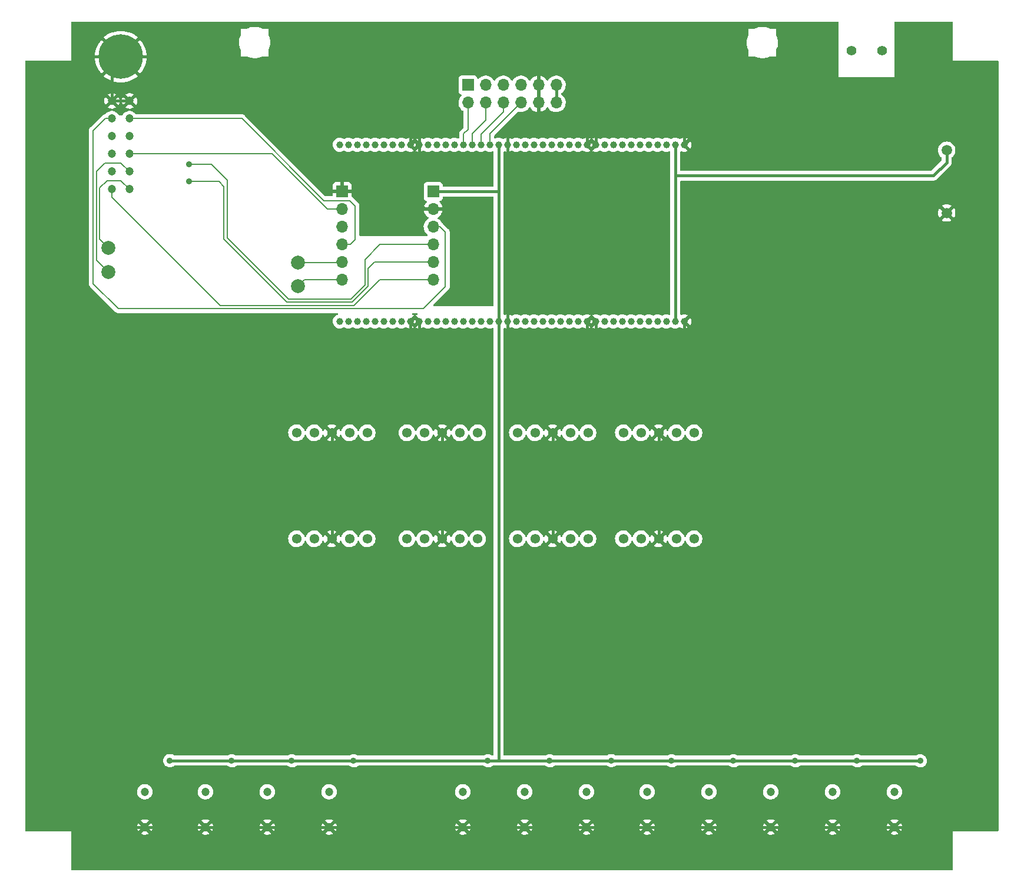
<source format=gbl>
G04 #@! TF.GenerationSoftware,KiCad,Pcbnew,(6.0.6)*
G04 #@! TF.CreationDate,2022-07-18T22:41:36+09:00*
G04 #@! TF.ProjectId,mifune_TE0890_local_board,6d696675-6e65-45f5-9445-303839305f6c,0.1*
G04 #@! TF.SameCoordinates,Original*
G04 #@! TF.FileFunction,Copper,L2,Bot*
G04 #@! TF.FilePolarity,Positive*
%FSLAX46Y46*%
G04 Gerber Fmt 4.6, Leading zero omitted, Abs format (unit mm)*
G04 Created by KiCad (PCBNEW (6.0.6)) date 2022-07-18 22:41:36*
%MOMM*%
%LPD*%
G01*
G04 APERTURE LIST*
G04 #@! TA.AperFunction,ComponentPad*
%ADD10C,1.200000*%
G04 #@! TD*
G04 #@! TA.AperFunction,ComponentPad*
%ADD11C,2.000000*%
G04 #@! TD*
G04 #@! TA.AperFunction,ComponentPad*
%ADD12C,1.000000*%
G04 #@! TD*
G04 #@! TA.AperFunction,ComponentPad*
%ADD13C,1.500000*%
G04 #@! TD*
G04 #@! TA.AperFunction,ComponentPad*
%ADD14C,1.400000*%
G04 #@! TD*
G04 #@! TA.AperFunction,ComponentPad*
%ADD15C,6.400000*%
G04 #@! TD*
G04 #@! TA.AperFunction,ComponentPad*
%ADD16R,1.700000X1.700000*%
G04 #@! TD*
G04 #@! TA.AperFunction,ComponentPad*
%ADD17O,1.700000X1.700000*%
G04 #@! TD*
G04 #@! TA.AperFunction,ComponentPad*
%ADD18C,1.381000*%
G04 #@! TD*
G04 #@! TA.AperFunction,ViaPad*
%ADD19C,0.889000*%
G04 #@! TD*
G04 #@! TA.AperFunction,Conductor*
%ADD20C,0.406400*%
G04 #@! TD*
G04 #@! TA.AperFunction,Conductor*
%ADD21C,0.203200*%
G04 #@! TD*
G04 APERTURE END LIST*
D10*
X120419200Y-141732000D03*
X120419200Y-146812000D03*
D11*
X43000000Y-63500000D03*
D12*
X76235000Y-74100000D03*
X77505000Y-74100000D03*
X78775000Y-74100000D03*
X80045000Y-74100000D03*
X81315000Y-74100000D03*
X82585000Y-74100000D03*
X83855000Y-74100000D03*
X85125000Y-74100000D03*
X86395000Y-74100000D03*
X87665000Y-74100000D03*
X88935000Y-74100000D03*
X90205000Y-74100000D03*
X91475000Y-74100000D03*
X92745000Y-74100000D03*
X94015000Y-74100000D03*
X95285000Y-74100000D03*
X96555000Y-74100000D03*
X97825000Y-74100000D03*
X99095000Y-74100000D03*
X100365000Y-74100000D03*
X101635000Y-74100000D03*
X102905000Y-74100000D03*
X104175000Y-74100000D03*
X105445000Y-74100000D03*
X106715000Y-74100000D03*
X107985000Y-74100000D03*
X109255000Y-74100000D03*
X110525000Y-74100000D03*
X111795000Y-74100000D03*
X113065000Y-74100000D03*
X114335000Y-74100000D03*
X115605000Y-74100000D03*
X116875000Y-74100000D03*
X118145000Y-74100000D03*
X119415000Y-74100000D03*
X120685000Y-74100000D03*
X121955000Y-74100000D03*
X123225000Y-74100000D03*
X124495000Y-74100000D03*
X125765000Y-74100000D03*
X125765000Y-48700000D03*
X124495000Y-48700000D03*
X123225000Y-48700000D03*
X121955000Y-48700000D03*
X120685000Y-48700000D03*
X119415000Y-48700000D03*
X118145000Y-48700000D03*
X116875000Y-48700000D03*
X115605000Y-48700000D03*
X114335000Y-48700000D03*
X113065000Y-48700000D03*
X111795000Y-48700000D03*
X110525000Y-48700000D03*
X109255000Y-48700000D03*
X107985000Y-48700000D03*
X106715000Y-48700000D03*
X105445000Y-48700000D03*
X104175000Y-48700000D03*
X102905000Y-48700000D03*
X101635000Y-48700000D03*
X100365000Y-48700000D03*
X99095000Y-48700000D03*
X97825000Y-48700000D03*
X96555000Y-48700000D03*
X95285000Y-48700000D03*
X94015000Y-48700000D03*
X92745000Y-48700000D03*
X91475000Y-48700000D03*
X90205000Y-48700000D03*
X88935000Y-48700000D03*
X87665000Y-48700000D03*
X86395000Y-48700000D03*
X85125000Y-48700000D03*
X83855000Y-48700000D03*
X82585000Y-48700000D03*
X81315000Y-48700000D03*
X80045000Y-48700000D03*
X78775000Y-48700000D03*
X77505000Y-48700000D03*
X76235000Y-48700000D03*
D10*
X129309200Y-141732000D03*
X129309200Y-146812000D03*
X56919200Y-141732000D03*
X56919200Y-146812000D03*
X93929200Y-141732000D03*
X93929200Y-146812000D03*
D13*
X163499999Y-49499987D03*
D14*
X154193600Y-35200000D03*
X149793600Y-35200000D03*
D10*
X46020000Y-42400000D03*
X43480000Y-42400000D03*
X46020000Y-44940000D03*
X43480000Y-44940000D03*
X46020000Y-47480000D03*
X43480000Y-47480000D03*
X46020000Y-50020000D03*
X43480000Y-50020000D03*
X46020000Y-52560000D03*
X43480000Y-52560000D03*
X46020000Y-55100000D03*
X43480000Y-55100000D03*
D15*
X44750000Y-36050000D03*
D16*
X89670000Y-55420000D03*
D17*
X89670000Y-57960000D03*
X89670000Y-60500000D03*
X89670000Y-63040000D03*
X89670000Y-65580000D03*
X89670000Y-68120000D03*
D18*
X70027800Y-105368600D03*
X72567800Y-105368600D03*
X75107800Y-105368600D03*
X77647800Y-105368600D03*
X80187800Y-105368600D03*
X80187800Y-90128600D03*
X77647800Y-90128600D03*
X75107800Y-90128600D03*
X72567800Y-90128600D03*
X70027800Y-90128600D03*
D10*
X102819200Y-141732000D03*
X102819200Y-146812000D03*
X111709200Y-141732000D03*
X111709200Y-146812000D03*
X65809200Y-141732000D03*
X65809200Y-146812000D03*
D16*
X76590000Y-55420000D03*
D17*
X76590000Y-57960000D03*
X76590000Y-60500000D03*
X76590000Y-63040000D03*
X76590000Y-65580000D03*
X76590000Y-68120000D03*
D18*
X85902800Y-105368600D03*
X88442800Y-105368600D03*
X90982800Y-105368600D03*
X93522800Y-105368600D03*
X96062800Y-105368600D03*
X96062800Y-90128600D03*
X93522800Y-90128600D03*
X90982800Y-90128600D03*
X88442800Y-90128600D03*
X85902800Y-90128600D03*
D11*
X43000000Y-67000000D03*
D18*
X101777800Y-105368600D03*
X104317800Y-105368600D03*
X106857800Y-105368600D03*
X109397800Y-105368600D03*
X111937800Y-105368600D03*
X111937800Y-90128600D03*
X109397800Y-90128600D03*
X106857800Y-90128600D03*
X104317800Y-90128600D03*
X101777800Y-90128600D03*
D10*
X138199200Y-141732000D03*
X138199200Y-146812000D03*
X155979200Y-141732000D03*
X155979200Y-146812000D03*
X74699200Y-141732000D03*
X74699200Y-146812000D03*
D16*
X94675000Y-40110000D03*
D17*
X94675000Y-42650000D03*
X97215000Y-40110000D03*
X97215000Y-42650000D03*
X99755000Y-40110000D03*
X99755000Y-42650000D03*
X102295000Y-40110000D03*
X102295000Y-42650000D03*
X104835000Y-40110000D03*
X104835000Y-42650000D03*
X107375000Y-40110000D03*
X107375000Y-42650000D03*
D10*
X147089200Y-141732000D03*
X147089200Y-146812000D03*
D11*
X70220000Y-65670000D03*
D18*
X117017800Y-105368600D03*
X119557800Y-105368600D03*
X122097800Y-105368600D03*
X124637800Y-105368600D03*
X127177800Y-105368600D03*
X127177800Y-90128600D03*
X124637800Y-90128600D03*
X122097800Y-90128600D03*
X119557800Y-90128600D03*
X117017800Y-90128600D03*
D11*
X70270000Y-69020000D03*
D13*
X163499999Y-58499987D03*
D10*
X48209200Y-141732000D03*
X48209200Y-146812000D03*
D19*
X101300000Y-133300000D03*
X68500000Y-112600000D03*
X123100000Y-65300000D03*
X55050000Y-36050000D03*
X100365000Y-50535000D03*
X157000000Y-55900000D03*
X49600000Y-78600000D03*
X39400000Y-46000000D03*
X100400000Y-76700000D03*
X113400000Y-59400000D03*
X147648300Y-43537500D03*
X116700600Y-97799400D03*
X57150000Y-124460000D03*
X68218400Y-35718400D03*
X112000600Y-97799400D03*
X129540000Y-124460000D03*
X158700000Y-32100000D03*
X100365000Y-71035000D03*
X52500000Y-120500000D03*
X74100000Y-48600000D03*
X157500000Y-135200000D03*
X43700000Y-73500000D03*
X138430000Y-124460000D03*
X102870000Y-124434600D03*
X100700000Y-114800000D03*
X140700000Y-67100000D03*
X123000000Y-70900000D03*
X93980000Y-124434600D03*
X67200000Y-132500000D03*
X62600000Y-43700000D03*
X136500000Y-133600000D03*
X61040000Y-124460000D03*
X126000000Y-70900000D03*
X43600000Y-131600000D03*
X136200000Y-115500000D03*
X73482200Y-39979600D03*
X145500000Y-134000000D03*
X142500000Y-120300000D03*
X163500000Y-125500000D03*
X100800000Y-97500000D03*
X155400000Y-45100000D03*
X48530800Y-97469200D03*
X97500000Y-50500000D03*
X91700000Y-71000000D03*
X144400000Y-32100000D03*
X53900000Y-76900000D03*
X147294600Y-124460000D03*
X74600000Y-76600000D03*
X85165400Y-124434600D03*
X124900000Y-76500000D03*
X66040000Y-124460000D03*
X118700000Y-134300000D03*
X138300000Y-106700000D03*
X111760000Y-124434600D03*
X97600000Y-114800000D03*
X154400000Y-134400000D03*
X136900000Y-38700000D03*
X58200000Y-133000000D03*
X97500000Y-71000000D03*
X43400000Y-106600000D03*
X69940000Y-124460000D03*
X48260000Y-124460000D03*
X127200000Y-55700000D03*
X102200000Y-46800000D03*
X96200000Y-97500000D03*
X43500000Y-78600000D03*
X80330800Y-97469200D03*
X135400000Y-41700000D03*
X74930000Y-124460000D03*
X151979413Y-51499987D03*
X121900000Y-135000000D03*
X156184600Y-124460000D03*
X97500000Y-135300000D03*
X39400000Y-69200000D03*
X120624600Y-124460000D03*
X130700000Y-82100000D03*
X84600000Y-60900000D03*
X130700000Y-120000000D03*
X147900000Y-55100000D03*
X140500000Y-102100000D03*
X87665000Y-46735000D03*
X85730800Y-97469200D03*
X77400000Y-135200000D03*
X122600000Y-59500000D03*
X53500000Y-43500000D03*
X109200000Y-38400000D03*
X97600000Y-56900000D03*
X126600000Y-115000000D03*
X121000000Y-120800000D03*
X53900000Y-115800000D03*
X49400000Y-133500000D03*
X110000000Y-133800000D03*
X127400600Y-97799400D03*
X54610000Y-51511200D03*
X54610000Y-54000400D03*
X159715200Y-137287000D03*
X132842000Y-137287000D03*
X60706000Y-137287000D03*
X69342000Y-137287000D03*
X141732000Y-137287000D03*
X150622000Y-137287000D03*
X78232000Y-137287000D03*
X106426000Y-137287000D03*
X51816000Y-137261600D03*
X97536000Y-137287000D03*
X123952000Y-137287000D03*
X115290600Y-137261600D03*
D20*
X57150000Y-124460000D02*
X48260000Y-124460000D01*
X139879700Y-43537500D02*
X139839700Y-43497500D01*
X44750000Y-36050000D02*
X40048400Y-36050000D01*
X106857800Y-97799400D02*
X106857800Y-105368600D01*
X87655400Y-35509200D02*
X104902000Y-35509200D01*
X87665000Y-35518800D02*
X87655400Y-35509200D01*
X111709200Y-146812000D02*
X120419200Y-146812000D01*
X131851400Y-35509200D02*
X139839700Y-43497500D01*
X104835000Y-35576200D02*
X104902000Y-35509200D01*
X48209200Y-146812000D02*
X39674800Y-146812000D01*
X147294600Y-124460000D02*
X156184600Y-124460000D01*
X48260000Y-124460000D02*
X35128200Y-124460000D01*
X106857800Y-97799400D02*
X112000600Y-97799400D01*
X122097800Y-90128600D02*
X122097800Y-97799400D01*
X113065000Y-47380600D02*
X112912600Y-47228200D01*
X111795000Y-47228200D02*
X111795000Y-35518800D01*
X129540000Y-124460000D02*
X138430000Y-124460000D01*
X66040000Y-124460000D02*
X61040000Y-124460000D01*
X167614600Y-97790000D02*
X167614600Y-75488800D01*
X87665000Y-75174400D02*
X87147400Y-75692000D01*
X86395000Y-48700000D02*
X86395000Y-47767800D01*
X167614600Y-62614588D02*
X167614600Y-46405800D01*
X100365000Y-71035000D02*
X100365000Y-74100000D01*
X125765000Y-74100000D02*
X125765000Y-75447600D01*
X73482200Y-35560000D02*
X73533000Y-35509200D01*
X39674800Y-146812000D02*
X35102800Y-142240000D01*
X160578800Y-146812000D02*
X167614600Y-139776200D01*
X167614600Y-62614588D02*
X163499999Y-58499987D01*
X167589200Y-124460000D02*
X167614600Y-124434600D01*
X147864613Y-51499987D02*
X147853400Y-51511200D01*
X112912600Y-47228200D02*
X111795000Y-47228200D01*
X151979413Y-51499987D02*
X147864613Y-51499987D01*
X127400600Y-97799400D02*
X167605200Y-97799400D01*
X122097800Y-97799400D02*
X122097800Y-105368600D01*
X85165400Y-124434600D02*
X74955400Y-124434600D01*
X87621000Y-55420000D02*
X87665000Y-55464000D01*
X93980000Y-124434600D02*
X85165400Y-124434600D01*
X167605200Y-97799400D02*
X167614600Y-97790000D01*
X111795000Y-74100000D02*
X111795000Y-75504600D01*
X87665000Y-55464000D02*
X87665000Y-48700000D01*
X35128200Y-124460000D02*
X35102800Y-124485400D01*
X100365000Y-48700000D02*
X100365000Y-71035000D01*
X35112200Y-97469200D02*
X35102800Y-97459800D01*
X44750000Y-36050000D02*
X55050000Y-36050000D01*
X156184600Y-124460000D02*
X167589200Y-124460000D01*
X80330800Y-97469200D02*
X75107800Y-97469200D01*
X111795000Y-35518800D02*
X111785400Y-35509200D01*
X122097800Y-97799400D02*
X127400600Y-97799400D01*
X40048400Y-36050000D02*
X35102800Y-40995600D01*
X88490800Y-57960000D02*
X87665000Y-57134200D01*
X100365000Y-74100000D02*
X100365000Y-74965000D01*
X129309200Y-146812000D02*
X138199200Y-146812000D01*
X125831600Y-75514200D02*
X167589200Y-75514200D01*
X100365000Y-74965000D02*
X100914200Y-75514200D01*
X90982800Y-90128600D02*
X90982800Y-97469200D01*
X43480000Y-42400000D02*
X46020000Y-42400000D01*
X104835000Y-40110000D02*
X104835000Y-42650000D01*
X86395000Y-74100000D02*
X86395000Y-75676200D01*
X75107800Y-90128600D02*
X75107800Y-97469200D01*
X102870000Y-44678600D02*
X104140000Y-44678600D01*
X86588600Y-47574200D02*
X87579200Y-47574200D01*
X104140000Y-44678600D02*
X104835000Y-43983600D01*
X113065000Y-75473000D02*
X113106200Y-75514200D01*
X111760000Y-124434600D02*
X120599200Y-124434600D01*
X111785400Y-35509200D02*
X125755400Y-35509200D01*
X111785400Y-75514200D02*
X113106200Y-75514200D01*
X167614600Y-75488800D02*
X167614600Y-62614588D01*
X90982800Y-97469200D02*
X90982800Y-105368600D01*
X125765000Y-75447600D02*
X125831600Y-75514200D01*
X100914200Y-75514200D02*
X111785400Y-75514200D01*
X125765000Y-48700000D02*
X125765000Y-35518800D01*
X87579200Y-47574200D02*
X87665000Y-47660000D01*
X147089200Y-146812000D02*
X155979200Y-146812000D01*
X120419200Y-146812000D02*
X129309200Y-146812000D01*
X138430000Y-124460000D02*
X147294600Y-124460000D01*
X100365000Y-48700000D02*
X100365000Y-47183600D01*
X75107800Y-97469200D02*
X75107800Y-105368600D01*
X139839700Y-43497500D02*
X147853400Y-51511200D01*
X73533000Y-35509200D02*
X87655400Y-35509200D01*
X89670000Y-57960000D02*
X88490800Y-57960000D01*
X68218400Y-35718400D02*
X68427600Y-35509200D01*
X113065000Y-74100000D02*
X113065000Y-75473000D01*
X164746300Y-43537500D02*
X147648300Y-43537500D01*
X167614600Y-98983800D02*
X167614600Y-97790000D01*
X86395000Y-75676200D02*
X86410800Y-75692000D01*
X87147400Y-75692000D02*
X86410800Y-75692000D01*
X48530800Y-97469200D02*
X35112200Y-97469200D01*
X65809200Y-146812000D02*
X74699200Y-146812000D01*
X120624600Y-124460000D02*
X129540000Y-124460000D01*
X167589200Y-75514200D02*
X167614600Y-75488800D01*
X74699200Y-146812000D02*
X93929200Y-146812000D01*
X111795000Y-75504600D02*
X111785400Y-75514200D01*
X100365000Y-47183600D02*
X102870000Y-44678600D01*
X111795000Y-48700000D02*
X111795000Y-47228200D01*
X113065000Y-48700000D02*
X113065000Y-47380600D01*
X69940000Y-124460000D02*
X66040000Y-124460000D01*
X87665000Y-74100000D02*
X87665000Y-75174400D01*
X147648300Y-43537500D02*
X139879700Y-43537500D01*
X138199200Y-146812000D02*
X147089200Y-146812000D01*
X104902000Y-35509200D02*
X111785400Y-35509200D01*
X43480000Y-42400000D02*
X43480000Y-37320000D01*
X60883800Y-37388800D02*
X66548000Y-37388800D01*
X93929200Y-146812000D02*
X102819200Y-146812000D01*
X113106200Y-75514200D02*
X125831600Y-75514200D01*
X125765000Y-35518800D02*
X125755400Y-35509200D01*
X75107800Y-97469200D02*
X48530800Y-97469200D01*
X87665000Y-48700000D02*
X87665000Y-47660000D01*
X87665000Y-57134200D02*
X87665000Y-55464000D01*
X116700600Y-97799400D02*
X122097800Y-97799400D01*
X35102800Y-97459800D02*
X35102800Y-75692000D01*
X90982800Y-97469200D02*
X85730800Y-97469200D01*
X61040000Y-124460000D02*
X57150000Y-124460000D01*
X104835000Y-43983600D02*
X104835000Y-42650000D01*
X35102800Y-40995600D02*
X35102800Y-75692000D01*
X86410800Y-75692000D02*
X35102800Y-75692000D01*
X73482200Y-39979600D02*
X73482200Y-35560000D01*
X74955400Y-124434600D02*
X74930000Y-124460000D01*
X102870000Y-124434600D02*
X111760000Y-124434600D01*
X74930000Y-124460000D02*
X69940000Y-124460000D01*
X167614600Y-124434600D02*
X167614600Y-98983800D01*
X167614600Y-139776200D02*
X167614600Y-124434600D01*
X68427600Y-35509200D02*
X73533000Y-35509200D01*
X86395000Y-47767800D02*
X86588600Y-47574200D01*
X120599200Y-124434600D02*
X120624600Y-124460000D01*
X167614600Y-46405800D02*
X164746300Y-43537500D01*
X56919200Y-146812000D02*
X65809200Y-146812000D01*
X85730800Y-97469200D02*
X80330800Y-97469200D01*
X87665000Y-46735000D02*
X87665000Y-35518800D01*
X155979200Y-146812000D02*
X160578800Y-146812000D01*
X35102800Y-142240000D02*
X35102800Y-124485400D01*
X102819200Y-146812000D02*
X111709200Y-146812000D01*
X48209200Y-146812000D02*
X56919200Y-146812000D01*
X35102800Y-124485400D02*
X35102800Y-97459800D01*
X66548000Y-37388800D02*
X68218400Y-35718400D01*
X106857800Y-90128600D02*
X106857800Y-97799400D01*
X104835000Y-40110000D02*
X104835000Y-35576200D01*
X76590000Y-55420000D02*
X87621000Y-55420000D01*
X59545000Y-36050000D02*
X60883800Y-37388800D01*
X55050000Y-36050000D02*
X59545000Y-36050000D01*
X112000600Y-97799400D02*
X116700600Y-97799400D01*
X87665000Y-47660000D02*
X87665000Y-46735000D01*
X125755400Y-35509200D02*
X131851400Y-35509200D01*
X163499999Y-51257001D02*
X161620200Y-53136800D01*
X124495000Y-48700000D02*
X124495000Y-52994000D01*
X161620200Y-53136800D02*
X124637800Y-53136800D01*
X124637800Y-53136800D02*
X124495000Y-52994000D01*
X124495000Y-52994000D02*
X124495000Y-74100000D01*
X163499999Y-49499987D02*
X163499999Y-51257001D01*
D21*
X94675000Y-46472800D02*
X94015000Y-47132800D01*
X94675000Y-42650000D02*
X94675000Y-46472800D01*
X94015000Y-47132800D02*
X94015000Y-48700000D01*
X97215000Y-45177400D02*
X95285000Y-47107400D01*
X95285000Y-47107400D02*
X95285000Y-48700000D01*
X97215000Y-42650000D02*
X97215000Y-45177400D01*
X99755000Y-43983600D02*
X96555000Y-47183600D01*
X99755000Y-42650000D02*
X99755000Y-43983600D01*
X96555000Y-47183600D02*
X96555000Y-48700000D01*
X97840800Y-47104200D02*
X97840800Y-48684200D01*
X102295000Y-42650000D02*
X97840800Y-47104200D01*
X70220000Y-65670000D02*
X76500000Y-65670000D01*
X76590000Y-68120000D02*
X71170000Y-68120000D01*
X71170000Y-68120000D02*
X70270000Y-69020000D01*
X41732200Y-54914800D02*
X41732200Y-62232200D01*
X41732200Y-62232200D02*
X43000000Y-63500000D01*
X46020000Y-55100000D02*
X44768000Y-53848000D01*
X44768000Y-53848000D02*
X42799000Y-53848000D01*
X42799000Y-53848000D02*
X41732200Y-54914800D01*
X46020000Y-52560000D02*
X44768000Y-51308000D01*
X42468800Y-51308000D02*
X41275000Y-52501800D01*
X41275000Y-65275000D02*
X43000000Y-67000000D01*
X44768000Y-51308000D02*
X42468800Y-51308000D01*
X41275000Y-52501800D02*
X41275000Y-65275000D01*
X79857600Y-65201800D02*
X79857600Y-68859400D01*
X68884800Y-70891400D02*
X60045600Y-62052200D01*
X57785000Y-51511200D02*
X54610000Y-51511200D01*
X77825600Y-70891400D02*
X68884800Y-70891400D01*
X82019400Y-63040000D02*
X79857600Y-65201800D01*
X89670000Y-63040000D02*
X82019400Y-63040000D01*
X79857600Y-68859400D02*
X77825600Y-70891400D01*
X60045600Y-62052200D02*
X60045600Y-53771800D01*
X60045600Y-53771800D02*
X57785000Y-51511200D01*
X80340200Y-69062600D02*
X78054200Y-71348600D01*
X89670000Y-65580000D02*
X81282800Y-65580000D01*
X68656200Y-71348600D02*
X59588400Y-62280800D01*
X59588400Y-54711600D02*
X58877200Y-54000400D01*
X59588400Y-62280800D02*
X59588400Y-54711600D01*
X78054200Y-71348600D02*
X68656200Y-71348600D01*
X81282800Y-65580000D02*
X80340200Y-66522600D01*
X80340200Y-66522600D02*
X80340200Y-69062600D01*
X58877200Y-54000400D02*
X54610000Y-54000400D01*
D20*
X99095000Y-137226600D02*
X99060000Y-137261600D01*
X115290600Y-137261600D02*
X159689800Y-137261600D01*
X89670000Y-55420000D02*
X99088200Y-55420000D01*
X159689800Y-137261600D02*
X159715200Y-137287000D01*
X99095000Y-48700000D02*
X99095000Y-55413200D01*
X99088200Y-55420000D02*
X99095000Y-55413200D01*
X51816000Y-137261600D02*
X99060000Y-137261600D01*
X99095000Y-55413200D02*
X99095000Y-74100000D01*
X99060000Y-137261600D02*
X115290600Y-137261600D01*
X99095000Y-74100000D02*
X99095000Y-137226600D01*
X107375000Y-40110000D02*
X107375000Y-42650000D01*
D21*
X66504600Y-50020000D02*
X46020000Y-50020000D01*
X74444600Y-57960000D02*
X66504600Y-50020000D01*
X76590000Y-57960000D02*
X74444600Y-57960000D01*
X77698600Y-56718200D02*
X73939400Y-56718200D01*
X78460600Y-62357000D02*
X78460600Y-57480200D01*
X78460600Y-57480200D02*
X77698600Y-56718200D01*
X77777600Y-63040000D02*
X78460600Y-62357000D01*
X62161200Y-44940000D02*
X46020000Y-44940000D01*
X76590000Y-63040000D02*
X77777600Y-63040000D01*
X73939400Y-56718200D02*
X62161200Y-44940000D01*
X43480000Y-56256200D02*
X43480000Y-55100000D01*
X89670000Y-68120000D02*
X81968600Y-68120000D01*
X59055000Y-71831200D02*
X43480000Y-56256200D01*
X81968600Y-68120000D02*
X78257400Y-71831200D01*
X78257400Y-71831200D02*
X59055000Y-71831200D01*
X40767000Y-68656200D02*
X40767000Y-46685200D01*
X91440000Y-61264800D02*
X91440000Y-69088000D01*
X42512200Y-44940000D02*
X43480000Y-44940000D01*
X40767000Y-46685200D02*
X42512200Y-44940000D01*
X90675200Y-60500000D02*
X91440000Y-61264800D01*
X44399200Y-72288400D02*
X40767000Y-68656200D01*
X88239600Y-72288400D02*
X44399200Y-72288400D01*
X91440000Y-69088000D02*
X88239600Y-72288400D01*
X89670000Y-60500000D02*
X90675200Y-60500000D01*
G04 #@! TA.AperFunction,Conductor*
G36*
X147942121Y-31020002D02*
G01*
X147988614Y-31073658D01*
X148000000Y-31126000D01*
X148000000Y-39000000D01*
X156000000Y-39000000D01*
X156000000Y-31126000D01*
X156020002Y-31057879D01*
X156073658Y-31011386D01*
X156126000Y-31000000D01*
X164274000Y-31000000D01*
X164342121Y-31020002D01*
X164388614Y-31073658D01*
X164400000Y-31126000D01*
X164400000Y-36600000D01*
X170874000Y-36600000D01*
X170942121Y-36620002D01*
X170988614Y-36673658D01*
X171000000Y-36726000D01*
X171000000Y-147274000D01*
X170979998Y-147342121D01*
X170926342Y-147388614D01*
X170874000Y-147400000D01*
X164400000Y-147400000D01*
X164400000Y-152874000D01*
X164379998Y-152942121D01*
X164326342Y-152988614D01*
X164274000Y-153000000D01*
X37726000Y-153000000D01*
X37657879Y-152979998D01*
X37611386Y-152926342D01*
X37600000Y-152874000D01*
X37600000Y-147753294D01*
X47632266Y-147753294D01*
X47642148Y-147765783D01*
X47673439Y-147786691D01*
X47683549Y-147792181D01*
X47860035Y-147868005D01*
X47870978Y-147871560D01*
X48058320Y-147913952D01*
X48069730Y-147915454D01*
X48261669Y-147922995D01*
X48273151Y-147922393D01*
X48463245Y-147894832D01*
X48474440Y-147892144D01*
X48656331Y-147830400D01*
X48666828Y-147825726D01*
X48777232Y-147763898D01*
X48787095Y-147753821D01*
X48786892Y-147753294D01*
X56342266Y-147753294D01*
X56352148Y-147765783D01*
X56383439Y-147786691D01*
X56393549Y-147792181D01*
X56570035Y-147868005D01*
X56580978Y-147871560D01*
X56768320Y-147913952D01*
X56779730Y-147915454D01*
X56971669Y-147922995D01*
X56983151Y-147922393D01*
X57173245Y-147894832D01*
X57184440Y-147892144D01*
X57366331Y-147830400D01*
X57376828Y-147825726D01*
X57487232Y-147763898D01*
X57497095Y-147753821D01*
X57496892Y-147753294D01*
X65232266Y-147753294D01*
X65242148Y-147765783D01*
X65273439Y-147786691D01*
X65283549Y-147792181D01*
X65460035Y-147868005D01*
X65470978Y-147871560D01*
X65658320Y-147913952D01*
X65669730Y-147915454D01*
X65861669Y-147922995D01*
X65873151Y-147922393D01*
X66063245Y-147894832D01*
X66074440Y-147892144D01*
X66256331Y-147830400D01*
X66266828Y-147825726D01*
X66377232Y-147763898D01*
X66387095Y-147753821D01*
X66386892Y-147753294D01*
X74122266Y-147753294D01*
X74132148Y-147765783D01*
X74163439Y-147786691D01*
X74173549Y-147792181D01*
X74350035Y-147868005D01*
X74360978Y-147871560D01*
X74548320Y-147913952D01*
X74559730Y-147915454D01*
X74751669Y-147922995D01*
X74763151Y-147922393D01*
X74953245Y-147894832D01*
X74964440Y-147892144D01*
X75146331Y-147830400D01*
X75156828Y-147825726D01*
X75267232Y-147763898D01*
X75277095Y-147753821D01*
X75276892Y-147753294D01*
X93352266Y-147753294D01*
X93362148Y-147765783D01*
X93393439Y-147786691D01*
X93403549Y-147792181D01*
X93580035Y-147868005D01*
X93590978Y-147871560D01*
X93778320Y-147913952D01*
X93789730Y-147915454D01*
X93981669Y-147922995D01*
X93993151Y-147922393D01*
X94183245Y-147894832D01*
X94194440Y-147892144D01*
X94376331Y-147830400D01*
X94386828Y-147825726D01*
X94497232Y-147763898D01*
X94507095Y-147753821D01*
X94506892Y-147753294D01*
X102242266Y-147753294D01*
X102252148Y-147765783D01*
X102283439Y-147786691D01*
X102293549Y-147792181D01*
X102470035Y-147868005D01*
X102480978Y-147871560D01*
X102668320Y-147913952D01*
X102679730Y-147915454D01*
X102871669Y-147922995D01*
X102883151Y-147922393D01*
X103073245Y-147894832D01*
X103084440Y-147892144D01*
X103266331Y-147830400D01*
X103276828Y-147825726D01*
X103387232Y-147763898D01*
X103397095Y-147753821D01*
X103396892Y-147753294D01*
X111132266Y-147753294D01*
X111142148Y-147765783D01*
X111173439Y-147786691D01*
X111183549Y-147792181D01*
X111360035Y-147868005D01*
X111370978Y-147871560D01*
X111558320Y-147913952D01*
X111569730Y-147915454D01*
X111761669Y-147922995D01*
X111773151Y-147922393D01*
X111963245Y-147894832D01*
X111974440Y-147892144D01*
X112156331Y-147830400D01*
X112166828Y-147825726D01*
X112277232Y-147763898D01*
X112287095Y-147753821D01*
X112286892Y-147753294D01*
X119842266Y-147753294D01*
X119852148Y-147765783D01*
X119883439Y-147786691D01*
X119893549Y-147792181D01*
X120070035Y-147868005D01*
X120080978Y-147871560D01*
X120268320Y-147913952D01*
X120279730Y-147915454D01*
X120471669Y-147922995D01*
X120483151Y-147922393D01*
X120673245Y-147894832D01*
X120684440Y-147892144D01*
X120866331Y-147830400D01*
X120876828Y-147825726D01*
X120987232Y-147763898D01*
X120997095Y-147753821D01*
X120996892Y-147753294D01*
X128732266Y-147753294D01*
X128742148Y-147765783D01*
X128773439Y-147786691D01*
X128783549Y-147792181D01*
X128960035Y-147868005D01*
X128970978Y-147871560D01*
X129158320Y-147913952D01*
X129169730Y-147915454D01*
X129361669Y-147922995D01*
X129373151Y-147922393D01*
X129563245Y-147894832D01*
X129574440Y-147892144D01*
X129756331Y-147830400D01*
X129766828Y-147825726D01*
X129877232Y-147763898D01*
X129887095Y-147753821D01*
X129886892Y-147753294D01*
X137622266Y-147753294D01*
X137632148Y-147765783D01*
X137663439Y-147786691D01*
X137673549Y-147792181D01*
X137850035Y-147868005D01*
X137860978Y-147871560D01*
X138048320Y-147913952D01*
X138059730Y-147915454D01*
X138251669Y-147922995D01*
X138263151Y-147922393D01*
X138453245Y-147894832D01*
X138464440Y-147892144D01*
X138646331Y-147830400D01*
X138656828Y-147825726D01*
X138767232Y-147763898D01*
X138777095Y-147753821D01*
X138776892Y-147753294D01*
X146512266Y-147753294D01*
X146522148Y-147765783D01*
X146553439Y-147786691D01*
X146563549Y-147792181D01*
X146740035Y-147868005D01*
X146750978Y-147871560D01*
X146938320Y-147913952D01*
X146949730Y-147915454D01*
X147141669Y-147922995D01*
X147153151Y-147922393D01*
X147343245Y-147894832D01*
X147354440Y-147892144D01*
X147536331Y-147830400D01*
X147546828Y-147825726D01*
X147657232Y-147763898D01*
X147667095Y-147753821D01*
X147666892Y-147753294D01*
X155402266Y-147753294D01*
X155412148Y-147765783D01*
X155443439Y-147786691D01*
X155453549Y-147792181D01*
X155630035Y-147868005D01*
X155640978Y-147871560D01*
X155828320Y-147913952D01*
X155839730Y-147915454D01*
X156031669Y-147922995D01*
X156043151Y-147922393D01*
X156233245Y-147894832D01*
X156244440Y-147892144D01*
X156426331Y-147830400D01*
X156436828Y-147825726D01*
X156547232Y-147763898D01*
X156557095Y-147753821D01*
X156554140Y-147746151D01*
X155992011Y-147184021D01*
X155978068Y-147176408D01*
X155976234Y-147176539D01*
X155969620Y-147180790D01*
X155408459Y-147741952D01*
X155402266Y-147753294D01*
X147666892Y-147753294D01*
X147664140Y-147746151D01*
X147102011Y-147184021D01*
X147088068Y-147176408D01*
X147086234Y-147176539D01*
X147079620Y-147180790D01*
X146518459Y-147741952D01*
X146512266Y-147753294D01*
X138776892Y-147753294D01*
X138774140Y-147746151D01*
X138212011Y-147184021D01*
X138198068Y-147176408D01*
X138196234Y-147176539D01*
X138189620Y-147180790D01*
X137628459Y-147741952D01*
X137622266Y-147753294D01*
X129886892Y-147753294D01*
X129884140Y-147746151D01*
X129322011Y-147184021D01*
X129308068Y-147176408D01*
X129306234Y-147176539D01*
X129299620Y-147180790D01*
X128738459Y-147741952D01*
X128732266Y-147753294D01*
X120996892Y-147753294D01*
X120994140Y-147746151D01*
X120432011Y-147184021D01*
X120418068Y-147176408D01*
X120416234Y-147176539D01*
X120409620Y-147180790D01*
X119848459Y-147741952D01*
X119842266Y-147753294D01*
X112286892Y-147753294D01*
X112284140Y-147746151D01*
X111722011Y-147184021D01*
X111708068Y-147176408D01*
X111706234Y-147176539D01*
X111699620Y-147180790D01*
X111138459Y-147741952D01*
X111132266Y-147753294D01*
X103396892Y-147753294D01*
X103394140Y-147746151D01*
X102832011Y-147184021D01*
X102818068Y-147176408D01*
X102816234Y-147176539D01*
X102809620Y-147180790D01*
X102248459Y-147741952D01*
X102242266Y-147753294D01*
X94506892Y-147753294D01*
X94504140Y-147746151D01*
X93942011Y-147184021D01*
X93928068Y-147176408D01*
X93926234Y-147176539D01*
X93919620Y-147180790D01*
X93358459Y-147741952D01*
X93352266Y-147753294D01*
X75276892Y-147753294D01*
X75274140Y-147746151D01*
X74712011Y-147184021D01*
X74698068Y-147176408D01*
X74696234Y-147176539D01*
X74689620Y-147180790D01*
X74128459Y-147741952D01*
X74122266Y-147753294D01*
X66386892Y-147753294D01*
X66384140Y-147746151D01*
X65822011Y-147184021D01*
X65808068Y-147176408D01*
X65806234Y-147176539D01*
X65799620Y-147180790D01*
X65238459Y-147741952D01*
X65232266Y-147753294D01*
X57496892Y-147753294D01*
X57494140Y-147746151D01*
X56932011Y-147184021D01*
X56918068Y-147176408D01*
X56916234Y-147176539D01*
X56909620Y-147180790D01*
X56348459Y-147741952D01*
X56342266Y-147753294D01*
X48786892Y-147753294D01*
X48784140Y-147746151D01*
X48222011Y-147184021D01*
X48208068Y-147176408D01*
X48206234Y-147176539D01*
X48199620Y-147180790D01*
X47638459Y-147741952D01*
X47632266Y-147753294D01*
X37600000Y-147753294D01*
X37600000Y-147400000D01*
X31126000Y-147400000D01*
X31057879Y-147379998D01*
X31011386Y-147326342D01*
X31000000Y-147274000D01*
X31000000Y-146788638D01*
X47097212Y-146788638D01*
X47109775Y-146980304D01*
X47111576Y-146991674D01*
X47158857Y-147177843D01*
X47162698Y-147188690D01*
X47243116Y-147363130D01*
X47248864Y-147373086D01*
X47254988Y-147381751D01*
X47265577Y-147390140D01*
X47278876Y-147383113D01*
X47837179Y-146824811D01*
X47843556Y-146813132D01*
X48573608Y-146813132D01*
X48573739Y-146814966D01*
X48577990Y-146821580D01*
X49139439Y-147383028D01*
X49151814Y-147389785D01*
X49158394Y-147384859D01*
X49222926Y-147269628D01*
X49227600Y-147259131D01*
X49289344Y-147077240D01*
X49292032Y-147066045D01*
X49319889Y-146873911D01*
X49320519Y-146866528D01*
X49321850Y-146815704D01*
X49321607Y-146808305D01*
X49319800Y-146788638D01*
X55807212Y-146788638D01*
X55819775Y-146980304D01*
X55821576Y-146991674D01*
X55868857Y-147177843D01*
X55872698Y-147188690D01*
X55953116Y-147363130D01*
X55958864Y-147373086D01*
X55964988Y-147381751D01*
X55975577Y-147390140D01*
X55988876Y-147383113D01*
X56547179Y-146824811D01*
X56553556Y-146813132D01*
X57283608Y-146813132D01*
X57283739Y-146814966D01*
X57287990Y-146821580D01*
X57849439Y-147383028D01*
X57861814Y-147389785D01*
X57868394Y-147384859D01*
X57932926Y-147269628D01*
X57937600Y-147259131D01*
X57999344Y-147077240D01*
X58002032Y-147066045D01*
X58029889Y-146873911D01*
X58030519Y-146866528D01*
X58031850Y-146815704D01*
X58031607Y-146808305D01*
X58029800Y-146788638D01*
X64697212Y-146788638D01*
X64709775Y-146980304D01*
X64711576Y-146991674D01*
X64758857Y-147177843D01*
X64762698Y-147188690D01*
X64843116Y-147363130D01*
X64848864Y-147373086D01*
X64854988Y-147381751D01*
X64865577Y-147390140D01*
X64878876Y-147383113D01*
X65437179Y-146824811D01*
X65443556Y-146813132D01*
X66173608Y-146813132D01*
X66173739Y-146814966D01*
X66177990Y-146821580D01*
X66739439Y-147383028D01*
X66751814Y-147389785D01*
X66758394Y-147384859D01*
X66822926Y-147269628D01*
X66827600Y-147259131D01*
X66889344Y-147077240D01*
X66892032Y-147066045D01*
X66919889Y-146873911D01*
X66920519Y-146866528D01*
X66921850Y-146815704D01*
X66921607Y-146808305D01*
X66919800Y-146788638D01*
X73587212Y-146788638D01*
X73599775Y-146980304D01*
X73601576Y-146991674D01*
X73648857Y-147177843D01*
X73652698Y-147188690D01*
X73733116Y-147363130D01*
X73738864Y-147373086D01*
X73744988Y-147381751D01*
X73755577Y-147390140D01*
X73768876Y-147383113D01*
X74327179Y-146824811D01*
X74333556Y-146813132D01*
X75063608Y-146813132D01*
X75063739Y-146814966D01*
X75067990Y-146821580D01*
X75629439Y-147383028D01*
X75641814Y-147389785D01*
X75648394Y-147384859D01*
X75712926Y-147269628D01*
X75717600Y-147259131D01*
X75779344Y-147077240D01*
X75782032Y-147066045D01*
X75809889Y-146873911D01*
X75810519Y-146866528D01*
X75811850Y-146815704D01*
X75811607Y-146808305D01*
X75809800Y-146788638D01*
X92817212Y-146788638D01*
X92829775Y-146980304D01*
X92831576Y-146991674D01*
X92878857Y-147177843D01*
X92882698Y-147188690D01*
X92963116Y-147363130D01*
X92968864Y-147373086D01*
X92974988Y-147381751D01*
X92985577Y-147390140D01*
X92998876Y-147383113D01*
X93557179Y-146824811D01*
X93563556Y-146813132D01*
X94293608Y-146813132D01*
X94293739Y-146814966D01*
X94297990Y-146821580D01*
X94859439Y-147383028D01*
X94871814Y-147389785D01*
X94878394Y-147384859D01*
X94942926Y-147269628D01*
X94947600Y-147259131D01*
X95009344Y-147077240D01*
X95012032Y-147066045D01*
X95039889Y-146873911D01*
X95040519Y-146866528D01*
X95041850Y-146815704D01*
X95041607Y-146808305D01*
X95039800Y-146788638D01*
X101707212Y-146788638D01*
X101719775Y-146980304D01*
X101721576Y-146991674D01*
X101768857Y-147177843D01*
X101772698Y-147188690D01*
X101853116Y-147363130D01*
X101858864Y-147373086D01*
X101864988Y-147381751D01*
X101875577Y-147390140D01*
X101888876Y-147383113D01*
X102447179Y-146824811D01*
X102453556Y-146813132D01*
X103183608Y-146813132D01*
X103183739Y-146814966D01*
X103187990Y-146821580D01*
X103749439Y-147383028D01*
X103761814Y-147389785D01*
X103768394Y-147384859D01*
X103832926Y-147269628D01*
X103837600Y-147259131D01*
X103899344Y-147077240D01*
X103902032Y-147066045D01*
X103929889Y-146873911D01*
X103930519Y-146866528D01*
X103931850Y-146815704D01*
X103931607Y-146808305D01*
X103929800Y-146788638D01*
X110597212Y-146788638D01*
X110609775Y-146980304D01*
X110611576Y-146991674D01*
X110658857Y-147177843D01*
X110662698Y-147188690D01*
X110743116Y-147363130D01*
X110748864Y-147373086D01*
X110754988Y-147381751D01*
X110765577Y-147390140D01*
X110778876Y-147383113D01*
X111337179Y-146824811D01*
X111343556Y-146813132D01*
X112073608Y-146813132D01*
X112073739Y-146814966D01*
X112077990Y-146821580D01*
X112639439Y-147383028D01*
X112651814Y-147389785D01*
X112658394Y-147384859D01*
X112722926Y-147269628D01*
X112727600Y-147259131D01*
X112789344Y-147077240D01*
X112792032Y-147066045D01*
X112819889Y-146873911D01*
X112820519Y-146866528D01*
X112821850Y-146815704D01*
X112821607Y-146808305D01*
X112819800Y-146788638D01*
X119307212Y-146788638D01*
X119319775Y-146980304D01*
X119321576Y-146991674D01*
X119368857Y-147177843D01*
X119372698Y-147188690D01*
X119453116Y-147363130D01*
X119458864Y-147373086D01*
X119464988Y-147381751D01*
X119475577Y-147390140D01*
X119488876Y-147383113D01*
X120047179Y-146824811D01*
X120053556Y-146813132D01*
X120783608Y-146813132D01*
X120783739Y-146814966D01*
X120787990Y-146821580D01*
X121349439Y-147383028D01*
X121361814Y-147389785D01*
X121368394Y-147384859D01*
X121432926Y-147269628D01*
X121437600Y-147259131D01*
X121499344Y-147077240D01*
X121502032Y-147066045D01*
X121529889Y-146873911D01*
X121530519Y-146866528D01*
X121531850Y-146815704D01*
X121531607Y-146808305D01*
X121529800Y-146788638D01*
X128197212Y-146788638D01*
X128209775Y-146980304D01*
X128211576Y-146991674D01*
X128258857Y-147177843D01*
X128262698Y-147188690D01*
X128343116Y-147363130D01*
X128348864Y-147373086D01*
X128354988Y-147381751D01*
X128365577Y-147390140D01*
X128378876Y-147383113D01*
X128937179Y-146824811D01*
X128943556Y-146813132D01*
X129673608Y-146813132D01*
X129673739Y-146814966D01*
X129677990Y-146821580D01*
X130239439Y-147383028D01*
X130251814Y-147389785D01*
X130258394Y-147384859D01*
X130322926Y-147269628D01*
X130327600Y-147259131D01*
X130389344Y-147077240D01*
X130392032Y-147066045D01*
X130419889Y-146873911D01*
X130420519Y-146866528D01*
X130421850Y-146815704D01*
X130421607Y-146808305D01*
X130419800Y-146788638D01*
X137087212Y-146788638D01*
X137099775Y-146980304D01*
X137101576Y-146991674D01*
X137148857Y-147177843D01*
X137152698Y-147188690D01*
X137233116Y-147363130D01*
X137238864Y-147373086D01*
X137244988Y-147381751D01*
X137255577Y-147390140D01*
X137268876Y-147383113D01*
X137827179Y-146824811D01*
X137833556Y-146813132D01*
X138563608Y-146813132D01*
X138563739Y-146814966D01*
X138567990Y-146821580D01*
X139129439Y-147383028D01*
X139141814Y-147389785D01*
X139148394Y-147384859D01*
X139212926Y-147269628D01*
X139217600Y-147259131D01*
X139279344Y-147077240D01*
X139282032Y-147066045D01*
X139309889Y-146873911D01*
X139310519Y-146866528D01*
X139311850Y-146815704D01*
X139311607Y-146808305D01*
X139309800Y-146788638D01*
X145977212Y-146788638D01*
X145989775Y-146980304D01*
X145991576Y-146991674D01*
X146038857Y-147177843D01*
X146042698Y-147188690D01*
X146123116Y-147363130D01*
X146128864Y-147373086D01*
X146134988Y-147381751D01*
X146145577Y-147390140D01*
X146158876Y-147383113D01*
X146717179Y-146824811D01*
X146723556Y-146813132D01*
X147453608Y-146813132D01*
X147453739Y-146814966D01*
X147457990Y-146821580D01*
X148019439Y-147383028D01*
X148031814Y-147389785D01*
X148038394Y-147384859D01*
X148102926Y-147269628D01*
X148107600Y-147259131D01*
X148169344Y-147077240D01*
X148172032Y-147066045D01*
X148199889Y-146873911D01*
X148200519Y-146866528D01*
X148201850Y-146815704D01*
X148201607Y-146808305D01*
X148199800Y-146788638D01*
X154867212Y-146788638D01*
X154879775Y-146980304D01*
X154881576Y-146991674D01*
X154928857Y-147177843D01*
X154932698Y-147188690D01*
X155013116Y-147363130D01*
X155018864Y-147373086D01*
X155024988Y-147381751D01*
X155035577Y-147390140D01*
X155048876Y-147383113D01*
X155607179Y-146824811D01*
X155613556Y-146813132D01*
X156343608Y-146813132D01*
X156343739Y-146814966D01*
X156347990Y-146821580D01*
X156909439Y-147383028D01*
X156921814Y-147389785D01*
X156928394Y-147384859D01*
X156992926Y-147269628D01*
X156997600Y-147259131D01*
X157059344Y-147077240D01*
X157062032Y-147066045D01*
X157089889Y-146873911D01*
X157090519Y-146866528D01*
X157091850Y-146815704D01*
X157091607Y-146808305D01*
X157073843Y-146614975D01*
X157071745Y-146603654D01*
X157019608Y-146418791D01*
X157015483Y-146408044D01*
X156931363Y-146237465D01*
X156924069Y-146231990D01*
X156911649Y-146238762D01*
X156351221Y-146799189D01*
X156343608Y-146813132D01*
X155613556Y-146813132D01*
X155614792Y-146810868D01*
X155614661Y-146809034D01*
X155610410Y-146802420D01*
X155047738Y-146239749D01*
X155035363Y-146232992D01*
X155029397Y-146237458D01*
X154953845Y-146381058D01*
X154949442Y-146391691D01*
X154892481Y-146575132D01*
X154890091Y-146586376D01*
X154867513Y-146777137D01*
X154867212Y-146788638D01*
X148199800Y-146788638D01*
X148183843Y-146614975D01*
X148181745Y-146603654D01*
X148129608Y-146418791D01*
X148125483Y-146408044D01*
X148041363Y-146237465D01*
X148034069Y-146231990D01*
X148021649Y-146238762D01*
X147461221Y-146799189D01*
X147453608Y-146813132D01*
X146723556Y-146813132D01*
X146724792Y-146810868D01*
X146724661Y-146809034D01*
X146720410Y-146802420D01*
X146157738Y-146239749D01*
X146145363Y-146232992D01*
X146139397Y-146237458D01*
X146063845Y-146381058D01*
X146059442Y-146391691D01*
X146002481Y-146575132D01*
X146000091Y-146586376D01*
X145977513Y-146777137D01*
X145977212Y-146788638D01*
X139309800Y-146788638D01*
X139293843Y-146614975D01*
X139291745Y-146603654D01*
X139239608Y-146418791D01*
X139235483Y-146408044D01*
X139151363Y-146237465D01*
X139144069Y-146231990D01*
X139131649Y-146238762D01*
X138571221Y-146799189D01*
X138563608Y-146813132D01*
X137833556Y-146813132D01*
X137834792Y-146810868D01*
X137834661Y-146809034D01*
X137830410Y-146802420D01*
X137267738Y-146239749D01*
X137255363Y-146232992D01*
X137249397Y-146237458D01*
X137173845Y-146381058D01*
X137169442Y-146391691D01*
X137112481Y-146575132D01*
X137110091Y-146586376D01*
X137087513Y-146777137D01*
X137087212Y-146788638D01*
X130419800Y-146788638D01*
X130403843Y-146614975D01*
X130401745Y-146603654D01*
X130349608Y-146418791D01*
X130345483Y-146408044D01*
X130261363Y-146237465D01*
X130254069Y-146231990D01*
X130241649Y-146238762D01*
X129681221Y-146799189D01*
X129673608Y-146813132D01*
X128943556Y-146813132D01*
X128944792Y-146810868D01*
X128944661Y-146809034D01*
X128940410Y-146802420D01*
X128377738Y-146239749D01*
X128365363Y-146232992D01*
X128359397Y-146237458D01*
X128283845Y-146381058D01*
X128279442Y-146391691D01*
X128222481Y-146575132D01*
X128220091Y-146586376D01*
X128197513Y-146777137D01*
X128197212Y-146788638D01*
X121529800Y-146788638D01*
X121513843Y-146614975D01*
X121511745Y-146603654D01*
X121459608Y-146418791D01*
X121455483Y-146408044D01*
X121371363Y-146237465D01*
X121364069Y-146231990D01*
X121351649Y-146238762D01*
X120791221Y-146799189D01*
X120783608Y-146813132D01*
X120053556Y-146813132D01*
X120054792Y-146810868D01*
X120054661Y-146809034D01*
X120050410Y-146802420D01*
X119487738Y-146239749D01*
X119475363Y-146232992D01*
X119469397Y-146237458D01*
X119393845Y-146381058D01*
X119389442Y-146391691D01*
X119332481Y-146575132D01*
X119330091Y-146586376D01*
X119307513Y-146777137D01*
X119307212Y-146788638D01*
X112819800Y-146788638D01*
X112803843Y-146614975D01*
X112801745Y-146603654D01*
X112749608Y-146418791D01*
X112745483Y-146408044D01*
X112661363Y-146237465D01*
X112654069Y-146231990D01*
X112641649Y-146238762D01*
X112081221Y-146799189D01*
X112073608Y-146813132D01*
X111343556Y-146813132D01*
X111344792Y-146810868D01*
X111344661Y-146809034D01*
X111340410Y-146802420D01*
X110777738Y-146239749D01*
X110765363Y-146232992D01*
X110759397Y-146237458D01*
X110683845Y-146381058D01*
X110679442Y-146391691D01*
X110622481Y-146575132D01*
X110620091Y-146586376D01*
X110597513Y-146777137D01*
X110597212Y-146788638D01*
X103929800Y-146788638D01*
X103913843Y-146614975D01*
X103911745Y-146603654D01*
X103859608Y-146418791D01*
X103855483Y-146408044D01*
X103771363Y-146237465D01*
X103764069Y-146231990D01*
X103751649Y-146238762D01*
X103191221Y-146799189D01*
X103183608Y-146813132D01*
X102453556Y-146813132D01*
X102454792Y-146810868D01*
X102454661Y-146809034D01*
X102450410Y-146802420D01*
X101887738Y-146239749D01*
X101875363Y-146232992D01*
X101869397Y-146237458D01*
X101793845Y-146381058D01*
X101789442Y-146391691D01*
X101732481Y-146575132D01*
X101730091Y-146586376D01*
X101707513Y-146777137D01*
X101707212Y-146788638D01*
X95039800Y-146788638D01*
X95023843Y-146614975D01*
X95021745Y-146603654D01*
X94969608Y-146418791D01*
X94965483Y-146408044D01*
X94881363Y-146237465D01*
X94874069Y-146231990D01*
X94861649Y-146238762D01*
X94301221Y-146799189D01*
X94293608Y-146813132D01*
X93563556Y-146813132D01*
X93564792Y-146810868D01*
X93564661Y-146809034D01*
X93560410Y-146802420D01*
X92997738Y-146239749D01*
X92985363Y-146232992D01*
X92979397Y-146237458D01*
X92903845Y-146381058D01*
X92899442Y-146391691D01*
X92842481Y-146575132D01*
X92840091Y-146586376D01*
X92817513Y-146777137D01*
X92817212Y-146788638D01*
X75809800Y-146788638D01*
X75793843Y-146614975D01*
X75791745Y-146603654D01*
X75739608Y-146418791D01*
X75735483Y-146408044D01*
X75651363Y-146237465D01*
X75644069Y-146231990D01*
X75631649Y-146238762D01*
X75071221Y-146799189D01*
X75063608Y-146813132D01*
X74333556Y-146813132D01*
X74334792Y-146810868D01*
X74334661Y-146809034D01*
X74330410Y-146802420D01*
X73767738Y-146239749D01*
X73755363Y-146232992D01*
X73749397Y-146237458D01*
X73673845Y-146381058D01*
X73669442Y-146391691D01*
X73612481Y-146575132D01*
X73610091Y-146586376D01*
X73587513Y-146777137D01*
X73587212Y-146788638D01*
X66919800Y-146788638D01*
X66903843Y-146614975D01*
X66901745Y-146603654D01*
X66849608Y-146418791D01*
X66845483Y-146408044D01*
X66761363Y-146237465D01*
X66754069Y-146231990D01*
X66741649Y-146238762D01*
X66181221Y-146799189D01*
X66173608Y-146813132D01*
X65443556Y-146813132D01*
X65444792Y-146810868D01*
X65444661Y-146809034D01*
X65440410Y-146802420D01*
X64877738Y-146239749D01*
X64865363Y-146232992D01*
X64859397Y-146237458D01*
X64783845Y-146381058D01*
X64779442Y-146391691D01*
X64722481Y-146575132D01*
X64720091Y-146586376D01*
X64697513Y-146777137D01*
X64697212Y-146788638D01*
X58029800Y-146788638D01*
X58013843Y-146614975D01*
X58011745Y-146603654D01*
X57959608Y-146418791D01*
X57955483Y-146408044D01*
X57871363Y-146237465D01*
X57864069Y-146231990D01*
X57851649Y-146238762D01*
X57291221Y-146799189D01*
X57283608Y-146813132D01*
X56553556Y-146813132D01*
X56554792Y-146810868D01*
X56554661Y-146809034D01*
X56550410Y-146802420D01*
X55987738Y-146239749D01*
X55975363Y-146232992D01*
X55969397Y-146237458D01*
X55893845Y-146381058D01*
X55889442Y-146391691D01*
X55832481Y-146575132D01*
X55830091Y-146586376D01*
X55807513Y-146777137D01*
X55807212Y-146788638D01*
X49319800Y-146788638D01*
X49303843Y-146614975D01*
X49301745Y-146603654D01*
X49249608Y-146418791D01*
X49245483Y-146408044D01*
X49161363Y-146237465D01*
X49154069Y-146231990D01*
X49141649Y-146238762D01*
X48581221Y-146799189D01*
X48573608Y-146813132D01*
X47843556Y-146813132D01*
X47844792Y-146810868D01*
X47844661Y-146809034D01*
X47840410Y-146802420D01*
X47277738Y-146239749D01*
X47265363Y-146232992D01*
X47259397Y-146237458D01*
X47183845Y-146381058D01*
X47179442Y-146391691D01*
X47122481Y-146575132D01*
X47120091Y-146586376D01*
X47097513Y-146777137D01*
X47097212Y-146788638D01*
X31000000Y-146788638D01*
X31000000Y-145870675D01*
X47631988Y-145870675D01*
X47635475Y-145879064D01*
X48196389Y-146439979D01*
X48210332Y-146447592D01*
X48212166Y-146447461D01*
X48218780Y-146443210D01*
X48779485Y-145882504D01*
X48785944Y-145870675D01*
X56341988Y-145870675D01*
X56345475Y-145879064D01*
X56906389Y-146439979D01*
X56920332Y-146447592D01*
X56922166Y-146447461D01*
X56928780Y-146443210D01*
X57489485Y-145882504D01*
X57495944Y-145870675D01*
X65231988Y-145870675D01*
X65235475Y-145879064D01*
X65796389Y-146439979D01*
X65810332Y-146447592D01*
X65812166Y-146447461D01*
X65818780Y-146443210D01*
X66379485Y-145882504D01*
X66385944Y-145870675D01*
X74121988Y-145870675D01*
X74125475Y-145879064D01*
X74686389Y-146439979D01*
X74700332Y-146447592D01*
X74702166Y-146447461D01*
X74708780Y-146443210D01*
X75269485Y-145882504D01*
X75275944Y-145870675D01*
X93351988Y-145870675D01*
X93355475Y-145879064D01*
X93916389Y-146439979D01*
X93930332Y-146447592D01*
X93932166Y-146447461D01*
X93938780Y-146443210D01*
X94499485Y-145882504D01*
X94505944Y-145870675D01*
X102241988Y-145870675D01*
X102245475Y-145879064D01*
X102806389Y-146439979D01*
X102820332Y-146447592D01*
X102822166Y-146447461D01*
X102828780Y-146443210D01*
X103389485Y-145882504D01*
X103395944Y-145870675D01*
X111131988Y-145870675D01*
X111135475Y-145879064D01*
X111696389Y-146439979D01*
X111710332Y-146447592D01*
X111712166Y-146447461D01*
X111718780Y-146443210D01*
X112279485Y-145882504D01*
X112285944Y-145870675D01*
X119841988Y-145870675D01*
X119845475Y-145879064D01*
X120406389Y-146439979D01*
X120420332Y-146447592D01*
X120422166Y-146447461D01*
X120428780Y-146443210D01*
X120989485Y-145882504D01*
X120995944Y-145870675D01*
X128731988Y-145870675D01*
X128735475Y-145879064D01*
X129296389Y-146439979D01*
X129310332Y-146447592D01*
X129312166Y-146447461D01*
X129318780Y-146443210D01*
X129879485Y-145882504D01*
X129885944Y-145870675D01*
X137621988Y-145870675D01*
X137625475Y-145879064D01*
X138186389Y-146439979D01*
X138200332Y-146447592D01*
X138202166Y-146447461D01*
X138208780Y-146443210D01*
X138769485Y-145882504D01*
X138775944Y-145870675D01*
X146511988Y-145870675D01*
X146515475Y-145879064D01*
X147076389Y-146439979D01*
X147090332Y-146447592D01*
X147092166Y-146447461D01*
X147098780Y-146443210D01*
X147659485Y-145882504D01*
X147665944Y-145870675D01*
X155401988Y-145870675D01*
X155405475Y-145879064D01*
X155966389Y-146439979D01*
X155980332Y-146447592D01*
X155982166Y-146447461D01*
X155988780Y-146443210D01*
X156549485Y-145882504D01*
X156556242Y-145870129D01*
X156550212Y-145862073D01*
X156489261Y-145823616D01*
X156479013Y-145818395D01*
X156300601Y-145747216D01*
X156289573Y-145743949D01*
X156101182Y-145706476D01*
X156089735Y-145705273D01*
X155897677Y-145702759D01*
X155886197Y-145703662D01*
X155696897Y-145736190D01*
X155685777Y-145739170D01*
X155505565Y-145805653D01*
X155495191Y-145810601D01*
X155411585Y-145860342D01*
X155401988Y-145870675D01*
X147665944Y-145870675D01*
X147666242Y-145870129D01*
X147660212Y-145862073D01*
X147599261Y-145823616D01*
X147589013Y-145818395D01*
X147410601Y-145747216D01*
X147399573Y-145743949D01*
X147211182Y-145706476D01*
X147199735Y-145705273D01*
X147007677Y-145702759D01*
X146996197Y-145703662D01*
X146806897Y-145736190D01*
X146795777Y-145739170D01*
X146615565Y-145805653D01*
X146605191Y-145810601D01*
X146521585Y-145860342D01*
X146511988Y-145870675D01*
X138775944Y-145870675D01*
X138776242Y-145870129D01*
X138770212Y-145862073D01*
X138709261Y-145823616D01*
X138699013Y-145818395D01*
X138520601Y-145747216D01*
X138509573Y-145743949D01*
X138321182Y-145706476D01*
X138309735Y-145705273D01*
X138117677Y-145702759D01*
X138106197Y-145703662D01*
X137916897Y-145736190D01*
X137905777Y-145739170D01*
X137725565Y-145805653D01*
X137715191Y-145810601D01*
X137631585Y-145860342D01*
X137621988Y-145870675D01*
X129885944Y-145870675D01*
X129886242Y-145870129D01*
X129880212Y-145862073D01*
X129819261Y-145823616D01*
X129809013Y-145818395D01*
X129630601Y-145747216D01*
X129619573Y-145743949D01*
X129431182Y-145706476D01*
X129419735Y-145705273D01*
X129227677Y-145702759D01*
X129216197Y-145703662D01*
X129026897Y-145736190D01*
X129015777Y-145739170D01*
X128835565Y-145805653D01*
X128825191Y-145810601D01*
X128741585Y-145860342D01*
X128731988Y-145870675D01*
X120995944Y-145870675D01*
X120996242Y-145870129D01*
X120990212Y-145862073D01*
X120929261Y-145823616D01*
X120919013Y-145818395D01*
X120740601Y-145747216D01*
X120729573Y-145743949D01*
X120541182Y-145706476D01*
X120529735Y-145705273D01*
X120337677Y-145702759D01*
X120326197Y-145703662D01*
X120136897Y-145736190D01*
X120125777Y-145739170D01*
X119945565Y-145805653D01*
X119935191Y-145810601D01*
X119851585Y-145860342D01*
X119841988Y-145870675D01*
X112285944Y-145870675D01*
X112286242Y-145870129D01*
X112280212Y-145862073D01*
X112219261Y-145823616D01*
X112209013Y-145818395D01*
X112030601Y-145747216D01*
X112019573Y-145743949D01*
X111831182Y-145706476D01*
X111819735Y-145705273D01*
X111627677Y-145702759D01*
X111616197Y-145703662D01*
X111426897Y-145736190D01*
X111415777Y-145739170D01*
X111235565Y-145805653D01*
X111225191Y-145810601D01*
X111141585Y-145860342D01*
X111131988Y-145870675D01*
X103395944Y-145870675D01*
X103396242Y-145870129D01*
X103390212Y-145862073D01*
X103329261Y-145823616D01*
X103319013Y-145818395D01*
X103140601Y-145747216D01*
X103129573Y-145743949D01*
X102941182Y-145706476D01*
X102929735Y-145705273D01*
X102737677Y-145702759D01*
X102726197Y-145703662D01*
X102536897Y-145736190D01*
X102525777Y-145739170D01*
X102345565Y-145805653D01*
X102335191Y-145810601D01*
X102251585Y-145860342D01*
X102241988Y-145870675D01*
X94505944Y-145870675D01*
X94506242Y-145870129D01*
X94500212Y-145862073D01*
X94439261Y-145823616D01*
X94429013Y-145818395D01*
X94250601Y-145747216D01*
X94239573Y-145743949D01*
X94051182Y-145706476D01*
X94039735Y-145705273D01*
X93847677Y-145702759D01*
X93836197Y-145703662D01*
X93646897Y-145736190D01*
X93635777Y-145739170D01*
X93455565Y-145805653D01*
X93445191Y-145810601D01*
X93361585Y-145860342D01*
X93351988Y-145870675D01*
X75275944Y-145870675D01*
X75276242Y-145870129D01*
X75270212Y-145862073D01*
X75209261Y-145823616D01*
X75199013Y-145818395D01*
X75020601Y-145747216D01*
X75009573Y-145743949D01*
X74821182Y-145706476D01*
X74809735Y-145705273D01*
X74617677Y-145702759D01*
X74606197Y-145703662D01*
X74416897Y-145736190D01*
X74405777Y-145739170D01*
X74225565Y-145805653D01*
X74215191Y-145810601D01*
X74131585Y-145860342D01*
X74121988Y-145870675D01*
X66385944Y-145870675D01*
X66386242Y-145870129D01*
X66380212Y-145862073D01*
X66319261Y-145823616D01*
X66309013Y-145818395D01*
X66130601Y-145747216D01*
X66119573Y-145743949D01*
X65931182Y-145706476D01*
X65919735Y-145705273D01*
X65727677Y-145702759D01*
X65716197Y-145703662D01*
X65526897Y-145736190D01*
X65515777Y-145739170D01*
X65335565Y-145805653D01*
X65325191Y-145810601D01*
X65241585Y-145860342D01*
X65231988Y-145870675D01*
X57495944Y-145870675D01*
X57496242Y-145870129D01*
X57490212Y-145862073D01*
X57429261Y-145823616D01*
X57419013Y-145818395D01*
X57240601Y-145747216D01*
X57229573Y-145743949D01*
X57041182Y-145706476D01*
X57029735Y-145705273D01*
X56837677Y-145702759D01*
X56826197Y-145703662D01*
X56636897Y-145736190D01*
X56625777Y-145739170D01*
X56445565Y-145805653D01*
X56435191Y-145810601D01*
X56351585Y-145860342D01*
X56341988Y-145870675D01*
X48785944Y-145870675D01*
X48786242Y-145870129D01*
X48780212Y-145862073D01*
X48719261Y-145823616D01*
X48709013Y-145818395D01*
X48530601Y-145747216D01*
X48519573Y-145743949D01*
X48331182Y-145706476D01*
X48319735Y-145705273D01*
X48127677Y-145702759D01*
X48116197Y-145703662D01*
X47926897Y-145736190D01*
X47915777Y-145739170D01*
X47735565Y-145805653D01*
X47725191Y-145810601D01*
X47641585Y-145860342D01*
X47631988Y-145870675D01*
X31000000Y-145870675D01*
X31000000Y-141702859D01*
X47096332Y-141702859D01*
X47109657Y-141906151D01*
X47159805Y-142103610D01*
X47245098Y-142288624D01*
X47362679Y-142454997D01*
X47508610Y-142597157D01*
X47513406Y-142600362D01*
X47513409Y-142600364D01*
X47581349Y-142645760D01*
X47678003Y-142710342D01*
X47683306Y-142712620D01*
X47683309Y-142712622D01*
X47772315Y-142750862D01*
X47865187Y-142790763D01*
X47938017Y-142807243D01*
X48058255Y-142834450D01*
X48058260Y-142834451D01*
X48063892Y-142835725D01*
X48069663Y-142835952D01*
X48069665Y-142835952D01*
X48132670Y-142838427D01*
X48267463Y-142843723D01*
X48469083Y-142814490D01*
X48474547Y-142812635D01*
X48474552Y-142812634D01*
X48656527Y-142750862D01*
X48656532Y-142750860D01*
X48661999Y-142749004D01*
X48839751Y-142649458D01*
X48996386Y-142519186D01*
X49126658Y-142362551D01*
X49226204Y-142184799D01*
X49228060Y-142179332D01*
X49228062Y-142179327D01*
X49289834Y-141997352D01*
X49289835Y-141997347D01*
X49291690Y-141991883D01*
X49320923Y-141790263D01*
X49322449Y-141732000D01*
X49319771Y-141702859D01*
X55806332Y-141702859D01*
X55819657Y-141906151D01*
X55869805Y-142103610D01*
X55955098Y-142288624D01*
X56072679Y-142454997D01*
X56218610Y-142597157D01*
X56223406Y-142600362D01*
X56223409Y-142600364D01*
X56291349Y-142645760D01*
X56388003Y-142710342D01*
X56393306Y-142712620D01*
X56393309Y-142712622D01*
X56482315Y-142750862D01*
X56575187Y-142790763D01*
X56648017Y-142807243D01*
X56768255Y-142834450D01*
X56768260Y-142834451D01*
X56773892Y-142835725D01*
X56779663Y-142835952D01*
X56779665Y-142835952D01*
X56842670Y-142838427D01*
X56977463Y-142843723D01*
X57179083Y-142814490D01*
X57184547Y-142812635D01*
X57184552Y-142812634D01*
X57366527Y-142750862D01*
X57366532Y-142750860D01*
X57371999Y-142749004D01*
X57549751Y-142649458D01*
X57706386Y-142519186D01*
X57836658Y-142362551D01*
X57936204Y-142184799D01*
X57938060Y-142179332D01*
X57938062Y-142179327D01*
X57999834Y-141997352D01*
X57999835Y-141997347D01*
X58001690Y-141991883D01*
X58030923Y-141790263D01*
X58032449Y-141732000D01*
X58029771Y-141702859D01*
X64696332Y-141702859D01*
X64709657Y-141906151D01*
X64759805Y-142103610D01*
X64845098Y-142288624D01*
X64962679Y-142454997D01*
X65108610Y-142597157D01*
X65113406Y-142600362D01*
X65113409Y-142600364D01*
X65181349Y-142645760D01*
X65278003Y-142710342D01*
X65283306Y-142712620D01*
X65283309Y-142712622D01*
X65372315Y-142750862D01*
X65465187Y-142790763D01*
X65538017Y-142807243D01*
X65658255Y-142834450D01*
X65658260Y-142834451D01*
X65663892Y-142835725D01*
X65669663Y-142835952D01*
X65669665Y-142835952D01*
X65732670Y-142838427D01*
X65867463Y-142843723D01*
X66069083Y-142814490D01*
X66074547Y-142812635D01*
X66074552Y-142812634D01*
X66256527Y-142750862D01*
X66256532Y-142750860D01*
X66261999Y-142749004D01*
X66439751Y-142649458D01*
X66596386Y-142519186D01*
X66726658Y-142362551D01*
X66826204Y-142184799D01*
X66828060Y-142179332D01*
X66828062Y-142179327D01*
X66889834Y-141997352D01*
X66889835Y-141997347D01*
X66891690Y-141991883D01*
X66920923Y-141790263D01*
X66922449Y-141732000D01*
X66919771Y-141702859D01*
X73586332Y-141702859D01*
X73599657Y-141906151D01*
X73649805Y-142103610D01*
X73735098Y-142288624D01*
X73852679Y-142454997D01*
X73998610Y-142597157D01*
X74003406Y-142600362D01*
X74003409Y-142600364D01*
X74071349Y-142645760D01*
X74168003Y-142710342D01*
X74173306Y-142712620D01*
X74173309Y-142712622D01*
X74262315Y-142750862D01*
X74355187Y-142790763D01*
X74428017Y-142807243D01*
X74548255Y-142834450D01*
X74548260Y-142834451D01*
X74553892Y-142835725D01*
X74559663Y-142835952D01*
X74559665Y-142835952D01*
X74622670Y-142838427D01*
X74757463Y-142843723D01*
X74959083Y-142814490D01*
X74964547Y-142812635D01*
X74964552Y-142812634D01*
X75146527Y-142750862D01*
X75146532Y-142750860D01*
X75151999Y-142749004D01*
X75329751Y-142649458D01*
X75486386Y-142519186D01*
X75616658Y-142362551D01*
X75716204Y-142184799D01*
X75718060Y-142179332D01*
X75718062Y-142179327D01*
X75779834Y-141997352D01*
X75779835Y-141997347D01*
X75781690Y-141991883D01*
X75810923Y-141790263D01*
X75812449Y-141732000D01*
X75809771Y-141702859D01*
X92816332Y-141702859D01*
X92829657Y-141906151D01*
X92879805Y-142103610D01*
X92965098Y-142288624D01*
X93082679Y-142454997D01*
X93228610Y-142597157D01*
X93233406Y-142600362D01*
X93233409Y-142600364D01*
X93301349Y-142645760D01*
X93398003Y-142710342D01*
X93403306Y-142712620D01*
X93403309Y-142712622D01*
X93492315Y-142750862D01*
X93585187Y-142790763D01*
X93658017Y-142807243D01*
X93778255Y-142834450D01*
X93778260Y-142834451D01*
X93783892Y-142835725D01*
X93789663Y-142835952D01*
X93789665Y-142835952D01*
X93852670Y-142838427D01*
X93987463Y-142843723D01*
X94189083Y-142814490D01*
X94194547Y-142812635D01*
X94194552Y-142812634D01*
X94376527Y-142750862D01*
X94376532Y-142750860D01*
X94381999Y-142749004D01*
X94559751Y-142649458D01*
X94716386Y-142519186D01*
X94846658Y-142362551D01*
X94946204Y-142184799D01*
X94948060Y-142179332D01*
X94948062Y-142179327D01*
X95009834Y-141997352D01*
X95009835Y-141997347D01*
X95011690Y-141991883D01*
X95040923Y-141790263D01*
X95042449Y-141732000D01*
X95039771Y-141702859D01*
X101706332Y-141702859D01*
X101719657Y-141906151D01*
X101769805Y-142103610D01*
X101855098Y-142288624D01*
X101972679Y-142454997D01*
X102118610Y-142597157D01*
X102123406Y-142600362D01*
X102123409Y-142600364D01*
X102191349Y-142645760D01*
X102288003Y-142710342D01*
X102293306Y-142712620D01*
X102293309Y-142712622D01*
X102382315Y-142750862D01*
X102475187Y-142790763D01*
X102548017Y-142807243D01*
X102668255Y-142834450D01*
X102668260Y-142834451D01*
X102673892Y-142835725D01*
X102679663Y-142835952D01*
X102679665Y-142835952D01*
X102742670Y-142838427D01*
X102877463Y-142843723D01*
X103079083Y-142814490D01*
X103084547Y-142812635D01*
X103084552Y-142812634D01*
X103266527Y-142750862D01*
X103266532Y-142750860D01*
X103271999Y-142749004D01*
X103449751Y-142649458D01*
X103606386Y-142519186D01*
X103736658Y-142362551D01*
X103836204Y-142184799D01*
X103838060Y-142179332D01*
X103838062Y-142179327D01*
X103899834Y-141997352D01*
X103899835Y-141997347D01*
X103901690Y-141991883D01*
X103930923Y-141790263D01*
X103932449Y-141732000D01*
X103929771Y-141702859D01*
X110596332Y-141702859D01*
X110609657Y-141906151D01*
X110659805Y-142103610D01*
X110745098Y-142288624D01*
X110862679Y-142454997D01*
X111008610Y-142597157D01*
X111013406Y-142600362D01*
X111013409Y-142600364D01*
X111081349Y-142645760D01*
X111178003Y-142710342D01*
X111183306Y-142712620D01*
X111183309Y-142712622D01*
X111272315Y-142750862D01*
X111365187Y-142790763D01*
X111438017Y-142807243D01*
X111558255Y-142834450D01*
X111558260Y-142834451D01*
X111563892Y-142835725D01*
X111569663Y-142835952D01*
X111569665Y-142835952D01*
X111632670Y-142838427D01*
X111767463Y-142843723D01*
X111969083Y-142814490D01*
X111974547Y-142812635D01*
X111974552Y-142812634D01*
X112156527Y-142750862D01*
X112156532Y-142750860D01*
X112161999Y-142749004D01*
X112339751Y-142649458D01*
X112496386Y-142519186D01*
X112626658Y-142362551D01*
X112726204Y-142184799D01*
X112728060Y-142179332D01*
X112728062Y-142179327D01*
X112789834Y-141997352D01*
X112789835Y-141997347D01*
X112791690Y-141991883D01*
X112820923Y-141790263D01*
X112822449Y-141732000D01*
X112819771Y-141702859D01*
X119306332Y-141702859D01*
X119319657Y-141906151D01*
X119369805Y-142103610D01*
X119455098Y-142288624D01*
X119572679Y-142454997D01*
X119718610Y-142597157D01*
X119723406Y-142600362D01*
X119723409Y-142600364D01*
X119791349Y-142645760D01*
X119888003Y-142710342D01*
X119893306Y-142712620D01*
X119893309Y-142712622D01*
X119982315Y-142750862D01*
X120075187Y-142790763D01*
X120148017Y-142807243D01*
X120268255Y-142834450D01*
X120268260Y-142834451D01*
X120273892Y-142835725D01*
X120279663Y-142835952D01*
X120279665Y-142835952D01*
X120342670Y-142838427D01*
X120477463Y-142843723D01*
X120679083Y-142814490D01*
X120684547Y-142812635D01*
X120684552Y-142812634D01*
X120866527Y-142750862D01*
X120866532Y-142750860D01*
X120871999Y-142749004D01*
X121049751Y-142649458D01*
X121206386Y-142519186D01*
X121336658Y-142362551D01*
X121436204Y-142184799D01*
X121438060Y-142179332D01*
X121438062Y-142179327D01*
X121499834Y-141997352D01*
X121499835Y-141997347D01*
X121501690Y-141991883D01*
X121530923Y-141790263D01*
X121532449Y-141732000D01*
X121529771Y-141702859D01*
X128196332Y-141702859D01*
X128209657Y-141906151D01*
X128259805Y-142103610D01*
X128345098Y-142288624D01*
X128462679Y-142454997D01*
X128608610Y-142597157D01*
X128613406Y-142600362D01*
X128613409Y-142600364D01*
X128681349Y-142645760D01*
X128778003Y-142710342D01*
X128783306Y-142712620D01*
X128783309Y-142712622D01*
X128872315Y-142750862D01*
X128965187Y-142790763D01*
X129038017Y-142807243D01*
X129158255Y-142834450D01*
X129158260Y-142834451D01*
X129163892Y-142835725D01*
X129169663Y-142835952D01*
X129169665Y-142835952D01*
X129232670Y-142838427D01*
X129367463Y-142843723D01*
X129569083Y-142814490D01*
X129574547Y-142812635D01*
X129574552Y-142812634D01*
X129756527Y-142750862D01*
X129756532Y-142750860D01*
X129761999Y-142749004D01*
X129939751Y-142649458D01*
X130096386Y-142519186D01*
X130226658Y-142362551D01*
X130326204Y-142184799D01*
X130328060Y-142179332D01*
X130328062Y-142179327D01*
X130389834Y-141997352D01*
X130389835Y-141997347D01*
X130391690Y-141991883D01*
X130420923Y-141790263D01*
X130422449Y-141732000D01*
X130419771Y-141702859D01*
X137086332Y-141702859D01*
X137099657Y-141906151D01*
X137149805Y-142103610D01*
X137235098Y-142288624D01*
X137352679Y-142454997D01*
X137498610Y-142597157D01*
X137503406Y-142600362D01*
X137503409Y-142600364D01*
X137571349Y-142645760D01*
X137668003Y-142710342D01*
X137673306Y-142712620D01*
X137673309Y-142712622D01*
X137762315Y-142750862D01*
X137855187Y-142790763D01*
X137928017Y-142807243D01*
X138048255Y-142834450D01*
X138048260Y-142834451D01*
X138053892Y-142835725D01*
X138059663Y-142835952D01*
X138059665Y-142835952D01*
X138122670Y-142838427D01*
X138257463Y-142843723D01*
X138459083Y-142814490D01*
X138464547Y-142812635D01*
X138464552Y-142812634D01*
X138646527Y-142750862D01*
X138646532Y-142750860D01*
X138651999Y-142749004D01*
X138829751Y-142649458D01*
X138986386Y-142519186D01*
X139116658Y-142362551D01*
X139216204Y-142184799D01*
X139218060Y-142179332D01*
X139218062Y-142179327D01*
X139279834Y-141997352D01*
X139279835Y-141997347D01*
X139281690Y-141991883D01*
X139310923Y-141790263D01*
X139312449Y-141732000D01*
X139309771Y-141702859D01*
X145976332Y-141702859D01*
X145989657Y-141906151D01*
X146039805Y-142103610D01*
X146125098Y-142288624D01*
X146242679Y-142454997D01*
X146388610Y-142597157D01*
X146393406Y-142600362D01*
X146393409Y-142600364D01*
X146461349Y-142645760D01*
X146558003Y-142710342D01*
X146563306Y-142712620D01*
X146563309Y-142712622D01*
X146652315Y-142750862D01*
X146745187Y-142790763D01*
X146818017Y-142807243D01*
X146938255Y-142834450D01*
X146938260Y-142834451D01*
X146943892Y-142835725D01*
X146949663Y-142835952D01*
X146949665Y-142835952D01*
X147012670Y-142838427D01*
X147147463Y-142843723D01*
X147349083Y-142814490D01*
X147354547Y-142812635D01*
X147354552Y-142812634D01*
X147536527Y-142750862D01*
X147536532Y-142750860D01*
X147541999Y-142749004D01*
X147719751Y-142649458D01*
X147876386Y-142519186D01*
X148006658Y-142362551D01*
X148106204Y-142184799D01*
X148108060Y-142179332D01*
X148108062Y-142179327D01*
X148169834Y-141997352D01*
X148169835Y-141997347D01*
X148171690Y-141991883D01*
X148200923Y-141790263D01*
X148202449Y-141732000D01*
X148199771Y-141702859D01*
X154866332Y-141702859D01*
X154879657Y-141906151D01*
X154929805Y-142103610D01*
X155015098Y-142288624D01*
X155132679Y-142454997D01*
X155278610Y-142597157D01*
X155283406Y-142600362D01*
X155283409Y-142600364D01*
X155351349Y-142645760D01*
X155448003Y-142710342D01*
X155453306Y-142712620D01*
X155453309Y-142712622D01*
X155542315Y-142750862D01*
X155635187Y-142790763D01*
X155708017Y-142807243D01*
X155828255Y-142834450D01*
X155828260Y-142834451D01*
X155833892Y-142835725D01*
X155839663Y-142835952D01*
X155839665Y-142835952D01*
X155902670Y-142838427D01*
X156037463Y-142843723D01*
X156239083Y-142814490D01*
X156244547Y-142812635D01*
X156244552Y-142812634D01*
X156426527Y-142750862D01*
X156426532Y-142750860D01*
X156431999Y-142749004D01*
X156609751Y-142649458D01*
X156766386Y-142519186D01*
X156896658Y-142362551D01*
X156996204Y-142184799D01*
X156998060Y-142179332D01*
X156998062Y-142179327D01*
X157059834Y-141997352D01*
X157059835Y-141997347D01*
X157061690Y-141991883D01*
X157090923Y-141790263D01*
X157092449Y-141732000D01*
X157073808Y-141529126D01*
X157018507Y-141333047D01*
X157007880Y-141311496D01*
X156930956Y-141155510D01*
X156928401Y-141150329D01*
X156909996Y-141125681D01*
X156809958Y-140991715D01*
X156809958Y-140991714D01*
X156806505Y-140987091D01*
X156656903Y-140848800D01*
X156610875Y-140819759D01*
X156489488Y-140743169D01*
X156489483Y-140743167D01*
X156484604Y-140740088D01*
X156295380Y-140664595D01*
X156095566Y-140624849D01*
X156089792Y-140624773D01*
X156089788Y-140624773D01*
X155986652Y-140623424D01*
X155891855Y-140622183D01*
X155886158Y-140623162D01*
X155886157Y-140623162D01*
X155696767Y-140655705D01*
X155691070Y-140656684D01*
X155499934Y-140727198D01*
X155324849Y-140831363D01*
X155171678Y-140965690D01*
X155168111Y-140970215D01*
X155168106Y-140970220D01*
X155081531Y-141080040D01*
X155045551Y-141125681D01*
X154950692Y-141305978D01*
X154890278Y-141500543D01*
X154866332Y-141702859D01*
X148199771Y-141702859D01*
X148183808Y-141529126D01*
X148128507Y-141333047D01*
X148117880Y-141311496D01*
X148040956Y-141155510D01*
X148038401Y-141150329D01*
X148019996Y-141125681D01*
X147919958Y-140991715D01*
X147919958Y-140991714D01*
X147916505Y-140987091D01*
X147766903Y-140848800D01*
X147720875Y-140819759D01*
X147599488Y-140743169D01*
X147599483Y-140743167D01*
X147594604Y-140740088D01*
X147405380Y-140664595D01*
X147205566Y-140624849D01*
X147199792Y-140624773D01*
X147199788Y-140624773D01*
X147096652Y-140623424D01*
X147001855Y-140622183D01*
X146996158Y-140623162D01*
X146996157Y-140623162D01*
X146806767Y-140655705D01*
X146801070Y-140656684D01*
X146609934Y-140727198D01*
X146434849Y-140831363D01*
X146281678Y-140965690D01*
X146278111Y-140970215D01*
X146278106Y-140970220D01*
X146191531Y-141080040D01*
X146155551Y-141125681D01*
X146060692Y-141305978D01*
X146000278Y-141500543D01*
X145976332Y-141702859D01*
X139309771Y-141702859D01*
X139293808Y-141529126D01*
X139238507Y-141333047D01*
X139227880Y-141311496D01*
X139150956Y-141155510D01*
X139148401Y-141150329D01*
X139129996Y-141125681D01*
X139029958Y-140991715D01*
X139029958Y-140991714D01*
X139026505Y-140987091D01*
X138876903Y-140848800D01*
X138830875Y-140819759D01*
X138709488Y-140743169D01*
X138709483Y-140743167D01*
X138704604Y-140740088D01*
X138515380Y-140664595D01*
X138315566Y-140624849D01*
X138309792Y-140624773D01*
X138309788Y-140624773D01*
X138206652Y-140623424D01*
X138111855Y-140622183D01*
X138106158Y-140623162D01*
X138106157Y-140623162D01*
X137916767Y-140655705D01*
X137911070Y-140656684D01*
X137719934Y-140727198D01*
X137544849Y-140831363D01*
X137391678Y-140965690D01*
X137388111Y-140970215D01*
X137388106Y-140970220D01*
X137301531Y-141080040D01*
X137265551Y-141125681D01*
X137170692Y-141305978D01*
X137110278Y-141500543D01*
X137086332Y-141702859D01*
X130419771Y-141702859D01*
X130403808Y-141529126D01*
X130348507Y-141333047D01*
X130337880Y-141311496D01*
X130260956Y-141155510D01*
X130258401Y-141150329D01*
X130239996Y-141125681D01*
X130139958Y-140991715D01*
X130139958Y-140991714D01*
X130136505Y-140987091D01*
X129986903Y-140848800D01*
X129940875Y-140819759D01*
X129819488Y-140743169D01*
X129819483Y-140743167D01*
X129814604Y-140740088D01*
X129625380Y-140664595D01*
X129425566Y-140624849D01*
X129419792Y-140624773D01*
X129419788Y-140624773D01*
X129316652Y-140623424D01*
X129221855Y-140622183D01*
X129216158Y-140623162D01*
X129216157Y-140623162D01*
X129026767Y-140655705D01*
X129021070Y-140656684D01*
X128829934Y-140727198D01*
X128654849Y-140831363D01*
X128501678Y-140965690D01*
X128498111Y-140970215D01*
X128498106Y-140970220D01*
X128411531Y-141080040D01*
X128375551Y-141125681D01*
X128280692Y-141305978D01*
X128220278Y-141500543D01*
X128196332Y-141702859D01*
X121529771Y-141702859D01*
X121513808Y-141529126D01*
X121458507Y-141333047D01*
X121447880Y-141311496D01*
X121370956Y-141155510D01*
X121368401Y-141150329D01*
X121349996Y-141125681D01*
X121249958Y-140991715D01*
X121249958Y-140991714D01*
X121246505Y-140987091D01*
X121096903Y-140848800D01*
X121050875Y-140819759D01*
X120929488Y-140743169D01*
X120929483Y-140743167D01*
X120924604Y-140740088D01*
X120735380Y-140664595D01*
X120535566Y-140624849D01*
X120529792Y-140624773D01*
X120529788Y-140624773D01*
X120426652Y-140623424D01*
X120331855Y-140622183D01*
X120326158Y-140623162D01*
X120326157Y-140623162D01*
X120136767Y-140655705D01*
X120131070Y-140656684D01*
X119939934Y-140727198D01*
X119764849Y-140831363D01*
X119611678Y-140965690D01*
X119608111Y-140970215D01*
X119608106Y-140970220D01*
X119521531Y-141080040D01*
X119485551Y-141125681D01*
X119390692Y-141305978D01*
X119330278Y-141500543D01*
X119306332Y-141702859D01*
X112819771Y-141702859D01*
X112803808Y-141529126D01*
X112748507Y-141333047D01*
X112737880Y-141311496D01*
X112660956Y-141155510D01*
X112658401Y-141150329D01*
X112639996Y-141125681D01*
X112539958Y-140991715D01*
X112539958Y-140991714D01*
X112536505Y-140987091D01*
X112386903Y-140848800D01*
X112340875Y-140819759D01*
X112219488Y-140743169D01*
X112219483Y-140743167D01*
X112214604Y-140740088D01*
X112025380Y-140664595D01*
X111825566Y-140624849D01*
X111819792Y-140624773D01*
X111819788Y-140624773D01*
X111716652Y-140623424D01*
X111621855Y-140622183D01*
X111616158Y-140623162D01*
X111616157Y-140623162D01*
X111426767Y-140655705D01*
X111421070Y-140656684D01*
X111229934Y-140727198D01*
X111054849Y-140831363D01*
X110901678Y-140965690D01*
X110898111Y-140970215D01*
X110898106Y-140970220D01*
X110811531Y-141080040D01*
X110775551Y-141125681D01*
X110680692Y-141305978D01*
X110620278Y-141500543D01*
X110596332Y-141702859D01*
X103929771Y-141702859D01*
X103913808Y-141529126D01*
X103858507Y-141333047D01*
X103847880Y-141311496D01*
X103770956Y-141155510D01*
X103768401Y-141150329D01*
X103749996Y-141125681D01*
X103649958Y-140991715D01*
X103649958Y-140991714D01*
X103646505Y-140987091D01*
X103496903Y-140848800D01*
X103450875Y-140819759D01*
X103329488Y-140743169D01*
X103329483Y-140743167D01*
X103324604Y-140740088D01*
X103135380Y-140664595D01*
X102935566Y-140624849D01*
X102929792Y-140624773D01*
X102929788Y-140624773D01*
X102826652Y-140623424D01*
X102731855Y-140622183D01*
X102726158Y-140623162D01*
X102726157Y-140623162D01*
X102536767Y-140655705D01*
X102531070Y-140656684D01*
X102339934Y-140727198D01*
X102164849Y-140831363D01*
X102011678Y-140965690D01*
X102008111Y-140970215D01*
X102008106Y-140970220D01*
X101921531Y-141080040D01*
X101885551Y-141125681D01*
X101790692Y-141305978D01*
X101730278Y-141500543D01*
X101706332Y-141702859D01*
X95039771Y-141702859D01*
X95023808Y-141529126D01*
X94968507Y-141333047D01*
X94957880Y-141311496D01*
X94880956Y-141155510D01*
X94878401Y-141150329D01*
X94859996Y-141125681D01*
X94759958Y-140991715D01*
X94759958Y-140991714D01*
X94756505Y-140987091D01*
X94606903Y-140848800D01*
X94560875Y-140819759D01*
X94439488Y-140743169D01*
X94439483Y-140743167D01*
X94434604Y-140740088D01*
X94245380Y-140664595D01*
X94045566Y-140624849D01*
X94039792Y-140624773D01*
X94039788Y-140624773D01*
X93936652Y-140623424D01*
X93841855Y-140622183D01*
X93836158Y-140623162D01*
X93836157Y-140623162D01*
X93646767Y-140655705D01*
X93641070Y-140656684D01*
X93449934Y-140727198D01*
X93274849Y-140831363D01*
X93121678Y-140965690D01*
X93118111Y-140970215D01*
X93118106Y-140970220D01*
X93031531Y-141080040D01*
X92995551Y-141125681D01*
X92900692Y-141305978D01*
X92840278Y-141500543D01*
X92816332Y-141702859D01*
X75809771Y-141702859D01*
X75793808Y-141529126D01*
X75738507Y-141333047D01*
X75727880Y-141311496D01*
X75650956Y-141155510D01*
X75648401Y-141150329D01*
X75629996Y-141125681D01*
X75529958Y-140991715D01*
X75529958Y-140991714D01*
X75526505Y-140987091D01*
X75376903Y-140848800D01*
X75330875Y-140819759D01*
X75209488Y-140743169D01*
X75209483Y-140743167D01*
X75204604Y-140740088D01*
X75015380Y-140664595D01*
X74815566Y-140624849D01*
X74809792Y-140624773D01*
X74809788Y-140624773D01*
X74706652Y-140623424D01*
X74611855Y-140622183D01*
X74606158Y-140623162D01*
X74606157Y-140623162D01*
X74416767Y-140655705D01*
X74411070Y-140656684D01*
X74219934Y-140727198D01*
X74044849Y-140831363D01*
X73891678Y-140965690D01*
X73888111Y-140970215D01*
X73888106Y-140970220D01*
X73801531Y-141080040D01*
X73765551Y-141125681D01*
X73670692Y-141305978D01*
X73610278Y-141500543D01*
X73586332Y-141702859D01*
X66919771Y-141702859D01*
X66903808Y-141529126D01*
X66848507Y-141333047D01*
X66837880Y-141311496D01*
X66760956Y-141155510D01*
X66758401Y-141150329D01*
X66739996Y-141125681D01*
X66639958Y-140991715D01*
X66639958Y-140991714D01*
X66636505Y-140987091D01*
X66486903Y-140848800D01*
X66440875Y-140819759D01*
X66319488Y-140743169D01*
X66319483Y-140743167D01*
X66314604Y-140740088D01*
X66125380Y-140664595D01*
X65925566Y-140624849D01*
X65919792Y-140624773D01*
X65919788Y-140624773D01*
X65816652Y-140623424D01*
X65721855Y-140622183D01*
X65716158Y-140623162D01*
X65716157Y-140623162D01*
X65526767Y-140655705D01*
X65521070Y-140656684D01*
X65329934Y-140727198D01*
X65154849Y-140831363D01*
X65001678Y-140965690D01*
X64998111Y-140970215D01*
X64998106Y-140970220D01*
X64911531Y-141080040D01*
X64875551Y-141125681D01*
X64780692Y-141305978D01*
X64720278Y-141500543D01*
X64696332Y-141702859D01*
X58029771Y-141702859D01*
X58013808Y-141529126D01*
X57958507Y-141333047D01*
X57947880Y-141311496D01*
X57870956Y-141155510D01*
X57868401Y-141150329D01*
X57849996Y-141125681D01*
X57749958Y-140991715D01*
X57749958Y-140991714D01*
X57746505Y-140987091D01*
X57596903Y-140848800D01*
X57550875Y-140819759D01*
X57429488Y-140743169D01*
X57429483Y-140743167D01*
X57424604Y-140740088D01*
X57235380Y-140664595D01*
X57035566Y-140624849D01*
X57029792Y-140624773D01*
X57029788Y-140624773D01*
X56926652Y-140623424D01*
X56831855Y-140622183D01*
X56826158Y-140623162D01*
X56826157Y-140623162D01*
X56636767Y-140655705D01*
X56631070Y-140656684D01*
X56439934Y-140727198D01*
X56264849Y-140831363D01*
X56111678Y-140965690D01*
X56108111Y-140970215D01*
X56108106Y-140970220D01*
X56021531Y-141080040D01*
X55985551Y-141125681D01*
X55890692Y-141305978D01*
X55830278Y-141500543D01*
X55806332Y-141702859D01*
X49319771Y-141702859D01*
X49303808Y-141529126D01*
X49248507Y-141333047D01*
X49237880Y-141311496D01*
X49160956Y-141155510D01*
X49158401Y-141150329D01*
X49139996Y-141125681D01*
X49039958Y-140991715D01*
X49039958Y-140991714D01*
X49036505Y-140987091D01*
X48886903Y-140848800D01*
X48840875Y-140819759D01*
X48719488Y-140743169D01*
X48719483Y-140743167D01*
X48714604Y-140740088D01*
X48525380Y-140664595D01*
X48325566Y-140624849D01*
X48319792Y-140624773D01*
X48319788Y-140624773D01*
X48216652Y-140623424D01*
X48121855Y-140622183D01*
X48116158Y-140623162D01*
X48116157Y-140623162D01*
X47926767Y-140655705D01*
X47921070Y-140656684D01*
X47729934Y-140727198D01*
X47554849Y-140831363D01*
X47401678Y-140965690D01*
X47398111Y-140970215D01*
X47398106Y-140970220D01*
X47311531Y-141080040D01*
X47275551Y-141125681D01*
X47180692Y-141305978D01*
X47120278Y-141500543D01*
X47096332Y-141702859D01*
X31000000Y-141702859D01*
X31000000Y-105337079D01*
X68824076Y-105337079D01*
X68838488Y-105556969D01*
X68839909Y-105562565D01*
X68839910Y-105562570D01*
X68891310Y-105764954D01*
X68892731Y-105770549D01*
X68984987Y-105970668D01*
X69112167Y-106150624D01*
X69270012Y-106304390D01*
X69274808Y-106307595D01*
X69274811Y-106307597D01*
X69393633Y-106386991D01*
X69453235Y-106426816D01*
X69458538Y-106429094D01*
X69458541Y-106429096D01*
X69650394Y-106511522D01*
X69655701Y-106513802D01*
X69734607Y-106531656D01*
X69864992Y-106561160D01*
X69864997Y-106561161D01*
X69870629Y-106562435D01*
X69876400Y-106562662D01*
X69876402Y-106562662D01*
X69941132Y-106565205D01*
X70090820Y-106571087D01*
X70199860Y-106555277D01*
X70303186Y-106540296D01*
X70303191Y-106540295D01*
X70308900Y-106539467D01*
X70314364Y-106537612D01*
X70314369Y-106537611D01*
X70512099Y-106470490D01*
X70517567Y-106468634D01*
X70695041Y-106369244D01*
X70704794Y-106363782D01*
X70704795Y-106363781D01*
X70709831Y-106360961D01*
X70879253Y-106220053D01*
X70940919Y-106145909D01*
X71016470Y-106055069D01*
X71016470Y-106055068D01*
X71020161Y-106050631D01*
X71045090Y-106006118D01*
X71125014Y-105863402D01*
X71127834Y-105858367D01*
X71178271Y-105709783D01*
X71219108Y-105651708D01*
X71284861Y-105624929D01*
X71354653Y-105637950D01*
X71406326Y-105686637D01*
X71419707Y-105719268D01*
X71432731Y-105770549D01*
X71524987Y-105970668D01*
X71652167Y-106150624D01*
X71810012Y-106304390D01*
X71814808Y-106307595D01*
X71814811Y-106307597D01*
X71933633Y-106386991D01*
X71993235Y-106426816D01*
X71998538Y-106429094D01*
X71998541Y-106429096D01*
X72190394Y-106511522D01*
X72195701Y-106513802D01*
X72274607Y-106531656D01*
X72404992Y-106561160D01*
X72404997Y-106561161D01*
X72410629Y-106562435D01*
X72416400Y-106562662D01*
X72416402Y-106562662D01*
X72481132Y-106565205D01*
X72630820Y-106571087D01*
X72739860Y-106555277D01*
X72843186Y-106540296D01*
X72843191Y-106540295D01*
X72848900Y-106539467D01*
X72854364Y-106537612D01*
X72854369Y-106537611D01*
X73052099Y-106470490D01*
X73057567Y-106468634D01*
X73224504Y-106375145D01*
X74465615Y-106375145D01*
X74475497Y-106387634D01*
X74528671Y-106423164D01*
X74538781Y-106428654D01*
X74730550Y-106511044D01*
X74741493Y-106514599D01*
X74945059Y-106560662D01*
X74956466Y-106562164D01*
X75165024Y-106570357D01*
X75176508Y-106569755D01*
X75383069Y-106539806D01*
X75394252Y-106537121D01*
X75591894Y-106470030D01*
X75602397Y-106465354D01*
X75742326Y-106386991D01*
X75752189Y-106376914D01*
X75749234Y-106369244D01*
X75120612Y-105740622D01*
X75106668Y-105733008D01*
X75104835Y-105733139D01*
X75098220Y-105737390D01*
X74471811Y-106363799D01*
X74465615Y-106375145D01*
X73224504Y-106375145D01*
X73235041Y-106369244D01*
X73244794Y-106363782D01*
X73244795Y-106363781D01*
X73249831Y-106360961D01*
X73419253Y-106220053D01*
X73480919Y-106145909D01*
X73556470Y-106055069D01*
X73556470Y-106055068D01*
X73560161Y-106050631D01*
X73585090Y-106006118D01*
X73665014Y-105863402D01*
X73667834Y-105858367D01*
X73718567Y-105708911D01*
X73759404Y-105650836D01*
X73825157Y-105624057D01*
X73894949Y-105637078D01*
X73946622Y-105685765D01*
X73960003Y-105718398D01*
X73971783Y-105764781D01*
X73975624Y-105775628D01*
X74063004Y-105965172D01*
X74068755Y-105975133D01*
X74088652Y-106003288D01*
X74099241Y-106011676D01*
X74112543Y-106004647D01*
X74735778Y-105381412D01*
X74742156Y-105369732D01*
X75472208Y-105369732D01*
X75472339Y-105371565D01*
X75476590Y-105378180D01*
X76104528Y-106006118D01*
X76116908Y-106012878D01*
X76123488Y-106007952D01*
X76204554Y-105863197D01*
X76209229Y-105852697D01*
X76258045Y-105708890D01*
X76298882Y-105650814D01*
X76364635Y-105624036D01*
X76434427Y-105637057D01*
X76486101Y-105685744D01*
X76499481Y-105718377D01*
X76511309Y-105764952D01*
X76511311Y-105764957D01*
X76512731Y-105770549D01*
X76604987Y-105970668D01*
X76732167Y-106150624D01*
X76890012Y-106304390D01*
X76894808Y-106307595D01*
X76894811Y-106307597D01*
X77013633Y-106386991D01*
X77073235Y-106426816D01*
X77078538Y-106429094D01*
X77078541Y-106429096D01*
X77270394Y-106511522D01*
X77275701Y-106513802D01*
X77354607Y-106531656D01*
X77484992Y-106561160D01*
X77484997Y-106561161D01*
X77490629Y-106562435D01*
X77496400Y-106562662D01*
X77496402Y-106562662D01*
X77561132Y-106565205D01*
X77710820Y-106571087D01*
X77819860Y-106555277D01*
X77923186Y-106540296D01*
X77923191Y-106540295D01*
X77928900Y-106539467D01*
X77934364Y-106537612D01*
X77934369Y-106537611D01*
X78132099Y-106470490D01*
X78137567Y-106468634D01*
X78315041Y-106369244D01*
X78324794Y-106363782D01*
X78324795Y-106363781D01*
X78329831Y-106360961D01*
X78499253Y-106220053D01*
X78560919Y-106145909D01*
X78636470Y-106055069D01*
X78636470Y-106055068D01*
X78640161Y-106050631D01*
X78665090Y-106006118D01*
X78745014Y-105863402D01*
X78747834Y-105858367D01*
X78798271Y-105709783D01*
X78839108Y-105651708D01*
X78904861Y-105624929D01*
X78974653Y-105637950D01*
X79026326Y-105686637D01*
X79039707Y-105719268D01*
X79052731Y-105770549D01*
X79144987Y-105970668D01*
X79272167Y-106150624D01*
X79430012Y-106304390D01*
X79434808Y-106307595D01*
X79434811Y-106307597D01*
X79553633Y-106386991D01*
X79613235Y-106426816D01*
X79618538Y-106429094D01*
X79618541Y-106429096D01*
X79810394Y-106511522D01*
X79815701Y-106513802D01*
X79894607Y-106531656D01*
X80024992Y-106561160D01*
X80024997Y-106561161D01*
X80030629Y-106562435D01*
X80036400Y-106562662D01*
X80036402Y-106562662D01*
X80101132Y-106565205D01*
X80250820Y-106571087D01*
X80359860Y-106555277D01*
X80463186Y-106540296D01*
X80463191Y-106540295D01*
X80468900Y-106539467D01*
X80474364Y-106537612D01*
X80474369Y-106537611D01*
X80672099Y-106470490D01*
X80677567Y-106468634D01*
X80855041Y-106369244D01*
X80864794Y-106363782D01*
X80864795Y-106363781D01*
X80869831Y-106360961D01*
X81039253Y-106220053D01*
X81100919Y-106145909D01*
X81176470Y-106055069D01*
X81176470Y-106055068D01*
X81180161Y-106050631D01*
X81205090Y-106006118D01*
X81285014Y-105863402D01*
X81287834Y-105858367D01*
X81304768Y-105808482D01*
X81356811Y-105655169D01*
X81356812Y-105655164D01*
X81358667Y-105649700D01*
X81359495Y-105643991D01*
X81359496Y-105643986D01*
X81389754Y-105435294D01*
X81390287Y-105431620D01*
X81391937Y-105368600D01*
X81389041Y-105337079D01*
X84699076Y-105337079D01*
X84713488Y-105556969D01*
X84714909Y-105562565D01*
X84714910Y-105562570D01*
X84766310Y-105764954D01*
X84767731Y-105770549D01*
X84859987Y-105970668D01*
X84987167Y-106150624D01*
X85145012Y-106304390D01*
X85149808Y-106307595D01*
X85149811Y-106307597D01*
X85268633Y-106386991D01*
X85328235Y-106426816D01*
X85333538Y-106429094D01*
X85333541Y-106429096D01*
X85525394Y-106511522D01*
X85530701Y-106513802D01*
X85609607Y-106531656D01*
X85739992Y-106561160D01*
X85739997Y-106561161D01*
X85745629Y-106562435D01*
X85751400Y-106562662D01*
X85751402Y-106562662D01*
X85816132Y-106565205D01*
X85965820Y-106571087D01*
X86074860Y-106555277D01*
X86178186Y-106540296D01*
X86178191Y-106540295D01*
X86183900Y-106539467D01*
X86189364Y-106537612D01*
X86189369Y-106537611D01*
X86387099Y-106470490D01*
X86392567Y-106468634D01*
X86570041Y-106369244D01*
X86579794Y-106363782D01*
X86579795Y-106363781D01*
X86584831Y-106360961D01*
X86754253Y-106220053D01*
X86815919Y-106145909D01*
X86891470Y-106055069D01*
X86891470Y-106055068D01*
X86895161Y-106050631D01*
X86920090Y-106006118D01*
X87000014Y-105863402D01*
X87002834Y-105858367D01*
X87053271Y-105709783D01*
X87094108Y-105651708D01*
X87159861Y-105624929D01*
X87229653Y-105637950D01*
X87281326Y-105686637D01*
X87294707Y-105719268D01*
X87307731Y-105770549D01*
X87399987Y-105970668D01*
X87527167Y-106150624D01*
X87685012Y-106304390D01*
X87689808Y-106307595D01*
X87689811Y-106307597D01*
X87808633Y-106386991D01*
X87868235Y-106426816D01*
X87873538Y-106429094D01*
X87873541Y-106429096D01*
X88065394Y-106511522D01*
X88070701Y-106513802D01*
X88149607Y-106531656D01*
X88279992Y-106561160D01*
X88279997Y-106561161D01*
X88285629Y-106562435D01*
X88291400Y-106562662D01*
X88291402Y-106562662D01*
X88356132Y-106565205D01*
X88505820Y-106571087D01*
X88614860Y-106555277D01*
X88718186Y-106540296D01*
X88718191Y-106540295D01*
X88723900Y-106539467D01*
X88729364Y-106537612D01*
X88729369Y-106537611D01*
X88927099Y-106470490D01*
X88932567Y-106468634D01*
X89099504Y-106375145D01*
X90340615Y-106375145D01*
X90350497Y-106387634D01*
X90403671Y-106423164D01*
X90413781Y-106428654D01*
X90605550Y-106511044D01*
X90616493Y-106514599D01*
X90820059Y-106560662D01*
X90831466Y-106562164D01*
X91040024Y-106570357D01*
X91051508Y-106569755D01*
X91258069Y-106539806D01*
X91269252Y-106537121D01*
X91466894Y-106470030D01*
X91477397Y-106465354D01*
X91617326Y-106386991D01*
X91627189Y-106376914D01*
X91624234Y-106369244D01*
X90995612Y-105740622D01*
X90981668Y-105733008D01*
X90979835Y-105733139D01*
X90973220Y-105737390D01*
X90346811Y-106363799D01*
X90340615Y-106375145D01*
X89099504Y-106375145D01*
X89110041Y-106369244D01*
X89119794Y-106363782D01*
X89119795Y-106363781D01*
X89124831Y-106360961D01*
X89294253Y-106220053D01*
X89355919Y-106145909D01*
X89431470Y-106055069D01*
X89431470Y-106055068D01*
X89435161Y-106050631D01*
X89460090Y-106006118D01*
X89540014Y-105863402D01*
X89542834Y-105858367D01*
X89593567Y-105708911D01*
X89634404Y-105650836D01*
X89700157Y-105624057D01*
X89769949Y-105637078D01*
X89821622Y-105685765D01*
X89835003Y-105718398D01*
X89846783Y-105764781D01*
X89850624Y-105775628D01*
X89938004Y-105965172D01*
X89943755Y-105975133D01*
X89963652Y-106003288D01*
X89974241Y-106011676D01*
X89987543Y-106004647D01*
X90610778Y-105381412D01*
X90617156Y-105369732D01*
X91347208Y-105369732D01*
X91347339Y-105371565D01*
X91351590Y-105378180D01*
X91979528Y-106006118D01*
X91991908Y-106012878D01*
X91998488Y-106007952D01*
X92079554Y-105863197D01*
X92084229Y-105852697D01*
X92133045Y-105708890D01*
X92173882Y-105650814D01*
X92239635Y-105624036D01*
X92309427Y-105637057D01*
X92361101Y-105685744D01*
X92374481Y-105718377D01*
X92386309Y-105764952D01*
X92386311Y-105764957D01*
X92387731Y-105770549D01*
X92479987Y-105970668D01*
X92607167Y-106150624D01*
X92765012Y-106304390D01*
X92769808Y-106307595D01*
X92769811Y-106307597D01*
X92888633Y-106386991D01*
X92948235Y-106426816D01*
X92953538Y-106429094D01*
X92953541Y-106429096D01*
X93145394Y-106511522D01*
X93150701Y-106513802D01*
X93229607Y-106531656D01*
X93359992Y-106561160D01*
X93359997Y-106561161D01*
X93365629Y-106562435D01*
X93371400Y-106562662D01*
X93371402Y-106562662D01*
X93436132Y-106565205D01*
X93585820Y-106571087D01*
X93694860Y-106555277D01*
X93798186Y-106540296D01*
X93798191Y-106540295D01*
X93803900Y-106539467D01*
X93809364Y-106537612D01*
X93809369Y-106537611D01*
X94007099Y-106470490D01*
X94012567Y-106468634D01*
X94190041Y-106369244D01*
X94199794Y-106363782D01*
X94199795Y-106363781D01*
X94204831Y-106360961D01*
X94374253Y-106220053D01*
X94435919Y-106145909D01*
X94511470Y-106055069D01*
X94511470Y-106055068D01*
X94515161Y-106050631D01*
X94540090Y-106006118D01*
X94620014Y-105863402D01*
X94622834Y-105858367D01*
X94673271Y-105709783D01*
X94714108Y-105651708D01*
X94779861Y-105624929D01*
X94849653Y-105637950D01*
X94901326Y-105686637D01*
X94914707Y-105719268D01*
X94927731Y-105770549D01*
X95019987Y-105970668D01*
X95147167Y-106150624D01*
X95305012Y-106304390D01*
X95309808Y-106307595D01*
X95309811Y-106307597D01*
X95428633Y-106386991D01*
X95488235Y-106426816D01*
X95493538Y-106429094D01*
X95493541Y-106429096D01*
X95685394Y-106511522D01*
X95690701Y-106513802D01*
X95769607Y-106531656D01*
X95899992Y-106561160D01*
X95899997Y-106561161D01*
X95905629Y-106562435D01*
X95911400Y-106562662D01*
X95911402Y-106562662D01*
X95976132Y-106565205D01*
X96125820Y-106571087D01*
X96234860Y-106555277D01*
X96338186Y-106540296D01*
X96338191Y-106540295D01*
X96343900Y-106539467D01*
X96349364Y-106537612D01*
X96349369Y-106537611D01*
X96547099Y-106470490D01*
X96552567Y-106468634D01*
X96730041Y-106369244D01*
X96739794Y-106363782D01*
X96739795Y-106363781D01*
X96744831Y-106360961D01*
X96914253Y-106220053D01*
X96975919Y-106145909D01*
X97051470Y-106055069D01*
X97051470Y-106055068D01*
X97055161Y-106050631D01*
X97080090Y-106006118D01*
X97160014Y-105863402D01*
X97162834Y-105858367D01*
X97179768Y-105808482D01*
X97231811Y-105655169D01*
X97231812Y-105655164D01*
X97233667Y-105649700D01*
X97234495Y-105643991D01*
X97234496Y-105643986D01*
X97264754Y-105435294D01*
X97265287Y-105431620D01*
X97266937Y-105368600D01*
X97246774Y-105149163D01*
X97239672Y-105123982D01*
X97188527Y-104942635D01*
X97188526Y-104942633D01*
X97186959Y-104937076D01*
X97175242Y-104913315D01*
X97092051Y-104744621D01*
X97089496Y-104739440D01*
X96957648Y-104562875D01*
X96795832Y-104413294D01*
X96700366Y-104353059D01*
X96614347Y-104298785D01*
X96614346Y-104298785D01*
X96609467Y-104295706D01*
X96404793Y-104214050D01*
X96218113Y-104176916D01*
X96194333Y-104172186D01*
X96194332Y-104172186D01*
X96188667Y-104171059D01*
X96182893Y-104170983D01*
X96182889Y-104170983D01*
X96070631Y-104169514D01*
X95968324Y-104168175D01*
X95962627Y-104169154D01*
X95962626Y-104169154D01*
X95756843Y-104204514D01*
X95751146Y-104205493D01*
X95544406Y-104281764D01*
X95539445Y-104284716D01*
X95539444Y-104284716D01*
X95359994Y-104391477D01*
X95359991Y-104391479D01*
X95355026Y-104394433D01*
X95189350Y-104539727D01*
X95052926Y-104712780D01*
X95050237Y-104717891D01*
X95050235Y-104717894D01*
X95036035Y-104744884D01*
X94950322Y-104907797D01*
X94941231Y-104937076D01*
X94913163Y-105027469D01*
X94873860Y-105086594D01*
X94808830Y-105115085D01*
X94738721Y-105103895D01*
X94685791Y-105056578D01*
X94671561Y-105024307D01*
X94648527Y-104942635D01*
X94648526Y-104942633D01*
X94646959Y-104937076D01*
X94635242Y-104913315D01*
X94552051Y-104744621D01*
X94549496Y-104739440D01*
X94417648Y-104562875D01*
X94255832Y-104413294D01*
X94160366Y-104353059D01*
X94074347Y-104298785D01*
X94074346Y-104298785D01*
X94069467Y-104295706D01*
X93864793Y-104214050D01*
X93678113Y-104176916D01*
X93654333Y-104172186D01*
X93654332Y-104172186D01*
X93648667Y-104171059D01*
X93642893Y-104170983D01*
X93642889Y-104170983D01*
X93530631Y-104169514D01*
X93428324Y-104168175D01*
X93422627Y-104169154D01*
X93422626Y-104169154D01*
X93216843Y-104204514D01*
X93211146Y-104205493D01*
X93004406Y-104281764D01*
X92999445Y-104284716D01*
X92999444Y-104284716D01*
X92819994Y-104391477D01*
X92819991Y-104391479D01*
X92815026Y-104394433D01*
X92649350Y-104539727D01*
X92512926Y-104712780D01*
X92510237Y-104717891D01*
X92510235Y-104717894D01*
X92496035Y-104744884D01*
X92410322Y-104907797D01*
X92401231Y-104937076D01*
X92372890Y-105028348D01*
X92333587Y-105087473D01*
X92268557Y-105115964D01*
X92198448Y-105104774D01*
X92145518Y-105057457D01*
X92131288Y-105025186D01*
X92108057Y-104942815D01*
X92103935Y-104932076D01*
X92011622Y-104744884D01*
X92005610Y-104735074D01*
X92003594Y-104732374D01*
X91992333Y-104723924D01*
X91979915Y-104730695D01*
X91354822Y-105355788D01*
X91347208Y-105369732D01*
X90617156Y-105369732D01*
X90618392Y-105367468D01*
X90618261Y-105365635D01*
X90614010Y-105359020D01*
X89984331Y-104729341D01*
X89971951Y-104722581D01*
X89965985Y-104727047D01*
X89873480Y-104902870D01*
X89869072Y-104913513D01*
X89833412Y-105028356D01*
X89794109Y-105087481D01*
X89729080Y-105115972D01*
X89658971Y-105104782D01*
X89606041Y-105057465D01*
X89591811Y-105025194D01*
X89568527Y-104942635D01*
X89568526Y-104942633D01*
X89566959Y-104937076D01*
X89555242Y-104913315D01*
X89472051Y-104744621D01*
X89469496Y-104739440D01*
X89337648Y-104562875D01*
X89175832Y-104413294D01*
X89093342Y-104361246D01*
X90339558Y-104361246D01*
X90343044Y-104369634D01*
X90969988Y-104996578D01*
X90983932Y-105004192D01*
X90985765Y-105004061D01*
X90992380Y-104999810D01*
X91618696Y-104373494D01*
X91625456Y-104361114D01*
X91619426Y-104353059D01*
X91534118Y-104299233D01*
X91523875Y-104294014D01*
X91330015Y-104216672D01*
X91318988Y-104213405D01*
X91114282Y-104172687D01*
X91102835Y-104171484D01*
X90894146Y-104168752D01*
X90882666Y-104169655D01*
X90676974Y-104205000D01*
X90665854Y-104207980D01*
X90470038Y-104280220D01*
X90459660Y-104285170D01*
X90349156Y-104350913D01*
X90339558Y-104361246D01*
X89093342Y-104361246D01*
X89080366Y-104353059D01*
X88994347Y-104298785D01*
X88994346Y-104298785D01*
X88989467Y-104295706D01*
X88784793Y-104214050D01*
X88598113Y-104176916D01*
X88574333Y-104172186D01*
X88574332Y-104172186D01*
X88568667Y-104171059D01*
X88562893Y-104170983D01*
X88562889Y-104170983D01*
X88450631Y-104169514D01*
X88348324Y-104168175D01*
X88342627Y-104169154D01*
X88342626Y-104169154D01*
X88136843Y-104204514D01*
X88131146Y-104205493D01*
X87924406Y-104281764D01*
X87919445Y-104284716D01*
X87919444Y-104284716D01*
X87739994Y-104391477D01*
X87739991Y-104391479D01*
X87735026Y-104394433D01*
X87569350Y-104539727D01*
X87432926Y-104712780D01*
X87430237Y-104717891D01*
X87430235Y-104717894D01*
X87416035Y-104744884D01*
X87330322Y-104907797D01*
X87321231Y-104937076D01*
X87293163Y-105027469D01*
X87253860Y-105086594D01*
X87188830Y-105115085D01*
X87118721Y-105103895D01*
X87065791Y-105056578D01*
X87051561Y-105024307D01*
X87028527Y-104942635D01*
X87028526Y-104942633D01*
X87026959Y-104937076D01*
X87015242Y-104913315D01*
X86932051Y-104744621D01*
X86929496Y-104739440D01*
X86797648Y-104562875D01*
X86635832Y-104413294D01*
X86540366Y-104353059D01*
X86454347Y-104298785D01*
X86454346Y-104298785D01*
X86449467Y-104295706D01*
X86244793Y-104214050D01*
X86058113Y-104176916D01*
X86034333Y-104172186D01*
X86034332Y-104172186D01*
X86028667Y-104171059D01*
X86022893Y-104170983D01*
X86022889Y-104170983D01*
X85910631Y-104169514D01*
X85808324Y-104168175D01*
X85802627Y-104169154D01*
X85802626Y-104169154D01*
X85596843Y-104204514D01*
X85591146Y-104205493D01*
X85384406Y-104281764D01*
X85379445Y-104284716D01*
X85379444Y-104284716D01*
X85199994Y-104391477D01*
X85199991Y-104391479D01*
X85195026Y-104394433D01*
X85029350Y-104539727D01*
X84892926Y-104712780D01*
X84890237Y-104717891D01*
X84890235Y-104717894D01*
X84876035Y-104744884D01*
X84790322Y-104907797D01*
X84724976Y-105118246D01*
X84699076Y-105337079D01*
X81389041Y-105337079D01*
X81371774Y-105149163D01*
X81364672Y-105123982D01*
X81313527Y-104942635D01*
X81313526Y-104942633D01*
X81311959Y-104937076D01*
X81300242Y-104913315D01*
X81217051Y-104744621D01*
X81214496Y-104739440D01*
X81082648Y-104562875D01*
X80920832Y-104413294D01*
X80825366Y-104353059D01*
X80739347Y-104298785D01*
X80739346Y-104298785D01*
X80734467Y-104295706D01*
X80529793Y-104214050D01*
X80343113Y-104176916D01*
X80319333Y-104172186D01*
X80319332Y-104172186D01*
X80313667Y-104171059D01*
X80307893Y-104170983D01*
X80307889Y-104170983D01*
X80195631Y-104169514D01*
X80093324Y-104168175D01*
X80087627Y-104169154D01*
X80087626Y-104169154D01*
X79881843Y-104204514D01*
X79876146Y-104205493D01*
X79669406Y-104281764D01*
X79664445Y-104284716D01*
X79664444Y-104284716D01*
X79484994Y-104391477D01*
X79484991Y-104391479D01*
X79480026Y-104394433D01*
X79314350Y-104539727D01*
X79177926Y-104712780D01*
X79175237Y-104717891D01*
X79175235Y-104717894D01*
X79161035Y-104744884D01*
X79075322Y-104907797D01*
X79066231Y-104937076D01*
X79038163Y-105027469D01*
X78998860Y-105086594D01*
X78933830Y-105115085D01*
X78863721Y-105103895D01*
X78810791Y-105056578D01*
X78796561Y-105024307D01*
X78773527Y-104942635D01*
X78773526Y-104942633D01*
X78771959Y-104937076D01*
X78760242Y-104913315D01*
X78677051Y-104744621D01*
X78674496Y-104739440D01*
X78542648Y-104562875D01*
X78380832Y-104413294D01*
X78285366Y-104353059D01*
X78199347Y-104298785D01*
X78199346Y-104298785D01*
X78194467Y-104295706D01*
X77989793Y-104214050D01*
X77803113Y-104176916D01*
X77779333Y-104172186D01*
X77779332Y-104172186D01*
X77773667Y-104171059D01*
X77767893Y-104170983D01*
X77767889Y-104170983D01*
X77655631Y-104169514D01*
X77553324Y-104168175D01*
X77547627Y-104169154D01*
X77547626Y-104169154D01*
X77341843Y-104204514D01*
X77336146Y-104205493D01*
X77129406Y-104281764D01*
X77124445Y-104284716D01*
X77124444Y-104284716D01*
X76944994Y-104391477D01*
X76944991Y-104391479D01*
X76940026Y-104394433D01*
X76774350Y-104539727D01*
X76637926Y-104712780D01*
X76635237Y-104717891D01*
X76635235Y-104717894D01*
X76621035Y-104744884D01*
X76535322Y-104907797D01*
X76526231Y-104937076D01*
X76497890Y-105028348D01*
X76458587Y-105087473D01*
X76393557Y-105115964D01*
X76323448Y-105104774D01*
X76270518Y-105057457D01*
X76256288Y-105025186D01*
X76233057Y-104942815D01*
X76228935Y-104932076D01*
X76136622Y-104744884D01*
X76130610Y-104735074D01*
X76128594Y-104732374D01*
X76117333Y-104723924D01*
X76104915Y-104730695D01*
X75479822Y-105355788D01*
X75472208Y-105369732D01*
X74742156Y-105369732D01*
X74743392Y-105367468D01*
X74743261Y-105365635D01*
X74739010Y-105359020D01*
X74109331Y-104729341D01*
X74096951Y-104722581D01*
X74090985Y-104727047D01*
X73998480Y-104902870D01*
X73994072Y-104913513D01*
X73958412Y-105028356D01*
X73919109Y-105087481D01*
X73854080Y-105115972D01*
X73783971Y-105104782D01*
X73731041Y-105057465D01*
X73716811Y-105025194D01*
X73693527Y-104942635D01*
X73693526Y-104942633D01*
X73691959Y-104937076D01*
X73680242Y-104913315D01*
X73597051Y-104744621D01*
X73594496Y-104739440D01*
X73462648Y-104562875D01*
X73300832Y-104413294D01*
X73218342Y-104361246D01*
X74464558Y-104361246D01*
X74468044Y-104369634D01*
X75094988Y-104996578D01*
X75108932Y-105004192D01*
X75110765Y-105004061D01*
X75117380Y-104999810D01*
X75743696Y-104373494D01*
X75750456Y-104361114D01*
X75744426Y-104353059D01*
X75659118Y-104299233D01*
X75648875Y-104294014D01*
X75455015Y-104216672D01*
X75443988Y-104213405D01*
X75239282Y-104172687D01*
X75227835Y-104171484D01*
X75019146Y-104168752D01*
X75007666Y-104169655D01*
X74801974Y-104205000D01*
X74790854Y-104207980D01*
X74595038Y-104280220D01*
X74584660Y-104285170D01*
X74474156Y-104350913D01*
X74464558Y-104361246D01*
X73218342Y-104361246D01*
X73205366Y-104353059D01*
X73119347Y-104298785D01*
X73119346Y-104298785D01*
X73114467Y-104295706D01*
X72909793Y-104214050D01*
X72723113Y-104176916D01*
X72699333Y-104172186D01*
X72699332Y-104172186D01*
X72693667Y-104171059D01*
X72687893Y-104170983D01*
X72687889Y-104170983D01*
X72575631Y-104169514D01*
X72473324Y-104168175D01*
X72467627Y-104169154D01*
X72467626Y-104169154D01*
X72261843Y-104204514D01*
X72256146Y-104205493D01*
X72049406Y-104281764D01*
X72044445Y-104284716D01*
X72044444Y-104284716D01*
X71864994Y-104391477D01*
X71864991Y-104391479D01*
X71860026Y-104394433D01*
X71694350Y-104539727D01*
X71557926Y-104712780D01*
X71555237Y-104717891D01*
X71555235Y-104717894D01*
X71541035Y-104744884D01*
X71455322Y-104907797D01*
X71446231Y-104937076D01*
X71418163Y-105027469D01*
X71378860Y-105086594D01*
X71313830Y-105115085D01*
X71243721Y-105103895D01*
X71190791Y-105056578D01*
X71176561Y-105024307D01*
X71153527Y-104942635D01*
X71153526Y-104942633D01*
X71151959Y-104937076D01*
X71140242Y-104913315D01*
X71057051Y-104744621D01*
X71054496Y-104739440D01*
X70922648Y-104562875D01*
X70760832Y-104413294D01*
X70665366Y-104353059D01*
X70579347Y-104298785D01*
X70579346Y-104298785D01*
X70574467Y-104295706D01*
X70369793Y-104214050D01*
X70183113Y-104176916D01*
X70159333Y-104172186D01*
X70159332Y-104172186D01*
X70153667Y-104171059D01*
X70147893Y-104170983D01*
X70147889Y-104170983D01*
X70035631Y-104169514D01*
X69933324Y-104168175D01*
X69927627Y-104169154D01*
X69927626Y-104169154D01*
X69721843Y-104204514D01*
X69716146Y-104205493D01*
X69509406Y-104281764D01*
X69504445Y-104284716D01*
X69504444Y-104284716D01*
X69324994Y-104391477D01*
X69324991Y-104391479D01*
X69320026Y-104394433D01*
X69154350Y-104539727D01*
X69017926Y-104712780D01*
X69015237Y-104717891D01*
X69015235Y-104717894D01*
X69001035Y-104744884D01*
X68915322Y-104907797D01*
X68849976Y-105118246D01*
X68824076Y-105337079D01*
X31000000Y-105337079D01*
X31000000Y-90097079D01*
X68824076Y-90097079D01*
X68838488Y-90316969D01*
X68839909Y-90322565D01*
X68839910Y-90322570D01*
X68891310Y-90524954D01*
X68892731Y-90530549D01*
X68984987Y-90730668D01*
X69112167Y-90910624D01*
X69270012Y-91064390D01*
X69274808Y-91067595D01*
X69274811Y-91067597D01*
X69393633Y-91146991D01*
X69453235Y-91186816D01*
X69458538Y-91189094D01*
X69458541Y-91189096D01*
X69650394Y-91271522D01*
X69655701Y-91273802D01*
X69734607Y-91291656D01*
X69864992Y-91321160D01*
X69864997Y-91321161D01*
X69870629Y-91322435D01*
X69876400Y-91322662D01*
X69876402Y-91322662D01*
X69941132Y-91325205D01*
X70090820Y-91331087D01*
X70199860Y-91315277D01*
X70303186Y-91300296D01*
X70303191Y-91300295D01*
X70308900Y-91299467D01*
X70314364Y-91297612D01*
X70314369Y-91297611D01*
X70512099Y-91230490D01*
X70517567Y-91228634D01*
X70695041Y-91129244D01*
X70704794Y-91123782D01*
X70704795Y-91123781D01*
X70709831Y-91120961D01*
X70879253Y-90980053D01*
X70940919Y-90905909D01*
X71016470Y-90815069D01*
X71016470Y-90815068D01*
X71020161Y-90810631D01*
X71045090Y-90766118D01*
X71125014Y-90623402D01*
X71127834Y-90618367D01*
X71178271Y-90469783D01*
X71219108Y-90411708D01*
X71284861Y-90384929D01*
X71354653Y-90397950D01*
X71406326Y-90446637D01*
X71419707Y-90479268D01*
X71432731Y-90530549D01*
X71524987Y-90730668D01*
X71652167Y-90910624D01*
X71810012Y-91064390D01*
X71814808Y-91067595D01*
X71814811Y-91067597D01*
X71933633Y-91146991D01*
X71993235Y-91186816D01*
X71998538Y-91189094D01*
X71998541Y-91189096D01*
X72190394Y-91271522D01*
X72195701Y-91273802D01*
X72274607Y-91291656D01*
X72404992Y-91321160D01*
X72404997Y-91321161D01*
X72410629Y-91322435D01*
X72416400Y-91322662D01*
X72416402Y-91322662D01*
X72481132Y-91325205D01*
X72630820Y-91331087D01*
X72739860Y-91315277D01*
X72843186Y-91300296D01*
X72843191Y-91300295D01*
X72848900Y-91299467D01*
X72854364Y-91297612D01*
X72854369Y-91297611D01*
X73052099Y-91230490D01*
X73057567Y-91228634D01*
X73224504Y-91135145D01*
X74465615Y-91135145D01*
X74475497Y-91147634D01*
X74528671Y-91183164D01*
X74538781Y-91188654D01*
X74730550Y-91271044D01*
X74741493Y-91274599D01*
X74945059Y-91320662D01*
X74956466Y-91322164D01*
X75165024Y-91330357D01*
X75176508Y-91329755D01*
X75383069Y-91299806D01*
X75394252Y-91297121D01*
X75591894Y-91230030D01*
X75602397Y-91225354D01*
X75742326Y-91146991D01*
X75752189Y-91136914D01*
X75749234Y-91129244D01*
X75120612Y-90500622D01*
X75106668Y-90493008D01*
X75104835Y-90493139D01*
X75098220Y-90497390D01*
X74471811Y-91123799D01*
X74465615Y-91135145D01*
X73224504Y-91135145D01*
X73235041Y-91129244D01*
X73244794Y-91123782D01*
X73244795Y-91123781D01*
X73249831Y-91120961D01*
X73419253Y-90980053D01*
X73480919Y-90905909D01*
X73556470Y-90815069D01*
X73556470Y-90815068D01*
X73560161Y-90810631D01*
X73585090Y-90766118D01*
X73665014Y-90623402D01*
X73667834Y-90618367D01*
X73718567Y-90468911D01*
X73759404Y-90410836D01*
X73825157Y-90384057D01*
X73894949Y-90397078D01*
X73946622Y-90445765D01*
X73960003Y-90478398D01*
X73971783Y-90524781D01*
X73975624Y-90535628D01*
X74063004Y-90725172D01*
X74068755Y-90735133D01*
X74088652Y-90763288D01*
X74099241Y-90771676D01*
X74112543Y-90764647D01*
X74735778Y-90141412D01*
X74742156Y-90129732D01*
X75472208Y-90129732D01*
X75472339Y-90131565D01*
X75476590Y-90138180D01*
X76104528Y-90766118D01*
X76116908Y-90772878D01*
X76123488Y-90767952D01*
X76204554Y-90623197D01*
X76209229Y-90612697D01*
X76258045Y-90468890D01*
X76298882Y-90410814D01*
X76364635Y-90384036D01*
X76434427Y-90397057D01*
X76486101Y-90445744D01*
X76499481Y-90478377D01*
X76511309Y-90524952D01*
X76511311Y-90524957D01*
X76512731Y-90530549D01*
X76604987Y-90730668D01*
X76732167Y-90910624D01*
X76890012Y-91064390D01*
X76894808Y-91067595D01*
X76894811Y-91067597D01*
X77013633Y-91146991D01*
X77073235Y-91186816D01*
X77078538Y-91189094D01*
X77078541Y-91189096D01*
X77270394Y-91271522D01*
X77275701Y-91273802D01*
X77354607Y-91291656D01*
X77484992Y-91321160D01*
X77484997Y-91321161D01*
X77490629Y-91322435D01*
X77496400Y-91322662D01*
X77496402Y-91322662D01*
X77561132Y-91325205D01*
X77710820Y-91331087D01*
X77819860Y-91315277D01*
X77923186Y-91300296D01*
X77923191Y-91300295D01*
X77928900Y-91299467D01*
X77934364Y-91297612D01*
X77934369Y-91297611D01*
X78132099Y-91230490D01*
X78137567Y-91228634D01*
X78315041Y-91129244D01*
X78324794Y-91123782D01*
X78324795Y-91123781D01*
X78329831Y-91120961D01*
X78499253Y-90980053D01*
X78560919Y-90905909D01*
X78636470Y-90815069D01*
X78636470Y-90815068D01*
X78640161Y-90810631D01*
X78665090Y-90766118D01*
X78745014Y-90623402D01*
X78747834Y-90618367D01*
X78798271Y-90469783D01*
X78839108Y-90411708D01*
X78904861Y-90384929D01*
X78974653Y-90397950D01*
X79026326Y-90446637D01*
X79039707Y-90479268D01*
X79052731Y-90530549D01*
X79144987Y-90730668D01*
X79272167Y-90910624D01*
X79430012Y-91064390D01*
X79434808Y-91067595D01*
X79434811Y-91067597D01*
X79553633Y-91146991D01*
X79613235Y-91186816D01*
X79618538Y-91189094D01*
X79618541Y-91189096D01*
X79810394Y-91271522D01*
X79815701Y-91273802D01*
X79894607Y-91291656D01*
X80024992Y-91321160D01*
X80024997Y-91321161D01*
X80030629Y-91322435D01*
X80036400Y-91322662D01*
X80036402Y-91322662D01*
X80101132Y-91325205D01*
X80250820Y-91331087D01*
X80359860Y-91315277D01*
X80463186Y-91300296D01*
X80463191Y-91300295D01*
X80468900Y-91299467D01*
X80474364Y-91297612D01*
X80474369Y-91297611D01*
X80672099Y-91230490D01*
X80677567Y-91228634D01*
X80855041Y-91129244D01*
X80864794Y-91123782D01*
X80864795Y-91123781D01*
X80869831Y-91120961D01*
X81039253Y-90980053D01*
X81100919Y-90905909D01*
X81176470Y-90815069D01*
X81176470Y-90815068D01*
X81180161Y-90810631D01*
X81205090Y-90766118D01*
X81285014Y-90623402D01*
X81287834Y-90618367D01*
X81304768Y-90568482D01*
X81356811Y-90415169D01*
X81356812Y-90415164D01*
X81358667Y-90409700D01*
X81359495Y-90403991D01*
X81359496Y-90403986D01*
X81389754Y-90195294D01*
X81390287Y-90191620D01*
X81391937Y-90128600D01*
X81389041Y-90097079D01*
X84699076Y-90097079D01*
X84713488Y-90316969D01*
X84714909Y-90322565D01*
X84714910Y-90322570D01*
X84766310Y-90524954D01*
X84767731Y-90530549D01*
X84859987Y-90730668D01*
X84987167Y-90910624D01*
X85145012Y-91064390D01*
X85149808Y-91067595D01*
X85149811Y-91067597D01*
X85268633Y-91146991D01*
X85328235Y-91186816D01*
X85333538Y-91189094D01*
X85333541Y-91189096D01*
X85525394Y-91271522D01*
X85530701Y-91273802D01*
X85609607Y-91291656D01*
X85739992Y-91321160D01*
X85739997Y-91321161D01*
X85745629Y-91322435D01*
X85751400Y-91322662D01*
X85751402Y-91322662D01*
X85816132Y-91325205D01*
X85965820Y-91331087D01*
X86074860Y-91315277D01*
X86178186Y-91300296D01*
X86178191Y-91300295D01*
X86183900Y-91299467D01*
X86189364Y-91297612D01*
X86189369Y-91297611D01*
X86387099Y-91230490D01*
X86392567Y-91228634D01*
X86570041Y-91129244D01*
X86579794Y-91123782D01*
X86579795Y-91123781D01*
X86584831Y-91120961D01*
X86754253Y-90980053D01*
X86815919Y-90905909D01*
X86891470Y-90815069D01*
X86891470Y-90815068D01*
X86895161Y-90810631D01*
X86920090Y-90766118D01*
X87000014Y-90623402D01*
X87002834Y-90618367D01*
X87053271Y-90469783D01*
X87094108Y-90411708D01*
X87159861Y-90384929D01*
X87229653Y-90397950D01*
X87281326Y-90446637D01*
X87294707Y-90479268D01*
X87307731Y-90530549D01*
X87399987Y-90730668D01*
X87527167Y-90910624D01*
X87685012Y-91064390D01*
X87689808Y-91067595D01*
X87689811Y-91067597D01*
X87808633Y-91146991D01*
X87868235Y-91186816D01*
X87873538Y-91189094D01*
X87873541Y-91189096D01*
X88065394Y-91271522D01*
X88070701Y-91273802D01*
X88149607Y-91291656D01*
X88279992Y-91321160D01*
X88279997Y-91321161D01*
X88285629Y-91322435D01*
X88291400Y-91322662D01*
X88291402Y-91322662D01*
X88356132Y-91325205D01*
X88505820Y-91331087D01*
X88614860Y-91315277D01*
X88718186Y-91300296D01*
X88718191Y-91300295D01*
X88723900Y-91299467D01*
X88729364Y-91297612D01*
X88729369Y-91297611D01*
X88927099Y-91230490D01*
X88932567Y-91228634D01*
X89099504Y-91135145D01*
X90340615Y-91135145D01*
X90350497Y-91147634D01*
X90403671Y-91183164D01*
X90413781Y-91188654D01*
X90605550Y-91271044D01*
X90616493Y-91274599D01*
X90820059Y-91320662D01*
X90831466Y-91322164D01*
X91040024Y-91330357D01*
X91051508Y-91329755D01*
X91258069Y-91299806D01*
X91269252Y-91297121D01*
X91466894Y-91230030D01*
X91477397Y-91225354D01*
X91617326Y-91146991D01*
X91627189Y-91136914D01*
X91624234Y-91129244D01*
X90995612Y-90500622D01*
X90981668Y-90493008D01*
X90979835Y-90493139D01*
X90973220Y-90497390D01*
X90346811Y-91123799D01*
X90340615Y-91135145D01*
X89099504Y-91135145D01*
X89110041Y-91129244D01*
X89119794Y-91123782D01*
X89119795Y-91123781D01*
X89124831Y-91120961D01*
X89294253Y-90980053D01*
X89355919Y-90905909D01*
X89431470Y-90815069D01*
X89431470Y-90815068D01*
X89435161Y-90810631D01*
X89460090Y-90766118D01*
X89540014Y-90623402D01*
X89542834Y-90618367D01*
X89593567Y-90468911D01*
X89634404Y-90410836D01*
X89700157Y-90384057D01*
X89769949Y-90397078D01*
X89821622Y-90445765D01*
X89835003Y-90478398D01*
X89846783Y-90524781D01*
X89850624Y-90535628D01*
X89938004Y-90725172D01*
X89943755Y-90735133D01*
X89963652Y-90763288D01*
X89974241Y-90771676D01*
X89987543Y-90764647D01*
X90610778Y-90141412D01*
X90617156Y-90129732D01*
X91347208Y-90129732D01*
X91347339Y-90131565D01*
X91351590Y-90138180D01*
X91979528Y-90766118D01*
X91991908Y-90772878D01*
X91998488Y-90767952D01*
X92079554Y-90623197D01*
X92084229Y-90612697D01*
X92133045Y-90468890D01*
X92173882Y-90410814D01*
X92239635Y-90384036D01*
X92309427Y-90397057D01*
X92361101Y-90445744D01*
X92374481Y-90478377D01*
X92386309Y-90524952D01*
X92386311Y-90524957D01*
X92387731Y-90530549D01*
X92479987Y-90730668D01*
X92607167Y-90910624D01*
X92765012Y-91064390D01*
X92769808Y-91067595D01*
X92769811Y-91067597D01*
X92888633Y-91146991D01*
X92948235Y-91186816D01*
X92953538Y-91189094D01*
X92953541Y-91189096D01*
X93145394Y-91271522D01*
X93150701Y-91273802D01*
X93229607Y-91291656D01*
X93359992Y-91321160D01*
X93359997Y-91321161D01*
X93365629Y-91322435D01*
X93371400Y-91322662D01*
X93371402Y-91322662D01*
X93436132Y-91325205D01*
X93585820Y-91331087D01*
X93694860Y-91315277D01*
X93798186Y-91300296D01*
X93798191Y-91300295D01*
X93803900Y-91299467D01*
X93809364Y-91297612D01*
X93809369Y-91297611D01*
X94007099Y-91230490D01*
X94012567Y-91228634D01*
X94190041Y-91129244D01*
X94199794Y-91123782D01*
X94199795Y-91123781D01*
X94204831Y-91120961D01*
X94374253Y-90980053D01*
X94435919Y-90905909D01*
X94511470Y-90815069D01*
X94511470Y-90815068D01*
X94515161Y-90810631D01*
X94540090Y-90766118D01*
X94620014Y-90623402D01*
X94622834Y-90618367D01*
X94673271Y-90469783D01*
X94714108Y-90411708D01*
X94779861Y-90384929D01*
X94849653Y-90397950D01*
X94901326Y-90446637D01*
X94914707Y-90479268D01*
X94927731Y-90530549D01*
X95019987Y-90730668D01*
X95147167Y-90910624D01*
X95305012Y-91064390D01*
X95309808Y-91067595D01*
X95309811Y-91067597D01*
X95428633Y-91146991D01*
X95488235Y-91186816D01*
X95493538Y-91189094D01*
X95493541Y-91189096D01*
X95685394Y-91271522D01*
X95690701Y-91273802D01*
X95769607Y-91291656D01*
X95899992Y-91321160D01*
X95899997Y-91321161D01*
X95905629Y-91322435D01*
X95911400Y-91322662D01*
X95911402Y-91322662D01*
X95976132Y-91325205D01*
X96125820Y-91331087D01*
X96234860Y-91315277D01*
X96338186Y-91300296D01*
X96338191Y-91300295D01*
X96343900Y-91299467D01*
X96349364Y-91297612D01*
X96349369Y-91297611D01*
X96547099Y-91230490D01*
X96552567Y-91228634D01*
X96730041Y-91129244D01*
X96739794Y-91123782D01*
X96739795Y-91123781D01*
X96744831Y-91120961D01*
X96914253Y-90980053D01*
X96975919Y-90905909D01*
X97051470Y-90815069D01*
X97051470Y-90815068D01*
X97055161Y-90810631D01*
X97080090Y-90766118D01*
X97160014Y-90623402D01*
X97162834Y-90618367D01*
X97179768Y-90568482D01*
X97231811Y-90415169D01*
X97231812Y-90415164D01*
X97233667Y-90409700D01*
X97234495Y-90403991D01*
X97234496Y-90403986D01*
X97264754Y-90195294D01*
X97265287Y-90191620D01*
X97266937Y-90128600D01*
X97246774Y-89909163D01*
X97239672Y-89883982D01*
X97188527Y-89702635D01*
X97188526Y-89702633D01*
X97186959Y-89697076D01*
X97175242Y-89673315D01*
X97092051Y-89504621D01*
X97089496Y-89499440D01*
X96957648Y-89322875D01*
X96795832Y-89173294D01*
X96700366Y-89113059D01*
X96614347Y-89058785D01*
X96614346Y-89058785D01*
X96609467Y-89055706D01*
X96404793Y-88974050D01*
X96218113Y-88936916D01*
X96194333Y-88932186D01*
X96194332Y-88932186D01*
X96188667Y-88931059D01*
X96182893Y-88930983D01*
X96182889Y-88930983D01*
X96070631Y-88929514D01*
X95968324Y-88928175D01*
X95962627Y-88929154D01*
X95962626Y-88929154D01*
X95756843Y-88964514D01*
X95751146Y-88965493D01*
X95544406Y-89041764D01*
X95539445Y-89044716D01*
X95539444Y-89044716D01*
X95359994Y-89151477D01*
X95359991Y-89151479D01*
X95355026Y-89154433D01*
X95189350Y-89299727D01*
X95052926Y-89472780D01*
X95050237Y-89477891D01*
X95050235Y-89477894D01*
X95036035Y-89504884D01*
X94950322Y-89667797D01*
X94941231Y-89697076D01*
X94913163Y-89787469D01*
X94873860Y-89846594D01*
X94808830Y-89875085D01*
X94738721Y-89863895D01*
X94685791Y-89816578D01*
X94671561Y-89784307D01*
X94648527Y-89702635D01*
X94648526Y-89702633D01*
X94646959Y-89697076D01*
X94635242Y-89673315D01*
X94552051Y-89504621D01*
X94549496Y-89499440D01*
X94417648Y-89322875D01*
X94255832Y-89173294D01*
X94160366Y-89113059D01*
X94074347Y-89058785D01*
X94074346Y-89058785D01*
X94069467Y-89055706D01*
X93864793Y-88974050D01*
X93678113Y-88936916D01*
X93654333Y-88932186D01*
X93654332Y-88932186D01*
X93648667Y-88931059D01*
X93642893Y-88930983D01*
X93642889Y-88930983D01*
X93530631Y-88929514D01*
X93428324Y-88928175D01*
X93422627Y-88929154D01*
X93422626Y-88929154D01*
X93216843Y-88964514D01*
X93211146Y-88965493D01*
X93004406Y-89041764D01*
X92999445Y-89044716D01*
X92999444Y-89044716D01*
X92819994Y-89151477D01*
X92819991Y-89151479D01*
X92815026Y-89154433D01*
X92649350Y-89299727D01*
X92512926Y-89472780D01*
X92510237Y-89477891D01*
X92510235Y-89477894D01*
X92496035Y-89504884D01*
X92410322Y-89667797D01*
X92401231Y-89697076D01*
X92372890Y-89788348D01*
X92333587Y-89847473D01*
X92268557Y-89875964D01*
X92198448Y-89864774D01*
X92145518Y-89817457D01*
X92131288Y-89785186D01*
X92108057Y-89702815D01*
X92103935Y-89692076D01*
X92011622Y-89504884D01*
X92005610Y-89495074D01*
X92003594Y-89492374D01*
X91992333Y-89483924D01*
X91979915Y-89490695D01*
X91354822Y-90115788D01*
X91347208Y-90129732D01*
X90617156Y-90129732D01*
X90618392Y-90127468D01*
X90618261Y-90125635D01*
X90614010Y-90119020D01*
X89984331Y-89489341D01*
X89971951Y-89482581D01*
X89965985Y-89487047D01*
X89873480Y-89662870D01*
X89869072Y-89673513D01*
X89833412Y-89788356D01*
X89794109Y-89847481D01*
X89729080Y-89875972D01*
X89658971Y-89864782D01*
X89606041Y-89817465D01*
X89591811Y-89785194D01*
X89568527Y-89702635D01*
X89568526Y-89702633D01*
X89566959Y-89697076D01*
X89555242Y-89673315D01*
X89472051Y-89504621D01*
X89469496Y-89499440D01*
X89337648Y-89322875D01*
X89175832Y-89173294D01*
X89093342Y-89121246D01*
X90339558Y-89121246D01*
X90343044Y-89129634D01*
X90969988Y-89756578D01*
X90983932Y-89764192D01*
X90985765Y-89764061D01*
X90992380Y-89759810D01*
X91618696Y-89133494D01*
X91625456Y-89121114D01*
X91619426Y-89113059D01*
X91534118Y-89059233D01*
X91523875Y-89054014D01*
X91330015Y-88976672D01*
X91318988Y-88973405D01*
X91114282Y-88932687D01*
X91102835Y-88931484D01*
X90894146Y-88928752D01*
X90882666Y-88929655D01*
X90676974Y-88965000D01*
X90665854Y-88967980D01*
X90470038Y-89040220D01*
X90459660Y-89045170D01*
X90349156Y-89110913D01*
X90339558Y-89121246D01*
X89093342Y-89121246D01*
X89080366Y-89113059D01*
X88994347Y-89058785D01*
X88994346Y-89058785D01*
X88989467Y-89055706D01*
X88784793Y-88974050D01*
X88598113Y-88936916D01*
X88574333Y-88932186D01*
X88574332Y-88932186D01*
X88568667Y-88931059D01*
X88562893Y-88930983D01*
X88562889Y-88930983D01*
X88450631Y-88929514D01*
X88348324Y-88928175D01*
X88342627Y-88929154D01*
X88342626Y-88929154D01*
X88136843Y-88964514D01*
X88131146Y-88965493D01*
X87924406Y-89041764D01*
X87919445Y-89044716D01*
X87919444Y-89044716D01*
X87739994Y-89151477D01*
X87739991Y-89151479D01*
X87735026Y-89154433D01*
X87569350Y-89299727D01*
X87432926Y-89472780D01*
X87430237Y-89477891D01*
X87430235Y-89477894D01*
X87416035Y-89504884D01*
X87330322Y-89667797D01*
X87321231Y-89697076D01*
X87293163Y-89787469D01*
X87253860Y-89846594D01*
X87188830Y-89875085D01*
X87118721Y-89863895D01*
X87065791Y-89816578D01*
X87051561Y-89784307D01*
X87028527Y-89702635D01*
X87028526Y-89702633D01*
X87026959Y-89697076D01*
X87015242Y-89673315D01*
X86932051Y-89504621D01*
X86929496Y-89499440D01*
X86797648Y-89322875D01*
X86635832Y-89173294D01*
X86540366Y-89113059D01*
X86454347Y-89058785D01*
X86454346Y-89058785D01*
X86449467Y-89055706D01*
X86244793Y-88974050D01*
X86058113Y-88936916D01*
X86034333Y-88932186D01*
X86034332Y-88932186D01*
X86028667Y-88931059D01*
X86022893Y-88930983D01*
X86022889Y-88930983D01*
X85910631Y-88929514D01*
X85808324Y-88928175D01*
X85802627Y-88929154D01*
X85802626Y-88929154D01*
X85596843Y-88964514D01*
X85591146Y-88965493D01*
X85384406Y-89041764D01*
X85379445Y-89044716D01*
X85379444Y-89044716D01*
X85199994Y-89151477D01*
X85199991Y-89151479D01*
X85195026Y-89154433D01*
X85029350Y-89299727D01*
X84892926Y-89472780D01*
X84890237Y-89477891D01*
X84890235Y-89477894D01*
X84876035Y-89504884D01*
X84790322Y-89667797D01*
X84724976Y-89878246D01*
X84699076Y-90097079D01*
X81389041Y-90097079D01*
X81371774Y-89909163D01*
X81364672Y-89883982D01*
X81313527Y-89702635D01*
X81313526Y-89702633D01*
X81311959Y-89697076D01*
X81300242Y-89673315D01*
X81217051Y-89504621D01*
X81214496Y-89499440D01*
X81082648Y-89322875D01*
X80920832Y-89173294D01*
X80825366Y-89113059D01*
X80739347Y-89058785D01*
X80739346Y-89058785D01*
X80734467Y-89055706D01*
X80529793Y-88974050D01*
X80343113Y-88936916D01*
X80319333Y-88932186D01*
X80319332Y-88932186D01*
X80313667Y-88931059D01*
X80307893Y-88930983D01*
X80307889Y-88930983D01*
X80195631Y-88929514D01*
X80093324Y-88928175D01*
X80087627Y-88929154D01*
X80087626Y-88929154D01*
X79881843Y-88964514D01*
X79876146Y-88965493D01*
X79669406Y-89041764D01*
X79664445Y-89044716D01*
X79664444Y-89044716D01*
X79484994Y-89151477D01*
X79484991Y-89151479D01*
X79480026Y-89154433D01*
X79314350Y-89299727D01*
X79177926Y-89472780D01*
X79175237Y-89477891D01*
X79175235Y-89477894D01*
X79161035Y-89504884D01*
X79075322Y-89667797D01*
X79066231Y-89697076D01*
X79038163Y-89787469D01*
X78998860Y-89846594D01*
X78933830Y-89875085D01*
X78863721Y-89863895D01*
X78810791Y-89816578D01*
X78796561Y-89784307D01*
X78773527Y-89702635D01*
X78773526Y-89702633D01*
X78771959Y-89697076D01*
X78760242Y-89673315D01*
X78677051Y-89504621D01*
X78674496Y-89499440D01*
X78542648Y-89322875D01*
X78380832Y-89173294D01*
X78285366Y-89113059D01*
X78199347Y-89058785D01*
X78199346Y-89058785D01*
X78194467Y-89055706D01*
X77989793Y-88974050D01*
X77803113Y-88936916D01*
X77779333Y-88932186D01*
X77779332Y-88932186D01*
X77773667Y-88931059D01*
X77767893Y-88930983D01*
X77767889Y-88930983D01*
X77655631Y-88929514D01*
X77553324Y-88928175D01*
X77547627Y-88929154D01*
X77547626Y-88929154D01*
X77341843Y-88964514D01*
X77336146Y-88965493D01*
X77129406Y-89041764D01*
X77124445Y-89044716D01*
X77124444Y-89044716D01*
X76944994Y-89151477D01*
X76944991Y-89151479D01*
X76940026Y-89154433D01*
X76774350Y-89299727D01*
X76637926Y-89472780D01*
X76635237Y-89477891D01*
X76635235Y-89477894D01*
X76621035Y-89504884D01*
X76535322Y-89667797D01*
X76526231Y-89697076D01*
X76497890Y-89788348D01*
X76458587Y-89847473D01*
X76393557Y-89875964D01*
X76323448Y-89864774D01*
X76270518Y-89817457D01*
X76256288Y-89785186D01*
X76233057Y-89702815D01*
X76228935Y-89692076D01*
X76136622Y-89504884D01*
X76130610Y-89495074D01*
X76128594Y-89492374D01*
X76117333Y-89483924D01*
X76104915Y-89490695D01*
X75479822Y-90115788D01*
X75472208Y-90129732D01*
X74742156Y-90129732D01*
X74743392Y-90127468D01*
X74743261Y-90125635D01*
X74739010Y-90119020D01*
X74109331Y-89489341D01*
X74096951Y-89482581D01*
X74090985Y-89487047D01*
X73998480Y-89662870D01*
X73994072Y-89673513D01*
X73958412Y-89788356D01*
X73919109Y-89847481D01*
X73854080Y-89875972D01*
X73783971Y-89864782D01*
X73731041Y-89817465D01*
X73716811Y-89785194D01*
X73693527Y-89702635D01*
X73693526Y-89702633D01*
X73691959Y-89697076D01*
X73680242Y-89673315D01*
X73597051Y-89504621D01*
X73594496Y-89499440D01*
X73462648Y-89322875D01*
X73300832Y-89173294D01*
X73218342Y-89121246D01*
X74464558Y-89121246D01*
X74468044Y-89129634D01*
X75094988Y-89756578D01*
X75108932Y-89764192D01*
X75110765Y-89764061D01*
X75117380Y-89759810D01*
X75743696Y-89133494D01*
X75750456Y-89121114D01*
X75744426Y-89113059D01*
X75659118Y-89059233D01*
X75648875Y-89054014D01*
X75455015Y-88976672D01*
X75443988Y-88973405D01*
X75239282Y-88932687D01*
X75227835Y-88931484D01*
X75019146Y-88928752D01*
X75007666Y-88929655D01*
X74801974Y-88965000D01*
X74790854Y-88967980D01*
X74595038Y-89040220D01*
X74584660Y-89045170D01*
X74474156Y-89110913D01*
X74464558Y-89121246D01*
X73218342Y-89121246D01*
X73205366Y-89113059D01*
X73119347Y-89058785D01*
X73119346Y-89058785D01*
X73114467Y-89055706D01*
X72909793Y-88974050D01*
X72723113Y-88936916D01*
X72699333Y-88932186D01*
X72699332Y-88932186D01*
X72693667Y-88931059D01*
X72687893Y-88930983D01*
X72687889Y-88930983D01*
X72575631Y-88929514D01*
X72473324Y-88928175D01*
X72467627Y-88929154D01*
X72467626Y-88929154D01*
X72261843Y-88964514D01*
X72256146Y-88965493D01*
X72049406Y-89041764D01*
X72044445Y-89044716D01*
X72044444Y-89044716D01*
X71864994Y-89151477D01*
X71864991Y-89151479D01*
X71860026Y-89154433D01*
X71694350Y-89299727D01*
X71557926Y-89472780D01*
X71555237Y-89477891D01*
X71555235Y-89477894D01*
X71541035Y-89504884D01*
X71455322Y-89667797D01*
X71446231Y-89697076D01*
X71418163Y-89787469D01*
X71378860Y-89846594D01*
X71313830Y-89875085D01*
X71243721Y-89863895D01*
X71190791Y-89816578D01*
X71176561Y-89784307D01*
X71153527Y-89702635D01*
X71153526Y-89702633D01*
X71151959Y-89697076D01*
X71140242Y-89673315D01*
X71057051Y-89504621D01*
X71054496Y-89499440D01*
X70922648Y-89322875D01*
X70760832Y-89173294D01*
X70665366Y-89113059D01*
X70579347Y-89058785D01*
X70579346Y-89058785D01*
X70574467Y-89055706D01*
X70369793Y-88974050D01*
X70183113Y-88936916D01*
X70159333Y-88932186D01*
X70159332Y-88932186D01*
X70153667Y-88931059D01*
X70147893Y-88930983D01*
X70147889Y-88930983D01*
X70035631Y-88929514D01*
X69933324Y-88928175D01*
X69927627Y-88929154D01*
X69927626Y-88929154D01*
X69721843Y-88964514D01*
X69716146Y-88965493D01*
X69509406Y-89041764D01*
X69504445Y-89044716D01*
X69504444Y-89044716D01*
X69324994Y-89151477D01*
X69324991Y-89151479D01*
X69320026Y-89154433D01*
X69154350Y-89299727D01*
X69017926Y-89472780D01*
X69015237Y-89477891D01*
X69015235Y-89477894D01*
X69001035Y-89504884D01*
X68915322Y-89667797D01*
X68849976Y-89878246D01*
X68824076Y-90097079D01*
X31000000Y-90097079D01*
X31000000Y-46665884D01*
X40152354Y-46665884D01*
X40153100Y-46673775D01*
X40156341Y-46708061D01*
X40156900Y-46719919D01*
X40156900Y-68580522D01*
X40156402Y-68591074D01*
X40154781Y-68598328D01*
X40155030Y-68606249D01*
X40156838Y-68663795D01*
X40156900Y-68667752D01*
X40156900Y-68694583D01*
X40157396Y-68698510D01*
X40157453Y-68699416D01*
X40158292Y-68710060D01*
X40159622Y-68752399D01*
X40161834Y-68760012D01*
X40164964Y-68770786D01*
X40168972Y-68790143D01*
X40171371Y-68809132D01*
X40174291Y-68816507D01*
X40186964Y-68848518D01*
X40190808Y-68859745D01*
X40200415Y-68892809D01*
X40202628Y-68900425D01*
X40212374Y-68916905D01*
X40221065Y-68934645D01*
X40228116Y-68952454D01*
X40252558Y-68986096D01*
X40253020Y-68986732D01*
X40259536Y-68996652D01*
X40276260Y-69024930D01*
X40281095Y-69033106D01*
X40294622Y-69046633D01*
X40307463Y-69061667D01*
X40318721Y-69077162D01*
X40324829Y-69082215D01*
X40351372Y-69104173D01*
X40360152Y-69112163D01*
X43914279Y-72666290D01*
X43921391Y-72674106D01*
X43925374Y-72680383D01*
X43931152Y-72685809D01*
X43973131Y-72725230D01*
X43975973Y-72727985D01*
X43994935Y-72746947D01*
X43998062Y-72749373D01*
X43998703Y-72749938D01*
X44006861Y-72756906D01*
X44037742Y-72785904D01*
X44054519Y-72795128D01*
X44071032Y-72805975D01*
X44079898Y-72812852D01*
X44079903Y-72812855D01*
X44086166Y-72817713D01*
X44125047Y-72834538D01*
X44135695Y-72839754D01*
X44172822Y-72860165D01*
X44191361Y-72864925D01*
X44210059Y-72871326D01*
X44227635Y-72878932D01*
X44235457Y-72880171D01*
X44235461Y-72880172D01*
X44269483Y-72885560D01*
X44281100Y-72887966D01*
X44322126Y-72898500D01*
X44341257Y-72898500D01*
X44360969Y-72900051D01*
X44379884Y-72903047D01*
X44422071Y-72899059D01*
X44433930Y-72898500D01*
X75870895Y-72898500D01*
X75939016Y-72918502D01*
X75985509Y-72972158D01*
X75995613Y-73042432D01*
X75966119Y-73107012D01*
X75906469Y-73145374D01*
X75879433Y-73153331D01*
X75855381Y-73160410D01*
X75849923Y-73163263D01*
X75849919Y-73163265D01*
X75834858Y-73171139D01*
X75680110Y-73252040D01*
X75525975Y-73375968D01*
X75398846Y-73527474D01*
X75395879Y-73532872D01*
X75395875Y-73532877D01*
X75317095Y-73676180D01*
X75303567Y-73700787D01*
X75301706Y-73706654D01*
X75301705Y-73706656D01*
X75245627Y-73883436D01*
X75243765Y-73889306D01*
X75221719Y-74085851D01*
X75238268Y-74282934D01*
X75292783Y-74473050D01*
X75383187Y-74648956D01*
X75506035Y-74803953D01*
X75510728Y-74807947D01*
X75510729Y-74807948D01*
X75641051Y-74918860D01*
X75656650Y-74932136D01*
X75829294Y-75028624D01*
X76017392Y-75089740D01*
X76213777Y-75113158D01*
X76219912Y-75112686D01*
X76219914Y-75112686D01*
X76404830Y-75098457D01*
X76404834Y-75098456D01*
X76410972Y-75097984D01*
X76601463Y-75044798D01*
X76606967Y-75042018D01*
X76606969Y-75042017D01*
X76772493Y-74958405D01*
X76772495Y-74958404D01*
X76777996Y-74955625D01*
X76782850Y-74951833D01*
X76782859Y-74951827D01*
X76791548Y-74945038D01*
X76857542Y-74918860D01*
X76930592Y-74934339D01*
X77099294Y-75028624D01*
X77287392Y-75089740D01*
X77483777Y-75113158D01*
X77489912Y-75112686D01*
X77489914Y-75112686D01*
X77674830Y-75098457D01*
X77674834Y-75098456D01*
X77680972Y-75097984D01*
X77871463Y-75044798D01*
X77876967Y-75042018D01*
X77876969Y-75042017D01*
X78042493Y-74958405D01*
X78042495Y-74958404D01*
X78047996Y-74955625D01*
X78052850Y-74951833D01*
X78052859Y-74951827D01*
X78061548Y-74945038D01*
X78127542Y-74918860D01*
X78200592Y-74934339D01*
X78369294Y-75028624D01*
X78557392Y-75089740D01*
X78753777Y-75113158D01*
X78759912Y-75112686D01*
X78759914Y-75112686D01*
X78944830Y-75098457D01*
X78944834Y-75098456D01*
X78950972Y-75097984D01*
X79141463Y-75044798D01*
X79146967Y-75042018D01*
X79146969Y-75042017D01*
X79312493Y-74958405D01*
X79312495Y-74958404D01*
X79317996Y-74955625D01*
X79322850Y-74951833D01*
X79322859Y-74951827D01*
X79331548Y-74945038D01*
X79397542Y-74918860D01*
X79470592Y-74934339D01*
X79639294Y-75028624D01*
X79827392Y-75089740D01*
X80023777Y-75113158D01*
X80029912Y-75112686D01*
X80029914Y-75112686D01*
X80214830Y-75098457D01*
X80214834Y-75098456D01*
X80220972Y-75097984D01*
X80411463Y-75044798D01*
X80416967Y-75042018D01*
X80416969Y-75042017D01*
X80582493Y-74958405D01*
X80582495Y-74958404D01*
X80587996Y-74955625D01*
X80592850Y-74951833D01*
X80592859Y-74951827D01*
X80601548Y-74945038D01*
X80667542Y-74918860D01*
X80740592Y-74934339D01*
X80909294Y-75028624D01*
X81097392Y-75089740D01*
X81293777Y-75113158D01*
X81299912Y-75112686D01*
X81299914Y-75112686D01*
X81484830Y-75098457D01*
X81484834Y-75098456D01*
X81490972Y-75097984D01*
X81681463Y-75044798D01*
X81686967Y-75042018D01*
X81686969Y-75042017D01*
X81852493Y-74958405D01*
X81852495Y-74958404D01*
X81857996Y-74955625D01*
X81862850Y-74951833D01*
X81862859Y-74951827D01*
X81871548Y-74945038D01*
X81937542Y-74918860D01*
X82010592Y-74934339D01*
X82179294Y-75028624D01*
X82367392Y-75089740D01*
X82563777Y-75113158D01*
X82569912Y-75112686D01*
X82569914Y-75112686D01*
X82754830Y-75098457D01*
X82754834Y-75098456D01*
X82760972Y-75097984D01*
X82951463Y-75044798D01*
X82956967Y-75042018D01*
X82956969Y-75042017D01*
X83122493Y-74958405D01*
X83122495Y-74958404D01*
X83127996Y-74955625D01*
X83132850Y-74951833D01*
X83132859Y-74951827D01*
X83141548Y-74945038D01*
X83207542Y-74918860D01*
X83280592Y-74934339D01*
X83449294Y-75028624D01*
X83637392Y-75089740D01*
X83833777Y-75113158D01*
X83839912Y-75112686D01*
X83839914Y-75112686D01*
X84024830Y-75098457D01*
X84024834Y-75098456D01*
X84030972Y-75097984D01*
X84221463Y-75044798D01*
X84226967Y-75042018D01*
X84226969Y-75042017D01*
X84392493Y-74958405D01*
X84392495Y-74958404D01*
X84397996Y-74955625D01*
X84402850Y-74951833D01*
X84402859Y-74951827D01*
X84411548Y-74945038D01*
X84477542Y-74918860D01*
X84550592Y-74934339D01*
X84719294Y-75028624D01*
X84907392Y-75089740D01*
X85103777Y-75113158D01*
X85109912Y-75112686D01*
X85109914Y-75112686D01*
X85294830Y-75098457D01*
X85294834Y-75098456D01*
X85300972Y-75097984D01*
X85491463Y-75044798D01*
X85496967Y-75042018D01*
X85496969Y-75042017D01*
X85662493Y-74958405D01*
X85662495Y-74958404D01*
X85667996Y-74955625D01*
X85672858Y-74951827D01*
X85681973Y-74944705D01*
X85747967Y-74918525D01*
X85821020Y-74934004D01*
X85984121Y-75025159D01*
X85995356Y-75030067D01*
X86171641Y-75087345D01*
X86183615Y-75089978D01*
X86367676Y-75111926D01*
X86379925Y-75112183D01*
X86564742Y-75097962D01*
X86576822Y-75095831D01*
X86755345Y-75045986D01*
X86766778Y-75041552D01*
X86890507Y-74979052D01*
X86900791Y-74969407D01*
X86898553Y-74962763D01*
X86173344Y-74237554D01*
X86139318Y-74175242D01*
X86137549Y-74135311D01*
X86137298Y-74135293D01*
X86137451Y-74133104D01*
X86137432Y-74132672D01*
X86137543Y-74131795D01*
X86137544Y-74131784D01*
X86137985Y-74128295D01*
X86138364Y-74101132D01*
X86759408Y-74101132D01*
X86759539Y-74102965D01*
X86763790Y-74109580D01*
X87017188Y-74362978D01*
X87031132Y-74370592D01*
X87032965Y-74370461D01*
X87039580Y-74366210D01*
X87292978Y-74112812D01*
X87300592Y-74098868D01*
X87300461Y-74097035D01*
X87296210Y-74090420D01*
X87042812Y-73837022D01*
X87028868Y-73829408D01*
X87027035Y-73829539D01*
X87020420Y-73833790D01*
X86767022Y-74087188D01*
X86759408Y-74101132D01*
X86138364Y-74101132D01*
X86138380Y-74100000D01*
X86135031Y-74065846D01*
X86148290Y-73996099D01*
X86171335Y-73964455D01*
X86892834Y-73242956D01*
X86899594Y-73230576D01*
X86894935Y-73224353D01*
X86792924Y-73169196D01*
X86781619Y-73164444D01*
X86718370Y-73144865D01*
X86659210Y-73105614D01*
X86630663Y-73040610D01*
X86641791Y-72970491D01*
X86689063Y-72917519D01*
X86755629Y-72898500D01*
X87302670Y-72898500D01*
X87370791Y-72918502D01*
X87417284Y-72972158D01*
X87427388Y-73042432D01*
X87397894Y-73107012D01*
X87338245Y-73145374D01*
X87291483Y-73159137D01*
X87280108Y-73163732D01*
X87169969Y-73221312D01*
X87159820Y-73231101D01*
X87162274Y-73238064D01*
X87887749Y-73963539D01*
X87921775Y-74025851D01*
X87923869Y-74066677D01*
X87922406Y-74079721D01*
X87922406Y-74079726D01*
X87921719Y-74085851D01*
X87924988Y-74124772D01*
X87925861Y-74135173D01*
X87911630Y-74204728D01*
X87889398Y-74234812D01*
X87167458Y-74956752D01*
X87160698Y-74969132D01*
X87165607Y-74975690D01*
X87254118Y-75025157D01*
X87265357Y-75030067D01*
X87441641Y-75087345D01*
X87453615Y-75089978D01*
X87637676Y-75111926D01*
X87649925Y-75112183D01*
X87834742Y-75097962D01*
X87846822Y-75095831D01*
X88025337Y-75045988D01*
X88036787Y-75041548D01*
X88202226Y-74957979D01*
X88212588Y-74951403D01*
X88221074Y-74944773D01*
X88287068Y-74918595D01*
X88360117Y-74934074D01*
X88529294Y-75028624D01*
X88717392Y-75089740D01*
X88913777Y-75113158D01*
X88919912Y-75112686D01*
X88919914Y-75112686D01*
X89104830Y-75098457D01*
X89104834Y-75098456D01*
X89110972Y-75097984D01*
X89301463Y-75044798D01*
X89306967Y-75042018D01*
X89306969Y-75042017D01*
X89472493Y-74958405D01*
X89472495Y-74958404D01*
X89477996Y-74955625D01*
X89482850Y-74951833D01*
X89482859Y-74951827D01*
X89491548Y-74945038D01*
X89557542Y-74918860D01*
X89630592Y-74934339D01*
X89799294Y-75028624D01*
X89987392Y-75089740D01*
X90183777Y-75113158D01*
X90189912Y-75112686D01*
X90189914Y-75112686D01*
X90374830Y-75098457D01*
X90374834Y-75098456D01*
X90380972Y-75097984D01*
X90571463Y-75044798D01*
X90576967Y-75042018D01*
X90576969Y-75042017D01*
X90742493Y-74958405D01*
X90742495Y-74958404D01*
X90747996Y-74955625D01*
X90752850Y-74951833D01*
X90752859Y-74951827D01*
X90761548Y-74945038D01*
X90827542Y-74918860D01*
X90900592Y-74934339D01*
X91069294Y-75028624D01*
X91257392Y-75089740D01*
X91453777Y-75113158D01*
X91459912Y-75112686D01*
X91459914Y-75112686D01*
X91644830Y-75098457D01*
X91644834Y-75098456D01*
X91650972Y-75097984D01*
X91841463Y-75044798D01*
X91846967Y-75042018D01*
X91846969Y-75042017D01*
X92012493Y-74958405D01*
X92012495Y-74958404D01*
X92017996Y-74955625D01*
X92022850Y-74951833D01*
X92022859Y-74951827D01*
X92031548Y-74945038D01*
X92097542Y-74918860D01*
X92170592Y-74934339D01*
X92339294Y-75028624D01*
X92527392Y-75089740D01*
X92723777Y-75113158D01*
X92729912Y-75112686D01*
X92729914Y-75112686D01*
X92914830Y-75098457D01*
X92914834Y-75098456D01*
X92920972Y-75097984D01*
X93111463Y-75044798D01*
X93116967Y-75042018D01*
X93116969Y-75042017D01*
X93282493Y-74958405D01*
X93282495Y-74958404D01*
X93287996Y-74955625D01*
X93292850Y-74951833D01*
X93292859Y-74951827D01*
X93301548Y-74945038D01*
X93367542Y-74918860D01*
X93440592Y-74934339D01*
X93609294Y-75028624D01*
X93797392Y-75089740D01*
X93993777Y-75113158D01*
X93999912Y-75112686D01*
X93999914Y-75112686D01*
X94184830Y-75098457D01*
X94184834Y-75098456D01*
X94190972Y-75097984D01*
X94381463Y-75044798D01*
X94386967Y-75042018D01*
X94386969Y-75042017D01*
X94552493Y-74958405D01*
X94552495Y-74958404D01*
X94557996Y-74955625D01*
X94562850Y-74951833D01*
X94562859Y-74951827D01*
X94571548Y-74945038D01*
X94637542Y-74918860D01*
X94710592Y-74934339D01*
X94879294Y-75028624D01*
X95067392Y-75089740D01*
X95263777Y-75113158D01*
X95269912Y-75112686D01*
X95269914Y-75112686D01*
X95454830Y-75098457D01*
X95454834Y-75098456D01*
X95460972Y-75097984D01*
X95651463Y-75044798D01*
X95656967Y-75042018D01*
X95656969Y-75042017D01*
X95822493Y-74958405D01*
X95822495Y-74958404D01*
X95827996Y-74955625D01*
X95832850Y-74951833D01*
X95832859Y-74951827D01*
X95841548Y-74945038D01*
X95907542Y-74918860D01*
X95980592Y-74934339D01*
X96149294Y-75028624D01*
X96337392Y-75089740D01*
X96533777Y-75113158D01*
X96539912Y-75112686D01*
X96539914Y-75112686D01*
X96724830Y-75098457D01*
X96724834Y-75098456D01*
X96730972Y-75097984D01*
X96921463Y-75044798D01*
X96926967Y-75042018D01*
X96926969Y-75042017D01*
X97092493Y-74958405D01*
X97092495Y-74958404D01*
X97097996Y-74955625D01*
X97102850Y-74951833D01*
X97102859Y-74951827D01*
X97111548Y-74945038D01*
X97177542Y-74918860D01*
X97250592Y-74934339D01*
X97419294Y-75028624D01*
X97607392Y-75089740D01*
X97803777Y-75113158D01*
X97809912Y-75112686D01*
X97809914Y-75112686D01*
X97994830Y-75098457D01*
X97994834Y-75098456D01*
X98000972Y-75097984D01*
X98191463Y-75044798D01*
X98196967Y-75042018D01*
X98196969Y-75042017D01*
X98200488Y-75040239D01*
X98202515Y-75039866D01*
X98202710Y-75039790D01*
X98202724Y-75039827D01*
X98270310Y-75027377D01*
X98336001Y-75054306D01*
X98376706Y-75112476D01*
X98383300Y-75152704D01*
X98383300Y-136423900D01*
X98363298Y-136492021D01*
X98309642Y-136538514D01*
X98257300Y-136549900D01*
X98185505Y-136549900D01*
X98117384Y-136529898D01*
X98105201Y-136520994D01*
X98071489Y-136493105D01*
X97907089Y-136404214D01*
X97808576Y-136373719D01*
X97734441Y-136350770D01*
X97734438Y-136350769D01*
X97728554Y-136348948D01*
X97722429Y-136348304D01*
X97722428Y-136348304D01*
X97548813Y-136330056D01*
X97548812Y-136330056D01*
X97542685Y-136329412D01*
X97424087Y-136340206D01*
X97362703Y-136345792D01*
X97362702Y-136345792D01*
X97356562Y-136346351D01*
X97350648Y-136348092D01*
X97350646Y-136348092D01*
X97246263Y-136378814D01*
X97177273Y-136399119D01*
X97171808Y-136401976D01*
X97065693Y-136457451D01*
X97011647Y-136485705D01*
X96997557Y-136497034D01*
X96966386Y-136522096D01*
X96900764Y-136549193D01*
X96887434Y-136549900D01*
X78881505Y-136549900D01*
X78813384Y-136529898D01*
X78801201Y-136520994D01*
X78767489Y-136493105D01*
X78603089Y-136404214D01*
X78504576Y-136373719D01*
X78430441Y-136350770D01*
X78430438Y-136350769D01*
X78424554Y-136348948D01*
X78418429Y-136348304D01*
X78418428Y-136348304D01*
X78244813Y-136330056D01*
X78244812Y-136330056D01*
X78238685Y-136329412D01*
X78120087Y-136340206D01*
X78058703Y-136345792D01*
X78058702Y-136345792D01*
X78052562Y-136346351D01*
X78046648Y-136348092D01*
X78046646Y-136348092D01*
X77942263Y-136378814D01*
X77873273Y-136399119D01*
X77867808Y-136401976D01*
X77761693Y-136457451D01*
X77707647Y-136485705D01*
X77693557Y-136497034D01*
X77662386Y-136522096D01*
X77596764Y-136549193D01*
X77583434Y-136549900D01*
X69991505Y-136549900D01*
X69923384Y-136529898D01*
X69911201Y-136520994D01*
X69877489Y-136493105D01*
X69713089Y-136404214D01*
X69614576Y-136373719D01*
X69540441Y-136350770D01*
X69540438Y-136350769D01*
X69534554Y-136348948D01*
X69528429Y-136348304D01*
X69528428Y-136348304D01*
X69354813Y-136330056D01*
X69354812Y-136330056D01*
X69348685Y-136329412D01*
X69230087Y-136340206D01*
X69168703Y-136345792D01*
X69168702Y-136345792D01*
X69162562Y-136346351D01*
X69156648Y-136348092D01*
X69156646Y-136348092D01*
X69052263Y-136378814D01*
X68983273Y-136399119D01*
X68977808Y-136401976D01*
X68871693Y-136457451D01*
X68817647Y-136485705D01*
X68803557Y-136497034D01*
X68772386Y-136522096D01*
X68706764Y-136549193D01*
X68693434Y-136549900D01*
X61355505Y-136549900D01*
X61287384Y-136529898D01*
X61275201Y-136520994D01*
X61241489Y-136493105D01*
X61077089Y-136404214D01*
X60978576Y-136373719D01*
X60904441Y-136350770D01*
X60904438Y-136350769D01*
X60898554Y-136348948D01*
X60892429Y-136348304D01*
X60892428Y-136348304D01*
X60718813Y-136330056D01*
X60718812Y-136330056D01*
X60712685Y-136329412D01*
X60594087Y-136340206D01*
X60532703Y-136345792D01*
X60532702Y-136345792D01*
X60526562Y-136346351D01*
X60520648Y-136348092D01*
X60520646Y-136348092D01*
X60416263Y-136378814D01*
X60347273Y-136399119D01*
X60341808Y-136401976D01*
X60235693Y-136457451D01*
X60181647Y-136485705D01*
X60167557Y-136497034D01*
X60136386Y-136522096D01*
X60070764Y-136549193D01*
X60057434Y-136549900D01*
X52496209Y-136549900D01*
X52428088Y-136529898D01*
X52415894Y-136520985D01*
X52378649Y-136490174D01*
X52351489Y-136467705D01*
X52187089Y-136378814D01*
X52090608Y-136348948D01*
X52014441Y-136325370D01*
X52014438Y-136325369D01*
X52008554Y-136323548D01*
X52002429Y-136322904D01*
X52002428Y-136322904D01*
X51828813Y-136304656D01*
X51828812Y-136304656D01*
X51822685Y-136304012D01*
X51704087Y-136314806D01*
X51642703Y-136320392D01*
X51642702Y-136320392D01*
X51636562Y-136320951D01*
X51630648Y-136322692D01*
X51630646Y-136322692D01*
X51605626Y-136330056D01*
X51457273Y-136373719D01*
X51291647Y-136460305D01*
X51145995Y-136577413D01*
X51025862Y-136720581D01*
X51022899Y-136725970D01*
X51022896Y-136725975D01*
X51005804Y-136757066D01*
X50935826Y-136884357D01*
X50933965Y-136890224D01*
X50933964Y-136890226D01*
X50921987Y-136927983D01*
X50879315Y-137062501D01*
X50858482Y-137248230D01*
X50874121Y-137434467D01*
X50925636Y-137614120D01*
X51011064Y-137780346D01*
X51014887Y-137785170D01*
X51014890Y-137785174D01*
X51120170Y-137918002D01*
X51127152Y-137926812D01*
X51131846Y-137930807D01*
X51217080Y-138003347D01*
X51269478Y-138047942D01*
X51432621Y-138139119D01*
X51610367Y-138196872D01*
X51795945Y-138219001D01*
X51802080Y-138218529D01*
X51802082Y-138218529D01*
X51858119Y-138214217D01*
X51982287Y-138204663D01*
X52162296Y-138154404D01*
X52167785Y-138151631D01*
X52167791Y-138151629D01*
X52273335Y-138098314D01*
X52329114Y-138070138D01*
X52333965Y-138066348D01*
X52333968Y-138066346D01*
X52418872Y-138000011D01*
X52484867Y-137973833D01*
X52496446Y-137973300D01*
X59995571Y-137973300D01*
X60063692Y-137993302D01*
X60077234Y-138003346D01*
X60159478Y-138073342D01*
X60322621Y-138164519D01*
X60500367Y-138222272D01*
X60685945Y-138244401D01*
X60692080Y-138243929D01*
X60692082Y-138243929D01*
X60748119Y-138239617D01*
X60872287Y-138230063D01*
X61052296Y-138179804D01*
X61057785Y-138177031D01*
X61057791Y-138177029D01*
X61138791Y-138136112D01*
X61219114Y-138095538D01*
X61247524Y-138073342D01*
X61341382Y-138000011D01*
X61407377Y-137973833D01*
X61418956Y-137973300D01*
X68631571Y-137973300D01*
X68699692Y-137993302D01*
X68713234Y-138003346D01*
X68795478Y-138073342D01*
X68958621Y-138164519D01*
X69136367Y-138222272D01*
X69321945Y-138244401D01*
X69328080Y-138243929D01*
X69328082Y-138243929D01*
X69384119Y-138239617D01*
X69508287Y-138230063D01*
X69688296Y-138179804D01*
X69693785Y-138177031D01*
X69693791Y-138177029D01*
X69774791Y-138136112D01*
X69855114Y-138095538D01*
X69883524Y-138073342D01*
X69977382Y-138000011D01*
X70043377Y-137973833D01*
X70054956Y-137973300D01*
X77521571Y-137973300D01*
X77589692Y-137993302D01*
X77603234Y-138003346D01*
X77685478Y-138073342D01*
X77848621Y-138164519D01*
X78026367Y-138222272D01*
X78211945Y-138244401D01*
X78218080Y-138243929D01*
X78218082Y-138243929D01*
X78274119Y-138239617D01*
X78398287Y-138230063D01*
X78578296Y-138179804D01*
X78583785Y-138177031D01*
X78583791Y-138177029D01*
X78664791Y-138136112D01*
X78745114Y-138095538D01*
X78773524Y-138073342D01*
X78867382Y-138000011D01*
X78933377Y-137973833D01*
X78944956Y-137973300D01*
X96825571Y-137973300D01*
X96893692Y-137993302D01*
X96907234Y-138003346D01*
X96989478Y-138073342D01*
X97152621Y-138164519D01*
X97330367Y-138222272D01*
X97515945Y-138244401D01*
X97522080Y-138243929D01*
X97522082Y-138243929D01*
X97578119Y-138239617D01*
X97702287Y-138230063D01*
X97882296Y-138179804D01*
X97887785Y-138177031D01*
X97887791Y-138177029D01*
X97968791Y-138136112D01*
X98049114Y-138095538D01*
X98077524Y-138073342D01*
X98171382Y-138000011D01*
X98237377Y-137973833D01*
X98248956Y-137973300D01*
X99030970Y-137973300D01*
X99039540Y-137973592D01*
X99089946Y-137977029D01*
X99089950Y-137977029D01*
X99097521Y-137977545D01*
X99104998Y-137976240D01*
X99104999Y-137976240D01*
X99111094Y-137975176D01*
X99132758Y-137973300D01*
X105715571Y-137973300D01*
X105783692Y-137993302D01*
X105797234Y-138003346D01*
X105879478Y-138073342D01*
X106042621Y-138164519D01*
X106220367Y-138222272D01*
X106405945Y-138244401D01*
X106412080Y-138243929D01*
X106412082Y-138243929D01*
X106468119Y-138239617D01*
X106592287Y-138230063D01*
X106772296Y-138179804D01*
X106777785Y-138177031D01*
X106777791Y-138177029D01*
X106858791Y-138136112D01*
X106939114Y-138095538D01*
X106967524Y-138073342D01*
X107061382Y-138000011D01*
X107127377Y-137973833D01*
X107138956Y-137973300D01*
X114610016Y-137973300D01*
X114678137Y-137993302D01*
X114691678Y-138003345D01*
X114744078Y-138047942D01*
X114907221Y-138139119D01*
X115084967Y-138196872D01*
X115270545Y-138219001D01*
X115276680Y-138218529D01*
X115276682Y-138218529D01*
X115332719Y-138214217D01*
X115456887Y-138204663D01*
X115636896Y-138154404D01*
X115642385Y-138151631D01*
X115642391Y-138151629D01*
X115747935Y-138098314D01*
X115803714Y-138070138D01*
X115808565Y-138066348D01*
X115808568Y-138066346D01*
X115893472Y-138000011D01*
X115959467Y-137973833D01*
X115971046Y-137973300D01*
X123241571Y-137973300D01*
X123309692Y-137993302D01*
X123323234Y-138003346D01*
X123405478Y-138073342D01*
X123568621Y-138164519D01*
X123746367Y-138222272D01*
X123931945Y-138244401D01*
X123938080Y-138243929D01*
X123938082Y-138243929D01*
X123994119Y-138239617D01*
X124118287Y-138230063D01*
X124298296Y-138179804D01*
X124303785Y-138177031D01*
X124303791Y-138177029D01*
X124384791Y-138136112D01*
X124465114Y-138095538D01*
X124493524Y-138073342D01*
X124587382Y-138000011D01*
X124653377Y-137973833D01*
X124664956Y-137973300D01*
X132131571Y-137973300D01*
X132199692Y-137993302D01*
X132213234Y-138003346D01*
X132295478Y-138073342D01*
X132458621Y-138164519D01*
X132636367Y-138222272D01*
X132821945Y-138244401D01*
X132828080Y-138243929D01*
X132828082Y-138243929D01*
X132884119Y-138239617D01*
X133008287Y-138230063D01*
X133188296Y-138179804D01*
X133193785Y-138177031D01*
X133193791Y-138177029D01*
X133274791Y-138136112D01*
X133355114Y-138095538D01*
X133383524Y-138073342D01*
X133477382Y-138000011D01*
X133543377Y-137973833D01*
X133554956Y-137973300D01*
X141021571Y-137973300D01*
X141089692Y-137993302D01*
X141103234Y-138003346D01*
X141185478Y-138073342D01*
X141348621Y-138164519D01*
X141526367Y-138222272D01*
X141711945Y-138244401D01*
X141718080Y-138243929D01*
X141718082Y-138243929D01*
X141774119Y-138239617D01*
X141898287Y-138230063D01*
X142078296Y-138179804D01*
X142083785Y-138177031D01*
X142083791Y-138177029D01*
X142164791Y-138136112D01*
X142245114Y-138095538D01*
X142273524Y-138073342D01*
X142367382Y-138000011D01*
X142433377Y-137973833D01*
X142444956Y-137973300D01*
X149911571Y-137973300D01*
X149979692Y-137993302D01*
X149993234Y-138003346D01*
X150075478Y-138073342D01*
X150238621Y-138164519D01*
X150416367Y-138222272D01*
X150601945Y-138244401D01*
X150608080Y-138243929D01*
X150608082Y-138243929D01*
X150664119Y-138239617D01*
X150788287Y-138230063D01*
X150968296Y-138179804D01*
X150973785Y-138177031D01*
X150973791Y-138177029D01*
X151054791Y-138136112D01*
X151135114Y-138095538D01*
X151163524Y-138073342D01*
X151257382Y-138000011D01*
X151323377Y-137973833D01*
X151334956Y-137973300D01*
X159004771Y-137973300D01*
X159072892Y-137993302D01*
X159086434Y-138003346D01*
X159168678Y-138073342D01*
X159331821Y-138164519D01*
X159509567Y-138222272D01*
X159695145Y-138244401D01*
X159701280Y-138243929D01*
X159701282Y-138243929D01*
X159757319Y-138239617D01*
X159881487Y-138230063D01*
X160061496Y-138179804D01*
X160066985Y-138177031D01*
X160066991Y-138177029D01*
X160147991Y-138136112D01*
X160228314Y-138095538D01*
X160256724Y-138073342D01*
X160346312Y-138003347D01*
X160375587Y-137980475D01*
X160379613Y-137975811D01*
X160379616Y-137975808D01*
X160493680Y-137843663D01*
X160497707Y-137838998D01*
X160590021Y-137676495D01*
X160649014Y-137499157D01*
X160657962Y-137428327D01*
X160671996Y-137317241D01*
X160671997Y-137317232D01*
X160672438Y-137313738D01*
X160672811Y-137287000D01*
X160654573Y-137100999D01*
X160600555Y-136922083D01*
X160512815Y-136757066D01*
X160487458Y-136725975D01*
X160398588Y-136617010D01*
X160398585Y-136617007D01*
X160394693Y-136612235D01*
X160358307Y-136582134D01*
X160255439Y-136497034D01*
X160255435Y-136497031D01*
X160250689Y-136493105D01*
X160086289Y-136404214D01*
X159987776Y-136373719D01*
X159913641Y-136350770D01*
X159913638Y-136350769D01*
X159907754Y-136348948D01*
X159901629Y-136348304D01*
X159901628Y-136348304D01*
X159728013Y-136330056D01*
X159728012Y-136330056D01*
X159721885Y-136329412D01*
X159603287Y-136340206D01*
X159541903Y-136345792D01*
X159541902Y-136345792D01*
X159535762Y-136346351D01*
X159529848Y-136348092D01*
X159529846Y-136348092D01*
X159425463Y-136378814D01*
X159356473Y-136399119D01*
X159351008Y-136401976D01*
X159244893Y-136457451D01*
X159190847Y-136485705D01*
X159176757Y-136497034D01*
X159145586Y-136522096D01*
X159079964Y-136549193D01*
X159066634Y-136549900D01*
X151271505Y-136549900D01*
X151203384Y-136529898D01*
X151191201Y-136520994D01*
X151157489Y-136493105D01*
X150993089Y-136404214D01*
X150894576Y-136373719D01*
X150820441Y-136350770D01*
X150820438Y-136350769D01*
X150814554Y-136348948D01*
X150808429Y-136348304D01*
X150808428Y-136348304D01*
X150634813Y-136330056D01*
X150634812Y-136330056D01*
X150628685Y-136329412D01*
X150510087Y-136340206D01*
X150448703Y-136345792D01*
X150448702Y-136345792D01*
X150442562Y-136346351D01*
X150436648Y-136348092D01*
X150436646Y-136348092D01*
X150332263Y-136378814D01*
X150263273Y-136399119D01*
X150257808Y-136401976D01*
X150151693Y-136457451D01*
X150097647Y-136485705D01*
X150083557Y-136497034D01*
X150052386Y-136522096D01*
X149986764Y-136549193D01*
X149973434Y-136549900D01*
X142381505Y-136549900D01*
X142313384Y-136529898D01*
X142301201Y-136520994D01*
X142267489Y-136493105D01*
X142103089Y-136404214D01*
X142004576Y-136373719D01*
X141930441Y-136350770D01*
X141930438Y-136350769D01*
X141924554Y-136348948D01*
X141918429Y-136348304D01*
X141918428Y-136348304D01*
X141744813Y-136330056D01*
X141744812Y-136330056D01*
X141738685Y-136329412D01*
X141620087Y-136340206D01*
X141558703Y-136345792D01*
X141558702Y-136345792D01*
X141552562Y-136346351D01*
X141546648Y-136348092D01*
X141546646Y-136348092D01*
X141442263Y-136378814D01*
X141373273Y-136399119D01*
X141367808Y-136401976D01*
X141261693Y-136457451D01*
X141207647Y-136485705D01*
X141193557Y-136497034D01*
X141162386Y-136522096D01*
X141096764Y-136549193D01*
X141083434Y-136549900D01*
X133491505Y-136549900D01*
X133423384Y-136529898D01*
X133411201Y-136520994D01*
X133377489Y-136493105D01*
X133213089Y-136404214D01*
X133114576Y-136373719D01*
X133040441Y-136350770D01*
X133040438Y-136350769D01*
X133034554Y-136348948D01*
X133028429Y-136348304D01*
X133028428Y-136348304D01*
X132854813Y-136330056D01*
X132854812Y-136330056D01*
X132848685Y-136329412D01*
X132730087Y-136340206D01*
X132668703Y-136345792D01*
X132668702Y-136345792D01*
X132662562Y-136346351D01*
X132656648Y-136348092D01*
X132656646Y-136348092D01*
X132552263Y-136378814D01*
X132483273Y-136399119D01*
X132477808Y-136401976D01*
X132371693Y-136457451D01*
X132317647Y-136485705D01*
X132303557Y-136497034D01*
X132272386Y-136522096D01*
X132206764Y-136549193D01*
X132193434Y-136549900D01*
X124601505Y-136549900D01*
X124533384Y-136529898D01*
X124521201Y-136520994D01*
X124487489Y-136493105D01*
X124323089Y-136404214D01*
X124224576Y-136373719D01*
X124150441Y-136350770D01*
X124150438Y-136350769D01*
X124144554Y-136348948D01*
X124138429Y-136348304D01*
X124138428Y-136348304D01*
X123964813Y-136330056D01*
X123964812Y-136330056D01*
X123958685Y-136329412D01*
X123840087Y-136340206D01*
X123778703Y-136345792D01*
X123778702Y-136345792D01*
X123772562Y-136346351D01*
X123766648Y-136348092D01*
X123766646Y-136348092D01*
X123662263Y-136378814D01*
X123593273Y-136399119D01*
X123587808Y-136401976D01*
X123481693Y-136457451D01*
X123427647Y-136485705D01*
X123413557Y-136497034D01*
X123382386Y-136522096D01*
X123316764Y-136549193D01*
X123303434Y-136549900D01*
X115970809Y-136549900D01*
X115902688Y-136529898D01*
X115890494Y-136520985D01*
X115853249Y-136490174D01*
X115826089Y-136467705D01*
X115661689Y-136378814D01*
X115565208Y-136348948D01*
X115489041Y-136325370D01*
X115489038Y-136325369D01*
X115483154Y-136323548D01*
X115477029Y-136322904D01*
X115477028Y-136322904D01*
X115303413Y-136304656D01*
X115303412Y-136304656D01*
X115297285Y-136304012D01*
X115178687Y-136314806D01*
X115117303Y-136320392D01*
X115117302Y-136320392D01*
X115111162Y-136320951D01*
X115105248Y-136322692D01*
X115105246Y-136322692D01*
X115080226Y-136330056D01*
X114931873Y-136373719D01*
X114766247Y-136460305D01*
X114720566Y-136497034D01*
X114689395Y-136522096D01*
X114623773Y-136549193D01*
X114610443Y-136549900D01*
X107075505Y-136549900D01*
X107007384Y-136529898D01*
X106995201Y-136520994D01*
X106961489Y-136493105D01*
X106797089Y-136404214D01*
X106698576Y-136373719D01*
X106624441Y-136350770D01*
X106624438Y-136350769D01*
X106618554Y-136348948D01*
X106612429Y-136348304D01*
X106612428Y-136348304D01*
X106438813Y-136330056D01*
X106438812Y-136330056D01*
X106432685Y-136329412D01*
X106314087Y-136340206D01*
X106252703Y-136345792D01*
X106252702Y-136345792D01*
X106246562Y-136346351D01*
X106240648Y-136348092D01*
X106240646Y-136348092D01*
X106136263Y-136378814D01*
X106067273Y-136399119D01*
X106061808Y-136401976D01*
X105955693Y-136457451D01*
X105901647Y-136485705D01*
X105887557Y-136497034D01*
X105856386Y-136522096D01*
X105790764Y-136549193D01*
X105777434Y-136549900D01*
X99932700Y-136549900D01*
X99864579Y-136529898D01*
X99818086Y-136476242D01*
X99806700Y-136423900D01*
X99806700Y-105337079D01*
X100574076Y-105337079D01*
X100588488Y-105556969D01*
X100589909Y-105562565D01*
X100589910Y-105562570D01*
X100641310Y-105764954D01*
X100642731Y-105770549D01*
X100734987Y-105970668D01*
X100862167Y-106150624D01*
X101020012Y-106304390D01*
X101024808Y-106307595D01*
X101024811Y-106307597D01*
X101143633Y-106386991D01*
X101203235Y-106426816D01*
X101208538Y-106429094D01*
X101208541Y-106429096D01*
X101400394Y-106511522D01*
X101405701Y-106513802D01*
X101484607Y-106531656D01*
X101614992Y-106561160D01*
X101614997Y-106561161D01*
X101620629Y-106562435D01*
X101626400Y-106562662D01*
X101626402Y-106562662D01*
X101691132Y-106565205D01*
X101840820Y-106571087D01*
X101949860Y-106555277D01*
X102053186Y-106540296D01*
X102053191Y-106540295D01*
X102058900Y-106539467D01*
X102064364Y-106537612D01*
X102064369Y-106537611D01*
X102262099Y-106470490D01*
X102267567Y-106468634D01*
X102445041Y-106369244D01*
X102454794Y-106363782D01*
X102454795Y-106363781D01*
X102459831Y-106360961D01*
X102629253Y-106220053D01*
X102690919Y-106145909D01*
X102766470Y-106055069D01*
X102766470Y-106055068D01*
X102770161Y-106050631D01*
X102795090Y-106006118D01*
X102875014Y-105863402D01*
X102877834Y-105858367D01*
X102928271Y-105709783D01*
X102969108Y-105651708D01*
X103034861Y-105624929D01*
X103104653Y-105637950D01*
X103156326Y-105686637D01*
X103169707Y-105719268D01*
X103182731Y-105770549D01*
X103274987Y-105970668D01*
X103402167Y-106150624D01*
X103560012Y-106304390D01*
X103564808Y-106307595D01*
X103564811Y-106307597D01*
X103683633Y-106386991D01*
X103743235Y-106426816D01*
X103748538Y-106429094D01*
X103748541Y-106429096D01*
X103940394Y-106511522D01*
X103945701Y-106513802D01*
X104024607Y-106531656D01*
X104154992Y-106561160D01*
X104154997Y-106561161D01*
X104160629Y-106562435D01*
X104166400Y-106562662D01*
X104166402Y-106562662D01*
X104231132Y-106565205D01*
X104380820Y-106571087D01*
X104489860Y-106555277D01*
X104593186Y-106540296D01*
X104593191Y-106540295D01*
X104598900Y-106539467D01*
X104604364Y-106537612D01*
X104604369Y-106537611D01*
X104802099Y-106470490D01*
X104807567Y-106468634D01*
X104974504Y-106375145D01*
X106215615Y-106375145D01*
X106225497Y-106387634D01*
X106278671Y-106423164D01*
X106288781Y-106428654D01*
X106480550Y-106511044D01*
X106491493Y-106514599D01*
X106695059Y-106560662D01*
X106706466Y-106562164D01*
X106915024Y-106570357D01*
X106926508Y-106569755D01*
X107133069Y-106539806D01*
X107144252Y-106537121D01*
X107341894Y-106470030D01*
X107352397Y-106465354D01*
X107492326Y-106386991D01*
X107502189Y-106376914D01*
X107499234Y-106369244D01*
X106870612Y-105740622D01*
X106856668Y-105733008D01*
X106854835Y-105733139D01*
X106848220Y-105737390D01*
X106221811Y-106363799D01*
X106215615Y-106375145D01*
X104974504Y-106375145D01*
X104985041Y-106369244D01*
X104994794Y-106363782D01*
X104994795Y-106363781D01*
X104999831Y-106360961D01*
X105169253Y-106220053D01*
X105230919Y-106145909D01*
X105306470Y-106055069D01*
X105306470Y-106055068D01*
X105310161Y-106050631D01*
X105335090Y-106006118D01*
X105415014Y-105863402D01*
X105417834Y-105858367D01*
X105468567Y-105708911D01*
X105509404Y-105650836D01*
X105575157Y-105624057D01*
X105644949Y-105637078D01*
X105696622Y-105685765D01*
X105710003Y-105718398D01*
X105721783Y-105764781D01*
X105725624Y-105775628D01*
X105813004Y-105965172D01*
X105818755Y-105975133D01*
X105838652Y-106003288D01*
X105849241Y-106011676D01*
X105862543Y-106004647D01*
X106485778Y-105381412D01*
X106492156Y-105369732D01*
X107222208Y-105369732D01*
X107222339Y-105371565D01*
X107226590Y-105378180D01*
X107854528Y-106006118D01*
X107866908Y-106012878D01*
X107873488Y-106007952D01*
X107954554Y-105863197D01*
X107959229Y-105852697D01*
X108008045Y-105708890D01*
X108048882Y-105650814D01*
X108114635Y-105624036D01*
X108184427Y-105637057D01*
X108236101Y-105685744D01*
X108249481Y-105718377D01*
X108261309Y-105764952D01*
X108261311Y-105764957D01*
X108262731Y-105770549D01*
X108354987Y-105970668D01*
X108482167Y-106150624D01*
X108640012Y-106304390D01*
X108644808Y-106307595D01*
X108644811Y-106307597D01*
X108763633Y-106386991D01*
X108823235Y-106426816D01*
X108828538Y-106429094D01*
X108828541Y-106429096D01*
X109020394Y-106511522D01*
X109025701Y-106513802D01*
X109104607Y-106531656D01*
X109234992Y-106561160D01*
X109234997Y-106561161D01*
X109240629Y-106562435D01*
X109246400Y-106562662D01*
X109246402Y-106562662D01*
X109311132Y-106565205D01*
X109460820Y-106571087D01*
X109569860Y-106555277D01*
X109673186Y-106540296D01*
X109673191Y-106540295D01*
X109678900Y-106539467D01*
X109684364Y-106537612D01*
X109684369Y-106537611D01*
X109882099Y-106470490D01*
X109887567Y-106468634D01*
X110065041Y-106369244D01*
X110074794Y-106363782D01*
X110074795Y-106363781D01*
X110079831Y-106360961D01*
X110249253Y-106220053D01*
X110310919Y-106145909D01*
X110386470Y-106055069D01*
X110386470Y-106055068D01*
X110390161Y-106050631D01*
X110415090Y-106006118D01*
X110495014Y-105863402D01*
X110497834Y-105858367D01*
X110548271Y-105709783D01*
X110589108Y-105651708D01*
X110654861Y-105624929D01*
X110724653Y-105637950D01*
X110776326Y-105686637D01*
X110789707Y-105719268D01*
X110802731Y-105770549D01*
X110894987Y-105970668D01*
X111022167Y-106150624D01*
X111180012Y-106304390D01*
X111184808Y-106307595D01*
X111184811Y-106307597D01*
X111303633Y-106386991D01*
X111363235Y-106426816D01*
X111368538Y-106429094D01*
X111368541Y-106429096D01*
X111560394Y-106511522D01*
X111565701Y-106513802D01*
X111644607Y-106531656D01*
X111774992Y-106561160D01*
X111774997Y-106561161D01*
X111780629Y-106562435D01*
X111786400Y-106562662D01*
X111786402Y-106562662D01*
X111851132Y-106565205D01*
X112000820Y-106571087D01*
X112109860Y-106555277D01*
X112213186Y-106540296D01*
X112213191Y-106540295D01*
X112218900Y-106539467D01*
X112224364Y-106537612D01*
X112224369Y-106537611D01*
X112422099Y-106470490D01*
X112427567Y-106468634D01*
X112605041Y-106369244D01*
X112614794Y-106363782D01*
X112614795Y-106363781D01*
X112619831Y-106360961D01*
X112789253Y-106220053D01*
X112850919Y-106145909D01*
X112926470Y-106055069D01*
X112926470Y-106055068D01*
X112930161Y-106050631D01*
X112955090Y-106006118D01*
X113035014Y-105863402D01*
X113037834Y-105858367D01*
X113054768Y-105808482D01*
X113106811Y-105655169D01*
X113106812Y-105655164D01*
X113108667Y-105649700D01*
X113109495Y-105643991D01*
X113109496Y-105643986D01*
X113139754Y-105435294D01*
X113140287Y-105431620D01*
X113141937Y-105368600D01*
X113139041Y-105337079D01*
X115814076Y-105337079D01*
X115828488Y-105556969D01*
X115829909Y-105562565D01*
X115829910Y-105562570D01*
X115881310Y-105764954D01*
X115882731Y-105770549D01*
X115974987Y-105970668D01*
X116102167Y-106150624D01*
X116260012Y-106304390D01*
X116264808Y-106307595D01*
X116264811Y-106307597D01*
X116383633Y-106386991D01*
X116443235Y-106426816D01*
X116448538Y-106429094D01*
X116448541Y-106429096D01*
X116640394Y-106511522D01*
X116645701Y-106513802D01*
X116724607Y-106531656D01*
X116854992Y-106561160D01*
X116854997Y-106561161D01*
X116860629Y-106562435D01*
X116866400Y-106562662D01*
X116866402Y-106562662D01*
X116931132Y-106565205D01*
X117080820Y-106571087D01*
X117189860Y-106555277D01*
X117293186Y-106540296D01*
X117293191Y-106540295D01*
X117298900Y-106539467D01*
X117304364Y-106537612D01*
X117304369Y-106537611D01*
X117502099Y-106470490D01*
X117507567Y-106468634D01*
X117685041Y-106369244D01*
X117694794Y-106363782D01*
X117694795Y-106363781D01*
X117699831Y-106360961D01*
X117869253Y-106220053D01*
X117930919Y-106145909D01*
X118006470Y-106055069D01*
X118006470Y-106055068D01*
X118010161Y-106050631D01*
X118035090Y-106006118D01*
X118115014Y-105863402D01*
X118117834Y-105858367D01*
X118168271Y-105709783D01*
X118209108Y-105651708D01*
X118274861Y-105624929D01*
X118344653Y-105637950D01*
X118396326Y-105686637D01*
X118409707Y-105719268D01*
X118422731Y-105770549D01*
X118514987Y-105970668D01*
X118642167Y-106150624D01*
X118800012Y-106304390D01*
X118804808Y-106307595D01*
X118804811Y-106307597D01*
X118923633Y-106386991D01*
X118983235Y-106426816D01*
X118988538Y-106429094D01*
X118988541Y-106429096D01*
X119180394Y-106511522D01*
X119185701Y-106513802D01*
X119264607Y-106531656D01*
X119394992Y-106561160D01*
X119394997Y-106561161D01*
X119400629Y-106562435D01*
X119406400Y-106562662D01*
X119406402Y-106562662D01*
X119471132Y-106565205D01*
X119620820Y-106571087D01*
X119729860Y-106555277D01*
X119833186Y-106540296D01*
X119833191Y-106540295D01*
X119838900Y-106539467D01*
X119844364Y-106537612D01*
X119844369Y-106537611D01*
X120042099Y-106470490D01*
X120047567Y-106468634D01*
X120214504Y-106375145D01*
X121455615Y-106375145D01*
X121465497Y-106387634D01*
X121518671Y-106423164D01*
X121528781Y-106428654D01*
X121720550Y-106511044D01*
X121731493Y-106514599D01*
X121935059Y-106560662D01*
X121946466Y-106562164D01*
X122155024Y-106570357D01*
X122166508Y-106569755D01*
X122373069Y-106539806D01*
X122384252Y-106537121D01*
X122581894Y-106470030D01*
X122592397Y-106465354D01*
X122732326Y-106386991D01*
X122742189Y-106376914D01*
X122739234Y-106369244D01*
X122110612Y-105740622D01*
X122096668Y-105733008D01*
X122094835Y-105733139D01*
X122088220Y-105737390D01*
X121461811Y-106363799D01*
X121455615Y-106375145D01*
X120214504Y-106375145D01*
X120225041Y-106369244D01*
X120234794Y-106363782D01*
X120234795Y-106363781D01*
X120239831Y-106360961D01*
X120409253Y-106220053D01*
X120470919Y-106145909D01*
X120546470Y-106055069D01*
X120546470Y-106055068D01*
X120550161Y-106050631D01*
X120575090Y-106006118D01*
X120655014Y-105863402D01*
X120657834Y-105858367D01*
X120708567Y-105708911D01*
X120749404Y-105650836D01*
X120815157Y-105624057D01*
X120884949Y-105637078D01*
X120936622Y-105685765D01*
X120950003Y-105718398D01*
X120961783Y-105764781D01*
X120965624Y-105775628D01*
X121053004Y-105965172D01*
X121058755Y-105975133D01*
X121078652Y-106003288D01*
X121089241Y-106011676D01*
X121102543Y-106004647D01*
X121725778Y-105381412D01*
X121732156Y-105369732D01*
X122462208Y-105369732D01*
X122462339Y-105371565D01*
X122466590Y-105378180D01*
X123094528Y-106006118D01*
X123106908Y-106012878D01*
X123113488Y-106007952D01*
X123194554Y-105863197D01*
X123199229Y-105852697D01*
X123248045Y-105708890D01*
X123288882Y-105650814D01*
X123354635Y-105624036D01*
X123424427Y-105637057D01*
X123476101Y-105685744D01*
X123489481Y-105718377D01*
X123501309Y-105764952D01*
X123501311Y-105764957D01*
X123502731Y-105770549D01*
X123594987Y-105970668D01*
X123722167Y-106150624D01*
X123880012Y-106304390D01*
X123884808Y-106307595D01*
X123884811Y-106307597D01*
X124003633Y-106386991D01*
X124063235Y-106426816D01*
X124068538Y-106429094D01*
X124068541Y-106429096D01*
X124260394Y-106511522D01*
X124265701Y-106513802D01*
X124344607Y-106531656D01*
X124474992Y-106561160D01*
X124474997Y-106561161D01*
X124480629Y-106562435D01*
X124486400Y-106562662D01*
X124486402Y-106562662D01*
X124551132Y-106565205D01*
X124700820Y-106571087D01*
X124809860Y-106555277D01*
X124913186Y-106540296D01*
X124913191Y-106540295D01*
X124918900Y-106539467D01*
X124924364Y-106537612D01*
X124924369Y-106537611D01*
X125122099Y-106470490D01*
X125127567Y-106468634D01*
X125305041Y-106369244D01*
X125314794Y-106363782D01*
X125314795Y-106363781D01*
X125319831Y-106360961D01*
X125489253Y-106220053D01*
X125550919Y-106145909D01*
X125626470Y-106055069D01*
X125626470Y-106055068D01*
X125630161Y-106050631D01*
X125655090Y-106006118D01*
X125735014Y-105863402D01*
X125737834Y-105858367D01*
X125788271Y-105709783D01*
X125829108Y-105651708D01*
X125894861Y-105624929D01*
X125964653Y-105637950D01*
X126016326Y-105686637D01*
X126029707Y-105719268D01*
X126042731Y-105770549D01*
X126134987Y-105970668D01*
X126262167Y-106150624D01*
X126420012Y-106304390D01*
X126424808Y-106307595D01*
X126424811Y-106307597D01*
X126543633Y-106386991D01*
X126603235Y-106426816D01*
X126608538Y-106429094D01*
X126608541Y-106429096D01*
X126800394Y-106511522D01*
X126805701Y-106513802D01*
X126884607Y-106531656D01*
X127014992Y-106561160D01*
X127014997Y-106561161D01*
X127020629Y-106562435D01*
X127026400Y-106562662D01*
X127026402Y-106562662D01*
X127091132Y-106565205D01*
X127240820Y-106571087D01*
X127349860Y-106555277D01*
X127453186Y-106540296D01*
X127453191Y-106540295D01*
X127458900Y-106539467D01*
X127464364Y-106537612D01*
X127464369Y-106537611D01*
X127662099Y-106470490D01*
X127667567Y-106468634D01*
X127845041Y-106369244D01*
X127854794Y-106363782D01*
X127854795Y-106363781D01*
X127859831Y-106360961D01*
X128029253Y-106220053D01*
X128090919Y-106145909D01*
X128166470Y-106055069D01*
X128166470Y-106055068D01*
X128170161Y-106050631D01*
X128195090Y-106006118D01*
X128275014Y-105863402D01*
X128277834Y-105858367D01*
X128294768Y-105808482D01*
X128346811Y-105655169D01*
X128346812Y-105655164D01*
X128348667Y-105649700D01*
X128349495Y-105643991D01*
X128349496Y-105643986D01*
X128379754Y-105435294D01*
X128380287Y-105431620D01*
X128381937Y-105368600D01*
X128361774Y-105149163D01*
X128354672Y-105123982D01*
X128303527Y-104942635D01*
X128303526Y-104942633D01*
X128301959Y-104937076D01*
X128290242Y-104913315D01*
X128207051Y-104744621D01*
X128204496Y-104739440D01*
X128072648Y-104562875D01*
X127910832Y-104413294D01*
X127815366Y-104353059D01*
X127729347Y-104298785D01*
X127729346Y-104298785D01*
X127724467Y-104295706D01*
X127519793Y-104214050D01*
X127333113Y-104176916D01*
X127309333Y-104172186D01*
X127309332Y-104172186D01*
X127303667Y-104171059D01*
X127297893Y-104170983D01*
X127297889Y-104170983D01*
X127185631Y-104169514D01*
X127083324Y-104168175D01*
X127077627Y-104169154D01*
X127077626Y-104169154D01*
X126871843Y-104204514D01*
X126866146Y-104205493D01*
X126659406Y-104281764D01*
X126654445Y-104284716D01*
X126654444Y-104284716D01*
X126474994Y-104391477D01*
X126474991Y-104391479D01*
X126470026Y-104394433D01*
X126304350Y-104539727D01*
X126167926Y-104712780D01*
X126165237Y-104717891D01*
X126165235Y-104717894D01*
X126151035Y-104744884D01*
X126065322Y-104907797D01*
X126056231Y-104937076D01*
X126028163Y-105027469D01*
X125988860Y-105086594D01*
X125923830Y-105115085D01*
X125853721Y-105103895D01*
X125800791Y-105056578D01*
X125786561Y-105024307D01*
X125763527Y-104942635D01*
X125763526Y-104942633D01*
X125761959Y-104937076D01*
X125750242Y-104913315D01*
X125667051Y-104744621D01*
X125664496Y-104739440D01*
X125532648Y-104562875D01*
X125370832Y-104413294D01*
X125275366Y-104353059D01*
X125189347Y-104298785D01*
X125189346Y-104298785D01*
X125184467Y-104295706D01*
X124979793Y-104214050D01*
X124793113Y-104176916D01*
X124769333Y-104172186D01*
X124769332Y-104172186D01*
X124763667Y-104171059D01*
X124757893Y-104170983D01*
X124757889Y-104170983D01*
X124645631Y-104169514D01*
X124543324Y-104168175D01*
X124537627Y-104169154D01*
X124537626Y-104169154D01*
X124331843Y-104204514D01*
X124326146Y-104205493D01*
X124119406Y-104281764D01*
X124114445Y-104284716D01*
X124114444Y-104284716D01*
X123934994Y-104391477D01*
X123934991Y-104391479D01*
X123930026Y-104394433D01*
X123764350Y-104539727D01*
X123627926Y-104712780D01*
X123625237Y-104717891D01*
X123625235Y-104717894D01*
X123611035Y-104744884D01*
X123525322Y-104907797D01*
X123516231Y-104937076D01*
X123487890Y-105028348D01*
X123448587Y-105087473D01*
X123383557Y-105115964D01*
X123313448Y-105104774D01*
X123260518Y-105057457D01*
X123246288Y-105025186D01*
X123223057Y-104942815D01*
X123218935Y-104932076D01*
X123126622Y-104744884D01*
X123120610Y-104735074D01*
X123118594Y-104732374D01*
X123107333Y-104723924D01*
X123094915Y-104730695D01*
X122469822Y-105355788D01*
X122462208Y-105369732D01*
X121732156Y-105369732D01*
X121733392Y-105367468D01*
X121733261Y-105365635D01*
X121729010Y-105359020D01*
X121099331Y-104729341D01*
X121086951Y-104722581D01*
X121080985Y-104727047D01*
X120988480Y-104902870D01*
X120984072Y-104913513D01*
X120948412Y-105028356D01*
X120909109Y-105087481D01*
X120844080Y-105115972D01*
X120773971Y-105104782D01*
X120721041Y-105057465D01*
X120706811Y-105025194D01*
X120683527Y-104942635D01*
X120683526Y-104942633D01*
X120681959Y-104937076D01*
X120670242Y-104913315D01*
X120587051Y-104744621D01*
X120584496Y-104739440D01*
X120452648Y-104562875D01*
X120290832Y-104413294D01*
X120208342Y-104361246D01*
X121454558Y-104361246D01*
X121458044Y-104369634D01*
X122084988Y-104996578D01*
X122098932Y-105004192D01*
X122100765Y-105004061D01*
X122107380Y-104999810D01*
X122733696Y-104373494D01*
X122740456Y-104361114D01*
X122734426Y-104353059D01*
X122649118Y-104299233D01*
X122638875Y-104294014D01*
X122445015Y-104216672D01*
X122433988Y-104213405D01*
X122229282Y-104172687D01*
X122217835Y-104171484D01*
X122009146Y-104168752D01*
X121997666Y-104169655D01*
X121791974Y-104205000D01*
X121780854Y-104207980D01*
X121585038Y-104280220D01*
X121574660Y-104285170D01*
X121464156Y-104350913D01*
X121454558Y-104361246D01*
X120208342Y-104361246D01*
X120195366Y-104353059D01*
X120109347Y-104298785D01*
X120109346Y-104298785D01*
X120104467Y-104295706D01*
X119899793Y-104214050D01*
X119713113Y-104176916D01*
X119689333Y-104172186D01*
X119689332Y-104172186D01*
X119683667Y-104171059D01*
X119677893Y-104170983D01*
X119677889Y-104170983D01*
X119565631Y-104169514D01*
X119463324Y-104168175D01*
X119457627Y-104169154D01*
X119457626Y-104169154D01*
X119251843Y-104204514D01*
X119246146Y-104205493D01*
X119039406Y-104281764D01*
X119034445Y-104284716D01*
X119034444Y-104284716D01*
X118854994Y-104391477D01*
X118854991Y-104391479D01*
X118850026Y-104394433D01*
X118684350Y-104539727D01*
X118547926Y-104712780D01*
X118545237Y-104717891D01*
X118545235Y-104717894D01*
X118531035Y-104744884D01*
X118445322Y-104907797D01*
X118436231Y-104937076D01*
X118408163Y-105027469D01*
X118368860Y-105086594D01*
X118303830Y-105115085D01*
X118233721Y-105103895D01*
X118180791Y-105056578D01*
X118166561Y-105024307D01*
X118143527Y-104942635D01*
X118143526Y-104942633D01*
X118141959Y-104937076D01*
X118130242Y-104913315D01*
X118047051Y-104744621D01*
X118044496Y-104739440D01*
X117912648Y-104562875D01*
X117750832Y-104413294D01*
X117655366Y-104353059D01*
X117569347Y-104298785D01*
X117569346Y-104298785D01*
X117564467Y-104295706D01*
X117359793Y-104214050D01*
X117173113Y-104176916D01*
X117149333Y-104172186D01*
X117149332Y-104172186D01*
X117143667Y-104171059D01*
X117137893Y-104170983D01*
X117137889Y-104170983D01*
X117025631Y-104169514D01*
X116923324Y-104168175D01*
X116917627Y-104169154D01*
X116917626Y-104169154D01*
X116711843Y-104204514D01*
X116706146Y-104205493D01*
X116499406Y-104281764D01*
X116494445Y-104284716D01*
X116494444Y-104284716D01*
X116314994Y-104391477D01*
X116314991Y-104391479D01*
X116310026Y-104394433D01*
X116144350Y-104539727D01*
X116007926Y-104712780D01*
X116005237Y-104717891D01*
X116005235Y-104717894D01*
X115991035Y-104744884D01*
X115905322Y-104907797D01*
X115839976Y-105118246D01*
X115814076Y-105337079D01*
X113139041Y-105337079D01*
X113121774Y-105149163D01*
X113114672Y-105123982D01*
X113063527Y-104942635D01*
X113063526Y-104942633D01*
X113061959Y-104937076D01*
X113050242Y-104913315D01*
X112967051Y-104744621D01*
X112964496Y-104739440D01*
X112832648Y-104562875D01*
X112670832Y-104413294D01*
X112575366Y-104353059D01*
X112489347Y-104298785D01*
X112489346Y-104298785D01*
X112484467Y-104295706D01*
X112279793Y-104214050D01*
X112093113Y-104176916D01*
X112069333Y-104172186D01*
X112069332Y-104172186D01*
X112063667Y-104171059D01*
X112057893Y-104170983D01*
X112057889Y-104170983D01*
X111945631Y-104169514D01*
X111843324Y-104168175D01*
X111837627Y-104169154D01*
X111837626Y-104169154D01*
X111631843Y-104204514D01*
X111626146Y-104205493D01*
X111419406Y-104281764D01*
X111414445Y-104284716D01*
X111414444Y-104284716D01*
X111234994Y-104391477D01*
X111234991Y-104391479D01*
X111230026Y-104394433D01*
X111064350Y-104539727D01*
X110927926Y-104712780D01*
X110925237Y-104717891D01*
X110925235Y-104717894D01*
X110911035Y-104744884D01*
X110825322Y-104907797D01*
X110816231Y-104937076D01*
X110788163Y-105027469D01*
X110748860Y-105086594D01*
X110683830Y-105115085D01*
X110613721Y-105103895D01*
X110560791Y-105056578D01*
X110546561Y-105024307D01*
X110523527Y-104942635D01*
X110523526Y-104942633D01*
X110521959Y-104937076D01*
X110510242Y-104913315D01*
X110427051Y-104744621D01*
X110424496Y-104739440D01*
X110292648Y-104562875D01*
X110130832Y-104413294D01*
X110035366Y-104353059D01*
X109949347Y-104298785D01*
X109949346Y-104298785D01*
X109944467Y-104295706D01*
X109739793Y-104214050D01*
X109553113Y-104176916D01*
X109529333Y-104172186D01*
X109529332Y-104172186D01*
X109523667Y-104171059D01*
X109517893Y-104170983D01*
X109517889Y-104170983D01*
X109405631Y-104169514D01*
X109303324Y-104168175D01*
X109297627Y-104169154D01*
X109297626Y-104169154D01*
X109091843Y-104204514D01*
X109086146Y-104205493D01*
X108879406Y-104281764D01*
X108874445Y-104284716D01*
X108874444Y-104284716D01*
X108694994Y-104391477D01*
X108694991Y-104391479D01*
X108690026Y-104394433D01*
X108524350Y-104539727D01*
X108387926Y-104712780D01*
X108385237Y-104717891D01*
X108385235Y-104717894D01*
X108371035Y-104744884D01*
X108285322Y-104907797D01*
X108276231Y-104937076D01*
X108247890Y-105028348D01*
X108208587Y-105087473D01*
X108143557Y-105115964D01*
X108073448Y-105104774D01*
X108020518Y-105057457D01*
X108006288Y-105025186D01*
X107983057Y-104942815D01*
X107978935Y-104932076D01*
X107886622Y-104744884D01*
X107880610Y-104735074D01*
X107878594Y-104732374D01*
X107867333Y-104723924D01*
X107854915Y-104730695D01*
X107229822Y-105355788D01*
X107222208Y-105369732D01*
X106492156Y-105369732D01*
X106493392Y-105367468D01*
X106493261Y-105365635D01*
X106489010Y-105359020D01*
X105859331Y-104729341D01*
X105846951Y-104722581D01*
X105840985Y-104727047D01*
X105748480Y-104902870D01*
X105744072Y-104913513D01*
X105708412Y-105028356D01*
X105669109Y-105087481D01*
X105604080Y-105115972D01*
X105533971Y-105104782D01*
X105481041Y-105057465D01*
X105466811Y-105025194D01*
X105443527Y-104942635D01*
X105443526Y-104942633D01*
X105441959Y-104937076D01*
X105430242Y-104913315D01*
X105347051Y-104744621D01*
X105344496Y-104739440D01*
X105212648Y-104562875D01*
X105050832Y-104413294D01*
X104968342Y-104361246D01*
X106214558Y-104361246D01*
X106218044Y-104369634D01*
X106844988Y-104996578D01*
X106858932Y-105004192D01*
X106860765Y-105004061D01*
X106867380Y-104999810D01*
X107493696Y-104373494D01*
X107500456Y-104361114D01*
X107494426Y-104353059D01*
X107409118Y-104299233D01*
X107398875Y-104294014D01*
X107205015Y-104216672D01*
X107193988Y-104213405D01*
X106989282Y-104172687D01*
X106977835Y-104171484D01*
X106769146Y-104168752D01*
X106757666Y-104169655D01*
X106551974Y-104205000D01*
X106540854Y-104207980D01*
X106345038Y-104280220D01*
X106334660Y-104285170D01*
X106224156Y-104350913D01*
X106214558Y-104361246D01*
X104968342Y-104361246D01*
X104955366Y-104353059D01*
X104869347Y-104298785D01*
X104869346Y-104298785D01*
X104864467Y-104295706D01*
X104659793Y-104214050D01*
X104473113Y-104176916D01*
X104449333Y-104172186D01*
X104449332Y-104172186D01*
X104443667Y-104171059D01*
X104437893Y-104170983D01*
X104437889Y-104170983D01*
X104325631Y-104169514D01*
X104223324Y-104168175D01*
X104217627Y-104169154D01*
X104217626Y-104169154D01*
X104011843Y-104204514D01*
X104006146Y-104205493D01*
X103799406Y-104281764D01*
X103794445Y-104284716D01*
X103794444Y-104284716D01*
X103614994Y-104391477D01*
X103614991Y-104391479D01*
X103610026Y-104394433D01*
X103444350Y-104539727D01*
X103307926Y-104712780D01*
X103305237Y-104717891D01*
X103305235Y-104717894D01*
X103291035Y-104744884D01*
X103205322Y-104907797D01*
X103196231Y-104937076D01*
X103168163Y-105027469D01*
X103128860Y-105086594D01*
X103063830Y-105115085D01*
X102993721Y-105103895D01*
X102940791Y-105056578D01*
X102926561Y-105024307D01*
X102903527Y-104942635D01*
X102903526Y-104942633D01*
X102901959Y-104937076D01*
X102890242Y-104913315D01*
X102807051Y-104744621D01*
X102804496Y-104739440D01*
X102672648Y-104562875D01*
X102510832Y-104413294D01*
X102415366Y-104353059D01*
X102329347Y-104298785D01*
X102329346Y-104298785D01*
X102324467Y-104295706D01*
X102119793Y-104214050D01*
X101933113Y-104176916D01*
X101909333Y-104172186D01*
X101909332Y-104172186D01*
X101903667Y-104171059D01*
X101897893Y-104170983D01*
X101897889Y-104170983D01*
X101785631Y-104169514D01*
X101683324Y-104168175D01*
X101677627Y-104169154D01*
X101677626Y-104169154D01*
X101471843Y-104204514D01*
X101466146Y-104205493D01*
X101259406Y-104281764D01*
X101254445Y-104284716D01*
X101254444Y-104284716D01*
X101074994Y-104391477D01*
X101074991Y-104391479D01*
X101070026Y-104394433D01*
X100904350Y-104539727D01*
X100767926Y-104712780D01*
X100765237Y-104717891D01*
X100765235Y-104717894D01*
X100751035Y-104744884D01*
X100665322Y-104907797D01*
X100599976Y-105118246D01*
X100574076Y-105337079D01*
X99806700Y-105337079D01*
X99806700Y-90097079D01*
X100574076Y-90097079D01*
X100588488Y-90316969D01*
X100589909Y-90322565D01*
X100589910Y-90322570D01*
X100641310Y-90524954D01*
X100642731Y-90530549D01*
X100734987Y-90730668D01*
X100862167Y-90910624D01*
X101020012Y-91064390D01*
X101024808Y-91067595D01*
X101024811Y-91067597D01*
X101143633Y-91146991D01*
X101203235Y-91186816D01*
X101208538Y-91189094D01*
X101208541Y-91189096D01*
X101400394Y-91271522D01*
X101405701Y-91273802D01*
X101484607Y-91291656D01*
X101614992Y-91321160D01*
X101614997Y-91321161D01*
X101620629Y-91322435D01*
X101626400Y-91322662D01*
X101626402Y-91322662D01*
X101691132Y-91325205D01*
X101840820Y-91331087D01*
X101949860Y-91315277D01*
X102053186Y-91300296D01*
X102053191Y-91300295D01*
X102058900Y-91299467D01*
X102064364Y-91297612D01*
X102064369Y-91297611D01*
X102262099Y-91230490D01*
X102267567Y-91228634D01*
X102445041Y-91129244D01*
X102454794Y-91123782D01*
X102454795Y-91123781D01*
X102459831Y-91120961D01*
X102629253Y-90980053D01*
X102690919Y-90905909D01*
X102766470Y-90815069D01*
X102766470Y-90815068D01*
X102770161Y-90810631D01*
X102795090Y-90766118D01*
X102875014Y-90623402D01*
X102877834Y-90618367D01*
X102928271Y-90469783D01*
X102969108Y-90411708D01*
X103034861Y-90384929D01*
X103104653Y-90397950D01*
X103156326Y-90446637D01*
X103169707Y-90479268D01*
X103182731Y-90530549D01*
X103274987Y-90730668D01*
X103402167Y-90910624D01*
X103560012Y-91064390D01*
X103564808Y-91067595D01*
X103564811Y-91067597D01*
X103683633Y-91146991D01*
X103743235Y-91186816D01*
X103748538Y-91189094D01*
X103748541Y-91189096D01*
X103940394Y-91271522D01*
X103945701Y-91273802D01*
X104024607Y-91291656D01*
X104154992Y-91321160D01*
X104154997Y-91321161D01*
X104160629Y-91322435D01*
X104166400Y-91322662D01*
X104166402Y-91322662D01*
X104231132Y-91325205D01*
X104380820Y-91331087D01*
X104489860Y-91315277D01*
X104593186Y-91300296D01*
X104593191Y-91300295D01*
X104598900Y-91299467D01*
X104604364Y-91297612D01*
X104604369Y-91297611D01*
X104802099Y-91230490D01*
X104807567Y-91228634D01*
X104974504Y-91135145D01*
X106215615Y-91135145D01*
X106225497Y-91147634D01*
X106278671Y-91183164D01*
X106288781Y-91188654D01*
X106480550Y-91271044D01*
X106491493Y-91274599D01*
X106695059Y-91320662D01*
X106706466Y-91322164D01*
X106915024Y-91330357D01*
X106926508Y-91329755D01*
X107133069Y-91299806D01*
X107144252Y-91297121D01*
X107341894Y-91230030D01*
X107352397Y-91225354D01*
X107492326Y-91146991D01*
X107502189Y-91136914D01*
X107499234Y-91129244D01*
X106870612Y-90500622D01*
X106856668Y-90493008D01*
X106854835Y-90493139D01*
X106848220Y-90497390D01*
X106221811Y-91123799D01*
X106215615Y-91135145D01*
X104974504Y-91135145D01*
X104985041Y-91129244D01*
X104994794Y-91123782D01*
X104994795Y-91123781D01*
X104999831Y-91120961D01*
X105169253Y-90980053D01*
X105230919Y-90905909D01*
X105306470Y-90815069D01*
X105306470Y-90815068D01*
X105310161Y-90810631D01*
X105335090Y-90766118D01*
X105415014Y-90623402D01*
X105417834Y-90618367D01*
X105468567Y-90468911D01*
X105509404Y-90410836D01*
X105575157Y-90384057D01*
X105644949Y-90397078D01*
X105696622Y-90445765D01*
X105710003Y-90478398D01*
X105721783Y-90524781D01*
X105725624Y-90535628D01*
X105813004Y-90725172D01*
X105818755Y-90735133D01*
X105838652Y-90763288D01*
X105849241Y-90771676D01*
X105862543Y-90764647D01*
X106485778Y-90141412D01*
X106492156Y-90129732D01*
X107222208Y-90129732D01*
X107222339Y-90131565D01*
X107226590Y-90138180D01*
X107854528Y-90766118D01*
X107866908Y-90772878D01*
X107873488Y-90767952D01*
X107954554Y-90623197D01*
X107959229Y-90612697D01*
X108008045Y-90468890D01*
X108048882Y-90410814D01*
X108114635Y-90384036D01*
X108184427Y-90397057D01*
X108236101Y-90445744D01*
X108249481Y-90478377D01*
X108261309Y-90524952D01*
X108261311Y-90524957D01*
X108262731Y-90530549D01*
X108354987Y-90730668D01*
X108482167Y-90910624D01*
X108640012Y-91064390D01*
X108644808Y-91067595D01*
X108644811Y-91067597D01*
X108763633Y-91146991D01*
X108823235Y-91186816D01*
X108828538Y-91189094D01*
X108828541Y-91189096D01*
X109020394Y-91271522D01*
X109025701Y-91273802D01*
X109104607Y-91291656D01*
X109234992Y-91321160D01*
X109234997Y-91321161D01*
X109240629Y-91322435D01*
X109246400Y-91322662D01*
X109246402Y-91322662D01*
X109311132Y-91325205D01*
X109460820Y-91331087D01*
X109569860Y-91315277D01*
X109673186Y-91300296D01*
X109673191Y-91300295D01*
X109678900Y-91299467D01*
X109684364Y-91297612D01*
X109684369Y-91297611D01*
X109882099Y-91230490D01*
X109887567Y-91228634D01*
X110065041Y-91129244D01*
X110074794Y-91123782D01*
X110074795Y-91123781D01*
X110079831Y-91120961D01*
X110249253Y-90980053D01*
X110310919Y-90905909D01*
X110386470Y-90815069D01*
X110386470Y-90815068D01*
X110390161Y-90810631D01*
X110415090Y-90766118D01*
X110495014Y-90623402D01*
X110497834Y-90618367D01*
X110548271Y-90469783D01*
X110589108Y-90411708D01*
X110654861Y-90384929D01*
X110724653Y-90397950D01*
X110776326Y-90446637D01*
X110789707Y-90479268D01*
X110802731Y-90530549D01*
X110894987Y-90730668D01*
X111022167Y-90910624D01*
X111180012Y-91064390D01*
X111184808Y-91067595D01*
X111184811Y-91067597D01*
X111303633Y-91146991D01*
X111363235Y-91186816D01*
X111368538Y-91189094D01*
X111368541Y-91189096D01*
X111560394Y-91271522D01*
X111565701Y-91273802D01*
X111644607Y-91291656D01*
X111774992Y-91321160D01*
X111774997Y-91321161D01*
X111780629Y-91322435D01*
X111786400Y-91322662D01*
X111786402Y-91322662D01*
X111851132Y-91325205D01*
X112000820Y-91331087D01*
X112109860Y-91315277D01*
X112213186Y-91300296D01*
X112213191Y-91300295D01*
X112218900Y-91299467D01*
X112224364Y-91297612D01*
X112224369Y-91297611D01*
X112422099Y-91230490D01*
X112427567Y-91228634D01*
X112605041Y-91129244D01*
X112614794Y-91123782D01*
X112614795Y-91123781D01*
X112619831Y-91120961D01*
X112789253Y-90980053D01*
X112850919Y-90905909D01*
X112926470Y-90815069D01*
X112926470Y-90815068D01*
X112930161Y-90810631D01*
X112955090Y-90766118D01*
X113035014Y-90623402D01*
X113037834Y-90618367D01*
X113054768Y-90568482D01*
X113106811Y-90415169D01*
X113106812Y-90415164D01*
X113108667Y-90409700D01*
X113109495Y-90403991D01*
X113109496Y-90403986D01*
X113139754Y-90195294D01*
X113140287Y-90191620D01*
X113141937Y-90128600D01*
X113139041Y-90097079D01*
X115814076Y-90097079D01*
X115828488Y-90316969D01*
X115829909Y-90322565D01*
X115829910Y-90322570D01*
X115881310Y-90524954D01*
X115882731Y-90530549D01*
X115974987Y-90730668D01*
X116102167Y-90910624D01*
X116260012Y-91064390D01*
X116264808Y-91067595D01*
X116264811Y-91067597D01*
X116383633Y-91146991D01*
X116443235Y-91186816D01*
X116448538Y-91189094D01*
X116448541Y-91189096D01*
X116640394Y-91271522D01*
X116645701Y-91273802D01*
X116724607Y-91291656D01*
X116854992Y-91321160D01*
X116854997Y-91321161D01*
X116860629Y-91322435D01*
X116866400Y-91322662D01*
X116866402Y-91322662D01*
X116931132Y-91325205D01*
X117080820Y-91331087D01*
X117189860Y-91315277D01*
X117293186Y-91300296D01*
X117293191Y-91300295D01*
X117298900Y-91299467D01*
X117304364Y-91297612D01*
X117304369Y-91297611D01*
X117502099Y-91230490D01*
X117507567Y-91228634D01*
X117685041Y-91129244D01*
X117694794Y-91123782D01*
X117694795Y-91123781D01*
X117699831Y-91120961D01*
X117869253Y-90980053D01*
X117930919Y-90905909D01*
X118006470Y-90815069D01*
X118006470Y-90815068D01*
X118010161Y-90810631D01*
X118035090Y-90766118D01*
X118115014Y-90623402D01*
X118117834Y-90618367D01*
X118168271Y-90469783D01*
X118209108Y-90411708D01*
X118274861Y-90384929D01*
X118344653Y-90397950D01*
X118396326Y-90446637D01*
X118409707Y-90479268D01*
X118422731Y-90530549D01*
X118514987Y-90730668D01*
X118642167Y-90910624D01*
X118800012Y-91064390D01*
X118804808Y-91067595D01*
X118804811Y-91067597D01*
X118923633Y-91146991D01*
X118983235Y-91186816D01*
X118988538Y-91189094D01*
X118988541Y-91189096D01*
X119180394Y-91271522D01*
X119185701Y-91273802D01*
X119264607Y-91291656D01*
X119394992Y-91321160D01*
X119394997Y-91321161D01*
X119400629Y-91322435D01*
X119406400Y-91322662D01*
X119406402Y-91322662D01*
X119471132Y-91325205D01*
X119620820Y-91331087D01*
X119729860Y-91315277D01*
X119833186Y-91300296D01*
X119833191Y-91300295D01*
X119838900Y-91299467D01*
X119844364Y-91297612D01*
X119844369Y-91297611D01*
X120042099Y-91230490D01*
X120047567Y-91228634D01*
X120214504Y-91135145D01*
X121455615Y-91135145D01*
X121465497Y-91147634D01*
X121518671Y-91183164D01*
X121528781Y-91188654D01*
X121720550Y-91271044D01*
X121731493Y-91274599D01*
X121935059Y-91320662D01*
X121946466Y-91322164D01*
X122155024Y-91330357D01*
X122166508Y-91329755D01*
X122373069Y-91299806D01*
X122384252Y-91297121D01*
X122581894Y-91230030D01*
X122592397Y-91225354D01*
X122732326Y-91146991D01*
X122742189Y-91136914D01*
X122739234Y-91129244D01*
X122110612Y-90500622D01*
X122096668Y-90493008D01*
X122094835Y-90493139D01*
X122088220Y-90497390D01*
X121461811Y-91123799D01*
X121455615Y-91135145D01*
X120214504Y-91135145D01*
X120225041Y-91129244D01*
X120234794Y-91123782D01*
X120234795Y-91123781D01*
X120239831Y-91120961D01*
X120409253Y-90980053D01*
X120470919Y-90905909D01*
X120546470Y-90815069D01*
X120546470Y-90815068D01*
X120550161Y-90810631D01*
X120575090Y-90766118D01*
X120655014Y-90623402D01*
X120657834Y-90618367D01*
X120708567Y-90468911D01*
X120749404Y-90410836D01*
X120815157Y-90384057D01*
X120884949Y-90397078D01*
X120936622Y-90445765D01*
X120950003Y-90478398D01*
X120961783Y-90524781D01*
X120965624Y-90535628D01*
X121053004Y-90725172D01*
X121058755Y-90735133D01*
X121078652Y-90763288D01*
X121089241Y-90771676D01*
X121102543Y-90764647D01*
X121725778Y-90141412D01*
X121732156Y-90129732D01*
X122462208Y-90129732D01*
X122462339Y-90131565D01*
X122466590Y-90138180D01*
X123094528Y-90766118D01*
X123106908Y-90772878D01*
X123113488Y-90767952D01*
X123194554Y-90623197D01*
X123199229Y-90612697D01*
X123248045Y-90468890D01*
X123288882Y-90410814D01*
X123354635Y-90384036D01*
X123424427Y-90397057D01*
X123476101Y-90445744D01*
X123489481Y-90478377D01*
X123501309Y-90524952D01*
X123501311Y-90524957D01*
X123502731Y-90530549D01*
X123594987Y-90730668D01*
X123722167Y-90910624D01*
X123880012Y-91064390D01*
X123884808Y-91067595D01*
X123884811Y-91067597D01*
X124003633Y-91146991D01*
X124063235Y-91186816D01*
X124068538Y-91189094D01*
X124068541Y-91189096D01*
X124260394Y-91271522D01*
X124265701Y-91273802D01*
X124344607Y-91291656D01*
X124474992Y-91321160D01*
X124474997Y-91321161D01*
X124480629Y-91322435D01*
X124486400Y-91322662D01*
X124486402Y-91322662D01*
X124551132Y-91325205D01*
X124700820Y-91331087D01*
X124809860Y-91315277D01*
X124913186Y-91300296D01*
X124913191Y-91300295D01*
X124918900Y-91299467D01*
X124924364Y-91297612D01*
X124924369Y-91297611D01*
X125122099Y-91230490D01*
X125127567Y-91228634D01*
X125305041Y-91129244D01*
X125314794Y-91123782D01*
X125314795Y-91123781D01*
X125319831Y-91120961D01*
X125489253Y-90980053D01*
X125550919Y-90905909D01*
X125626470Y-90815069D01*
X125626470Y-90815068D01*
X125630161Y-90810631D01*
X125655090Y-90766118D01*
X125735014Y-90623402D01*
X125737834Y-90618367D01*
X125788271Y-90469783D01*
X125829108Y-90411708D01*
X125894861Y-90384929D01*
X125964653Y-90397950D01*
X126016326Y-90446637D01*
X126029707Y-90479268D01*
X126042731Y-90530549D01*
X126134987Y-90730668D01*
X126262167Y-90910624D01*
X126420012Y-91064390D01*
X126424808Y-91067595D01*
X126424811Y-91067597D01*
X126543633Y-91146991D01*
X126603235Y-91186816D01*
X126608538Y-91189094D01*
X126608541Y-91189096D01*
X126800394Y-91271522D01*
X126805701Y-91273802D01*
X126884607Y-91291656D01*
X127014992Y-91321160D01*
X127014997Y-91321161D01*
X127020629Y-91322435D01*
X127026400Y-91322662D01*
X127026402Y-91322662D01*
X127091132Y-91325205D01*
X127240820Y-91331087D01*
X127349860Y-91315277D01*
X127453186Y-91300296D01*
X127453191Y-91300295D01*
X127458900Y-91299467D01*
X127464364Y-91297612D01*
X127464369Y-91297611D01*
X127662099Y-91230490D01*
X127667567Y-91228634D01*
X127845041Y-91129244D01*
X127854794Y-91123782D01*
X127854795Y-91123781D01*
X127859831Y-91120961D01*
X128029253Y-90980053D01*
X128090919Y-90905909D01*
X128166470Y-90815069D01*
X128166470Y-90815068D01*
X128170161Y-90810631D01*
X128195090Y-90766118D01*
X128275014Y-90623402D01*
X128277834Y-90618367D01*
X128294768Y-90568482D01*
X128346811Y-90415169D01*
X128346812Y-90415164D01*
X128348667Y-90409700D01*
X128349495Y-90403991D01*
X128349496Y-90403986D01*
X128379754Y-90195294D01*
X128380287Y-90191620D01*
X128381937Y-90128600D01*
X128361774Y-89909163D01*
X128354672Y-89883982D01*
X128303527Y-89702635D01*
X128303526Y-89702633D01*
X128301959Y-89697076D01*
X128290242Y-89673315D01*
X128207051Y-89504621D01*
X128204496Y-89499440D01*
X128072648Y-89322875D01*
X127910832Y-89173294D01*
X127815366Y-89113059D01*
X127729347Y-89058785D01*
X127729346Y-89058785D01*
X127724467Y-89055706D01*
X127519793Y-88974050D01*
X127333113Y-88936916D01*
X127309333Y-88932186D01*
X127309332Y-88932186D01*
X127303667Y-88931059D01*
X127297893Y-88930983D01*
X127297889Y-88930983D01*
X127185631Y-88929514D01*
X127083324Y-88928175D01*
X127077627Y-88929154D01*
X127077626Y-88929154D01*
X126871843Y-88964514D01*
X126866146Y-88965493D01*
X126659406Y-89041764D01*
X126654445Y-89044716D01*
X126654444Y-89044716D01*
X126474994Y-89151477D01*
X126474991Y-89151479D01*
X126470026Y-89154433D01*
X126304350Y-89299727D01*
X126167926Y-89472780D01*
X126165237Y-89477891D01*
X126165235Y-89477894D01*
X126151035Y-89504884D01*
X126065322Y-89667797D01*
X126056231Y-89697076D01*
X126028163Y-89787469D01*
X125988860Y-89846594D01*
X125923830Y-89875085D01*
X125853721Y-89863895D01*
X125800791Y-89816578D01*
X125786561Y-89784307D01*
X125763527Y-89702635D01*
X125763526Y-89702633D01*
X125761959Y-89697076D01*
X125750242Y-89673315D01*
X125667051Y-89504621D01*
X125664496Y-89499440D01*
X125532648Y-89322875D01*
X125370832Y-89173294D01*
X125275366Y-89113059D01*
X125189347Y-89058785D01*
X125189346Y-89058785D01*
X125184467Y-89055706D01*
X124979793Y-88974050D01*
X124793113Y-88936916D01*
X124769333Y-88932186D01*
X124769332Y-88932186D01*
X124763667Y-88931059D01*
X124757893Y-88930983D01*
X124757889Y-88930983D01*
X124645631Y-88929514D01*
X124543324Y-88928175D01*
X124537627Y-88929154D01*
X124537626Y-88929154D01*
X124331843Y-88964514D01*
X124326146Y-88965493D01*
X124119406Y-89041764D01*
X124114445Y-89044716D01*
X124114444Y-89044716D01*
X123934994Y-89151477D01*
X123934991Y-89151479D01*
X123930026Y-89154433D01*
X123764350Y-89299727D01*
X123627926Y-89472780D01*
X123625237Y-89477891D01*
X123625235Y-89477894D01*
X123611035Y-89504884D01*
X123525322Y-89667797D01*
X123516231Y-89697076D01*
X123487890Y-89788348D01*
X123448587Y-89847473D01*
X123383557Y-89875964D01*
X123313448Y-89864774D01*
X123260518Y-89817457D01*
X123246288Y-89785186D01*
X123223057Y-89702815D01*
X123218935Y-89692076D01*
X123126622Y-89504884D01*
X123120610Y-89495074D01*
X123118594Y-89492374D01*
X123107333Y-89483924D01*
X123094915Y-89490695D01*
X122469822Y-90115788D01*
X122462208Y-90129732D01*
X121732156Y-90129732D01*
X121733392Y-90127468D01*
X121733261Y-90125635D01*
X121729010Y-90119020D01*
X121099331Y-89489341D01*
X121086951Y-89482581D01*
X121080985Y-89487047D01*
X120988480Y-89662870D01*
X120984072Y-89673513D01*
X120948412Y-89788356D01*
X120909109Y-89847481D01*
X120844080Y-89875972D01*
X120773971Y-89864782D01*
X120721041Y-89817465D01*
X120706811Y-89785194D01*
X120683527Y-89702635D01*
X120683526Y-89702633D01*
X120681959Y-89697076D01*
X120670242Y-89673315D01*
X120587051Y-89504621D01*
X120584496Y-89499440D01*
X120452648Y-89322875D01*
X120290832Y-89173294D01*
X120208342Y-89121246D01*
X121454558Y-89121246D01*
X121458044Y-89129634D01*
X122084988Y-89756578D01*
X122098932Y-89764192D01*
X122100765Y-89764061D01*
X122107380Y-89759810D01*
X122733696Y-89133494D01*
X122740456Y-89121114D01*
X122734426Y-89113059D01*
X122649118Y-89059233D01*
X122638875Y-89054014D01*
X122445015Y-88976672D01*
X122433988Y-88973405D01*
X122229282Y-88932687D01*
X122217835Y-88931484D01*
X122009146Y-88928752D01*
X121997666Y-88929655D01*
X121791974Y-88965000D01*
X121780854Y-88967980D01*
X121585038Y-89040220D01*
X121574660Y-89045170D01*
X121464156Y-89110913D01*
X121454558Y-89121246D01*
X120208342Y-89121246D01*
X120195366Y-89113059D01*
X120109347Y-89058785D01*
X120109346Y-89058785D01*
X120104467Y-89055706D01*
X119899793Y-88974050D01*
X119713113Y-88936916D01*
X119689333Y-88932186D01*
X119689332Y-88932186D01*
X119683667Y-88931059D01*
X119677893Y-88930983D01*
X119677889Y-88930983D01*
X119565631Y-88929514D01*
X119463324Y-88928175D01*
X119457627Y-88929154D01*
X119457626Y-88929154D01*
X119251843Y-88964514D01*
X119246146Y-88965493D01*
X119039406Y-89041764D01*
X119034445Y-89044716D01*
X119034444Y-89044716D01*
X118854994Y-89151477D01*
X118854991Y-89151479D01*
X118850026Y-89154433D01*
X118684350Y-89299727D01*
X118547926Y-89472780D01*
X118545237Y-89477891D01*
X118545235Y-89477894D01*
X118531035Y-89504884D01*
X118445322Y-89667797D01*
X118436231Y-89697076D01*
X118408163Y-89787469D01*
X118368860Y-89846594D01*
X118303830Y-89875085D01*
X118233721Y-89863895D01*
X118180791Y-89816578D01*
X118166561Y-89784307D01*
X118143527Y-89702635D01*
X118143526Y-89702633D01*
X118141959Y-89697076D01*
X118130242Y-89673315D01*
X118047051Y-89504621D01*
X118044496Y-89499440D01*
X117912648Y-89322875D01*
X117750832Y-89173294D01*
X117655366Y-89113059D01*
X117569347Y-89058785D01*
X117569346Y-89058785D01*
X117564467Y-89055706D01*
X117359793Y-88974050D01*
X117173113Y-88936916D01*
X117149333Y-88932186D01*
X117149332Y-88932186D01*
X117143667Y-88931059D01*
X117137893Y-88930983D01*
X117137889Y-88930983D01*
X117025631Y-88929514D01*
X116923324Y-88928175D01*
X116917627Y-88929154D01*
X116917626Y-88929154D01*
X116711843Y-88964514D01*
X116706146Y-88965493D01*
X116499406Y-89041764D01*
X116494445Y-89044716D01*
X116494444Y-89044716D01*
X116314994Y-89151477D01*
X116314991Y-89151479D01*
X116310026Y-89154433D01*
X116144350Y-89299727D01*
X116007926Y-89472780D01*
X116005237Y-89477891D01*
X116005235Y-89477894D01*
X115991035Y-89504884D01*
X115905322Y-89667797D01*
X115839976Y-89878246D01*
X115814076Y-90097079D01*
X113139041Y-90097079D01*
X113121774Y-89909163D01*
X113114672Y-89883982D01*
X113063527Y-89702635D01*
X113063526Y-89702633D01*
X113061959Y-89697076D01*
X113050242Y-89673315D01*
X112967051Y-89504621D01*
X112964496Y-89499440D01*
X112832648Y-89322875D01*
X112670832Y-89173294D01*
X112575366Y-89113059D01*
X112489347Y-89058785D01*
X112489346Y-89058785D01*
X112484467Y-89055706D01*
X112279793Y-88974050D01*
X112093113Y-88936916D01*
X112069333Y-88932186D01*
X112069332Y-88932186D01*
X112063667Y-88931059D01*
X112057893Y-88930983D01*
X112057889Y-88930983D01*
X111945631Y-88929514D01*
X111843324Y-88928175D01*
X111837627Y-88929154D01*
X111837626Y-88929154D01*
X111631843Y-88964514D01*
X111626146Y-88965493D01*
X111419406Y-89041764D01*
X111414445Y-89044716D01*
X111414444Y-89044716D01*
X111234994Y-89151477D01*
X111234991Y-89151479D01*
X111230026Y-89154433D01*
X111064350Y-89299727D01*
X110927926Y-89472780D01*
X110925237Y-89477891D01*
X110925235Y-89477894D01*
X110911035Y-89504884D01*
X110825322Y-89667797D01*
X110816231Y-89697076D01*
X110788163Y-89787469D01*
X110748860Y-89846594D01*
X110683830Y-89875085D01*
X110613721Y-89863895D01*
X110560791Y-89816578D01*
X110546561Y-89784307D01*
X110523527Y-89702635D01*
X110523526Y-89702633D01*
X110521959Y-89697076D01*
X110510242Y-89673315D01*
X110427051Y-89504621D01*
X110424496Y-89499440D01*
X110292648Y-89322875D01*
X110130832Y-89173294D01*
X110035366Y-89113059D01*
X109949347Y-89058785D01*
X109949346Y-89058785D01*
X109944467Y-89055706D01*
X109739793Y-88974050D01*
X109553113Y-88936916D01*
X109529333Y-88932186D01*
X109529332Y-88932186D01*
X109523667Y-88931059D01*
X109517893Y-88930983D01*
X109517889Y-88930983D01*
X109405631Y-88929514D01*
X109303324Y-88928175D01*
X109297627Y-88929154D01*
X109297626Y-88929154D01*
X109091843Y-88964514D01*
X109086146Y-88965493D01*
X108879406Y-89041764D01*
X108874445Y-89044716D01*
X108874444Y-89044716D01*
X108694994Y-89151477D01*
X108694991Y-89151479D01*
X108690026Y-89154433D01*
X108524350Y-89299727D01*
X108387926Y-89472780D01*
X108385237Y-89477891D01*
X108385235Y-89477894D01*
X108371035Y-89504884D01*
X108285322Y-89667797D01*
X108276231Y-89697076D01*
X108247890Y-89788348D01*
X108208587Y-89847473D01*
X108143557Y-89875964D01*
X108073448Y-89864774D01*
X108020518Y-89817457D01*
X108006288Y-89785186D01*
X107983057Y-89702815D01*
X107978935Y-89692076D01*
X107886622Y-89504884D01*
X107880610Y-89495074D01*
X107878594Y-89492374D01*
X107867333Y-89483924D01*
X107854915Y-89490695D01*
X107229822Y-90115788D01*
X107222208Y-90129732D01*
X106492156Y-90129732D01*
X106493392Y-90127468D01*
X106493261Y-90125635D01*
X106489010Y-90119020D01*
X105859331Y-89489341D01*
X105846951Y-89482581D01*
X105840985Y-89487047D01*
X105748480Y-89662870D01*
X105744072Y-89673513D01*
X105708412Y-89788356D01*
X105669109Y-89847481D01*
X105604080Y-89875972D01*
X105533971Y-89864782D01*
X105481041Y-89817465D01*
X105466811Y-89785194D01*
X105443527Y-89702635D01*
X105443526Y-89702633D01*
X105441959Y-89697076D01*
X105430242Y-89673315D01*
X105347051Y-89504621D01*
X105344496Y-89499440D01*
X105212648Y-89322875D01*
X105050832Y-89173294D01*
X104968342Y-89121246D01*
X106214558Y-89121246D01*
X106218044Y-89129634D01*
X106844988Y-89756578D01*
X106858932Y-89764192D01*
X106860765Y-89764061D01*
X106867380Y-89759810D01*
X107493696Y-89133494D01*
X107500456Y-89121114D01*
X107494426Y-89113059D01*
X107409118Y-89059233D01*
X107398875Y-89054014D01*
X107205015Y-88976672D01*
X107193988Y-88973405D01*
X106989282Y-88932687D01*
X106977835Y-88931484D01*
X106769146Y-88928752D01*
X106757666Y-88929655D01*
X106551974Y-88965000D01*
X106540854Y-88967980D01*
X106345038Y-89040220D01*
X106334660Y-89045170D01*
X106224156Y-89110913D01*
X106214558Y-89121246D01*
X104968342Y-89121246D01*
X104955366Y-89113059D01*
X104869347Y-89058785D01*
X104869346Y-89058785D01*
X104864467Y-89055706D01*
X104659793Y-88974050D01*
X104473113Y-88936916D01*
X104449333Y-88932186D01*
X104449332Y-88932186D01*
X104443667Y-88931059D01*
X104437893Y-88930983D01*
X104437889Y-88930983D01*
X104325631Y-88929514D01*
X104223324Y-88928175D01*
X104217627Y-88929154D01*
X104217626Y-88929154D01*
X104011843Y-88964514D01*
X104006146Y-88965493D01*
X103799406Y-89041764D01*
X103794445Y-89044716D01*
X103794444Y-89044716D01*
X103614994Y-89151477D01*
X103614991Y-89151479D01*
X103610026Y-89154433D01*
X103444350Y-89299727D01*
X103307926Y-89472780D01*
X103305237Y-89477891D01*
X103305235Y-89477894D01*
X103291035Y-89504884D01*
X103205322Y-89667797D01*
X103196231Y-89697076D01*
X103168163Y-89787469D01*
X103128860Y-89846594D01*
X103063830Y-89875085D01*
X102993721Y-89863895D01*
X102940791Y-89816578D01*
X102926561Y-89784307D01*
X102903527Y-89702635D01*
X102903526Y-89702633D01*
X102901959Y-89697076D01*
X102890242Y-89673315D01*
X102807051Y-89504621D01*
X102804496Y-89499440D01*
X102672648Y-89322875D01*
X102510832Y-89173294D01*
X102415366Y-89113059D01*
X102329347Y-89058785D01*
X102329346Y-89058785D01*
X102324467Y-89055706D01*
X102119793Y-88974050D01*
X101933113Y-88936916D01*
X101909333Y-88932186D01*
X101909332Y-88932186D01*
X101903667Y-88931059D01*
X101897893Y-88930983D01*
X101897889Y-88930983D01*
X101785631Y-88929514D01*
X101683324Y-88928175D01*
X101677627Y-88929154D01*
X101677626Y-88929154D01*
X101471843Y-88964514D01*
X101466146Y-88965493D01*
X101259406Y-89041764D01*
X101254445Y-89044716D01*
X101254444Y-89044716D01*
X101074994Y-89151477D01*
X101074991Y-89151479D01*
X101070026Y-89154433D01*
X100904350Y-89299727D01*
X100767926Y-89472780D01*
X100765237Y-89477891D01*
X100765235Y-89477894D01*
X100751035Y-89504884D01*
X100665322Y-89667797D01*
X100599976Y-89878246D01*
X100574076Y-90097079D01*
X99806700Y-90097079D01*
X99806700Y-75151941D01*
X99826702Y-75083820D01*
X99880358Y-75037327D01*
X99950632Y-75027223D01*
X99971636Y-75032108D01*
X100141641Y-75087345D01*
X100153615Y-75089978D01*
X100337676Y-75111926D01*
X100349925Y-75112183D01*
X100534742Y-75097962D01*
X100546822Y-75095831D01*
X100725337Y-75045988D01*
X100736787Y-75041548D01*
X100902226Y-74957979D01*
X100912588Y-74951403D01*
X100921074Y-74944773D01*
X100987068Y-74918595D01*
X101060117Y-74934074D01*
X101229294Y-75028624D01*
X101417392Y-75089740D01*
X101613777Y-75113158D01*
X101619912Y-75112686D01*
X101619914Y-75112686D01*
X101804830Y-75098457D01*
X101804834Y-75098456D01*
X101810972Y-75097984D01*
X102001463Y-75044798D01*
X102006967Y-75042018D01*
X102006969Y-75042017D01*
X102172493Y-74958405D01*
X102172495Y-74958404D01*
X102177996Y-74955625D01*
X102182850Y-74951833D01*
X102182859Y-74951827D01*
X102191548Y-74945038D01*
X102257542Y-74918860D01*
X102330592Y-74934339D01*
X102499294Y-75028624D01*
X102687392Y-75089740D01*
X102883777Y-75113158D01*
X102889912Y-75112686D01*
X102889914Y-75112686D01*
X103074830Y-75098457D01*
X103074834Y-75098456D01*
X103080972Y-75097984D01*
X103271463Y-75044798D01*
X103276967Y-75042018D01*
X103276969Y-75042017D01*
X103442493Y-74958405D01*
X103442495Y-74958404D01*
X103447996Y-74955625D01*
X103452850Y-74951833D01*
X103452859Y-74951827D01*
X103461548Y-74945038D01*
X103527542Y-74918860D01*
X103600592Y-74934339D01*
X103769294Y-75028624D01*
X103957392Y-75089740D01*
X104153777Y-75113158D01*
X104159912Y-75112686D01*
X104159914Y-75112686D01*
X104344830Y-75098457D01*
X104344834Y-75098456D01*
X104350972Y-75097984D01*
X104541463Y-75044798D01*
X104546967Y-75042018D01*
X104546969Y-75042017D01*
X104712493Y-74958405D01*
X104712495Y-74958404D01*
X104717996Y-74955625D01*
X104722850Y-74951833D01*
X104722859Y-74951827D01*
X104731548Y-74945038D01*
X104797542Y-74918860D01*
X104870592Y-74934339D01*
X105039294Y-75028624D01*
X105227392Y-75089740D01*
X105423777Y-75113158D01*
X105429912Y-75112686D01*
X105429914Y-75112686D01*
X105614830Y-75098457D01*
X105614834Y-75098456D01*
X105620972Y-75097984D01*
X105811463Y-75044798D01*
X105816967Y-75042018D01*
X105816969Y-75042017D01*
X105982493Y-74958405D01*
X105982495Y-74958404D01*
X105987996Y-74955625D01*
X105992850Y-74951833D01*
X105992859Y-74951827D01*
X106001548Y-74945038D01*
X106067542Y-74918860D01*
X106140592Y-74934339D01*
X106309294Y-75028624D01*
X106497392Y-75089740D01*
X106693777Y-75113158D01*
X106699912Y-75112686D01*
X106699914Y-75112686D01*
X106884830Y-75098457D01*
X106884834Y-75098456D01*
X106890972Y-75097984D01*
X107081463Y-75044798D01*
X107086967Y-75042018D01*
X107086969Y-75042017D01*
X107252493Y-74958405D01*
X107252495Y-74958404D01*
X107257996Y-74955625D01*
X107262850Y-74951833D01*
X107262859Y-74951827D01*
X107271548Y-74945038D01*
X107337542Y-74918860D01*
X107410592Y-74934339D01*
X107579294Y-75028624D01*
X107767392Y-75089740D01*
X107963777Y-75113158D01*
X107969912Y-75112686D01*
X107969914Y-75112686D01*
X108154830Y-75098457D01*
X108154834Y-75098456D01*
X108160972Y-75097984D01*
X108351463Y-75044798D01*
X108356967Y-75042018D01*
X108356969Y-75042017D01*
X108522493Y-74958405D01*
X108522495Y-74958404D01*
X108527996Y-74955625D01*
X108532850Y-74951833D01*
X108532859Y-74951827D01*
X108541548Y-74945038D01*
X108607542Y-74918860D01*
X108680592Y-74934339D01*
X108849294Y-75028624D01*
X109037392Y-75089740D01*
X109233777Y-75113158D01*
X109239912Y-75112686D01*
X109239914Y-75112686D01*
X109424830Y-75098457D01*
X109424834Y-75098456D01*
X109430972Y-75097984D01*
X109621463Y-75044798D01*
X109626967Y-75042018D01*
X109626969Y-75042017D01*
X109792493Y-74958405D01*
X109792495Y-74958404D01*
X109797996Y-74955625D01*
X109802850Y-74951833D01*
X109802859Y-74951827D01*
X109811548Y-74945038D01*
X109877542Y-74918860D01*
X109950592Y-74934339D01*
X110119294Y-75028624D01*
X110307392Y-75089740D01*
X110503777Y-75113158D01*
X110509912Y-75112686D01*
X110509914Y-75112686D01*
X110694830Y-75098457D01*
X110694834Y-75098456D01*
X110700972Y-75097984D01*
X110891463Y-75044798D01
... [105832 chars truncated]
</source>
